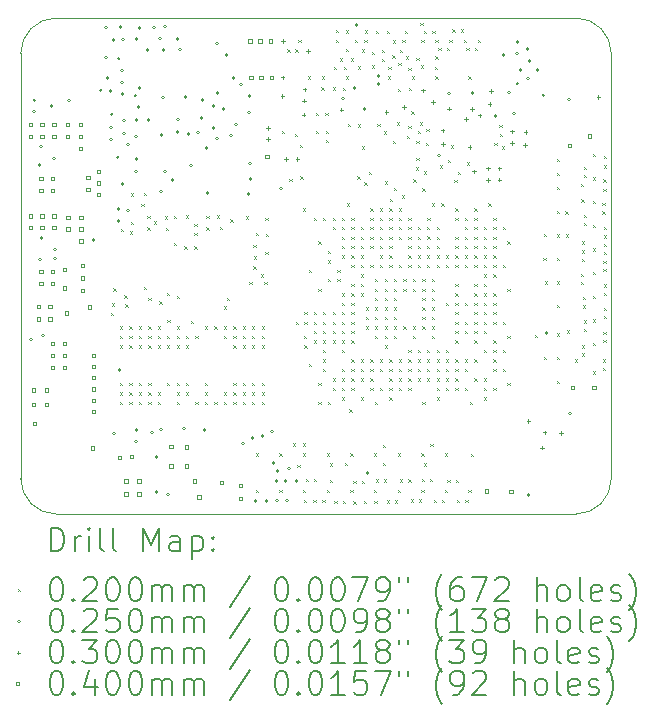
<source format=gbr>
%TF.GenerationSoftware,KiCad,Pcbnew,9.0.0-9.0.0-2~ubuntu24.10.1*%
%TF.CreationDate,2025-04-01T16:44:13+02:00*%
%TF.ProjectId,Zynq_SoM,5a796e71-5f53-46f4-9d2e-6b696361645f,1.0*%
%TF.SameCoordinates,Original*%
%TF.FileFunction,Drillmap*%
%TF.FilePolarity,Positive*%
%FSLAX45Y45*%
G04 Gerber Fmt 4.5, Leading zero omitted, Abs format (unit mm)*
G04 Created by KiCad (PCBNEW 9.0.0-9.0.0-2~ubuntu24.10.1) date 2025-04-01 16:44:13*
%MOMM*%
%LPD*%
G01*
G04 APERTURE LIST*
%ADD10C,0.100000*%
%ADD11C,0.200000*%
G04 APERTURE END LIST*
D10*
X15750000Y-13000000D02*
G75*
G02*
X15450000Y-13300000I-300000J0D01*
G01*
X10750000Y-9400000D02*
G75*
G02*
X11050000Y-9100000I300000J0D01*
G01*
X11050000Y-9100000D02*
X15450000Y-9100000D01*
X11050000Y-13300000D02*
G75*
G02*
X10750000Y-13000000I0J300000D01*
G01*
X15750000Y-13000000D02*
X15750000Y-9400000D01*
X10750000Y-13000000D02*
X10750000Y-9400000D01*
X11050000Y-13300000D02*
X15450000Y-13300000D01*
X15450000Y-9100000D02*
G75*
G02*
X15750000Y-9400000I0J-300000D01*
G01*
D11*
D10*
X11514000Y-11598000D02*
X11534000Y-11618000D01*
X11534000Y-11598000D02*
X11514000Y-11618000D01*
X11519000Y-11515000D02*
X11539000Y-11535000D01*
X11539000Y-11515000D02*
X11519000Y-11535000D01*
X11535000Y-11389000D02*
X11555000Y-11409000D01*
X11555000Y-11389000D02*
X11535000Y-11409000D01*
X11589000Y-11710000D02*
X11609000Y-11730000D01*
X11609000Y-11710000D02*
X11589000Y-11730000D01*
X11589000Y-11790000D02*
X11609000Y-11810000D01*
X11609000Y-11790000D02*
X11589000Y-11810000D01*
X11589000Y-11870000D02*
X11609000Y-11890000D01*
X11609000Y-11870000D02*
X11589000Y-11890000D01*
X11589000Y-12190000D02*
X11609000Y-12210000D01*
X11609000Y-12190000D02*
X11589000Y-12210000D01*
X11589000Y-12270000D02*
X11609000Y-12290000D01*
X11609000Y-12270000D02*
X11589000Y-12290000D01*
X11589000Y-12350000D02*
X11609000Y-12370000D01*
X11609000Y-12350000D02*
X11589000Y-12370000D01*
X11596000Y-10887000D02*
X11616000Y-10907000D01*
X11616000Y-10887000D02*
X11596000Y-10907000D01*
X11627000Y-11448000D02*
X11647000Y-11468000D01*
X11647000Y-11448000D02*
X11627000Y-11468000D01*
X11634000Y-11522500D02*
X11654000Y-11542500D01*
X11654000Y-11522500D02*
X11634000Y-11542500D01*
X11669000Y-11710000D02*
X11689000Y-11730000D01*
X11689000Y-11710000D02*
X11669000Y-11730000D01*
X11669000Y-11790000D02*
X11689000Y-11810000D01*
X11689000Y-11790000D02*
X11669000Y-11810000D01*
X11669000Y-11870000D02*
X11689000Y-11890000D01*
X11689000Y-11870000D02*
X11669000Y-11890000D01*
X11669000Y-12190000D02*
X11689000Y-12210000D01*
X11689000Y-12190000D02*
X11669000Y-12210000D01*
X11669000Y-12270000D02*
X11689000Y-12290000D01*
X11689000Y-12270000D02*
X11669000Y-12290000D01*
X11669000Y-12350000D02*
X11689000Y-12370000D01*
X11689000Y-12350000D02*
X11669000Y-12370000D01*
X11672000Y-10906000D02*
X11692000Y-10926000D01*
X11692000Y-10906000D02*
X11672000Y-10926000D01*
X11680000Y-10825000D02*
X11700000Y-10845000D01*
X11700000Y-10825000D02*
X11680000Y-10845000D01*
X11683000Y-10583000D02*
X11703000Y-10603000D01*
X11703000Y-10583000D02*
X11683000Y-10603000D01*
X11749000Y-11710000D02*
X11769000Y-11730000D01*
X11769000Y-11710000D02*
X11749000Y-11730000D01*
X11749000Y-11790000D02*
X11769000Y-11810000D01*
X11769000Y-11790000D02*
X11749000Y-11810000D01*
X11749000Y-11870000D02*
X11769000Y-11890000D01*
X11769000Y-11870000D02*
X11749000Y-11890000D01*
X11749000Y-12190000D02*
X11769000Y-12210000D01*
X11769000Y-12190000D02*
X11749000Y-12210000D01*
X11749000Y-12270000D02*
X11769000Y-12290000D01*
X11769000Y-12270000D02*
X11749000Y-12290000D01*
X11749000Y-12350000D02*
X11769000Y-12370000D01*
X11769000Y-12350000D02*
X11749000Y-12370000D01*
X11771500Y-10672000D02*
X11791500Y-10692000D01*
X11791500Y-10672000D02*
X11771500Y-10692000D01*
X11791000Y-11378000D02*
X11811000Y-11398000D01*
X11811000Y-11378000D02*
X11791000Y-11398000D01*
X11792354Y-10579100D02*
X11812354Y-10599100D01*
X11812354Y-10579100D02*
X11792354Y-10599100D01*
X11821000Y-10772000D02*
X11841000Y-10792000D01*
X11841000Y-10772000D02*
X11821000Y-10792000D01*
X11821000Y-10872000D02*
X11841000Y-10892000D01*
X11841000Y-10872000D02*
X11821000Y-10892000D01*
X11829000Y-11710000D02*
X11849000Y-11730000D01*
X11849000Y-11710000D02*
X11829000Y-11730000D01*
X11829000Y-11790000D02*
X11849000Y-11810000D01*
X11849000Y-11790000D02*
X11829000Y-11810000D01*
X11829000Y-11870000D02*
X11849000Y-11890000D01*
X11849000Y-11870000D02*
X11829000Y-11890000D01*
X11829000Y-12190000D02*
X11849000Y-12210000D01*
X11849000Y-12190000D02*
X11829000Y-12210000D01*
X11829000Y-12270000D02*
X11849000Y-12290000D01*
X11849000Y-12270000D02*
X11829000Y-12290000D01*
X11829000Y-12350000D02*
X11849000Y-12370000D01*
X11849000Y-12350000D02*
X11829000Y-12370000D01*
X11830000Y-11470000D02*
X11850000Y-11490000D01*
X11850000Y-11470000D02*
X11830000Y-11490000D01*
X11874000Y-10820000D02*
X11894000Y-10840000D01*
X11894000Y-10820000D02*
X11874000Y-10840000D01*
X11909000Y-11710000D02*
X11929000Y-11730000D01*
X11929000Y-11710000D02*
X11909000Y-11730000D01*
X11909000Y-11790000D02*
X11929000Y-11810000D01*
X11929000Y-11790000D02*
X11909000Y-11810000D01*
X11909000Y-11870000D02*
X11929000Y-11890000D01*
X11929000Y-11870000D02*
X11909000Y-11890000D01*
X11909000Y-12270000D02*
X11929000Y-12290000D01*
X11929000Y-12270000D02*
X11909000Y-12290000D01*
X11909000Y-12350000D02*
X11929000Y-12370000D01*
X11929000Y-12350000D02*
X11909000Y-12370000D01*
X11922500Y-11497500D02*
X11942500Y-11517500D01*
X11942500Y-11497500D02*
X11922500Y-11517500D01*
X11971000Y-10778000D02*
X11991000Y-10798000D01*
X11991000Y-10778000D02*
X11971000Y-10798000D01*
X11980000Y-10876000D02*
X12000000Y-10896000D01*
X12000000Y-10876000D02*
X11980000Y-10896000D01*
X11989000Y-11790000D02*
X12009000Y-11810000D01*
X12009000Y-11790000D02*
X11989000Y-11810000D01*
X11989000Y-11870000D02*
X12009000Y-11890000D01*
X12009000Y-11870000D02*
X11989000Y-11890000D01*
X11989000Y-12190000D02*
X12009000Y-12210000D01*
X12009000Y-12190000D02*
X11989000Y-12210000D01*
X11989000Y-11425000D02*
X12009000Y-11445000D01*
X12009000Y-11425000D02*
X11989000Y-11445000D01*
X11990000Y-11654000D02*
X12010000Y-11674000D01*
X12010000Y-11654000D02*
X11990000Y-11674000D01*
X12044000Y-10777000D02*
X12064000Y-10797000D01*
X12064000Y-10777000D02*
X12044000Y-10797000D01*
X12044000Y-11002000D02*
X12064000Y-11022000D01*
X12064000Y-11002000D02*
X12044000Y-11022000D01*
X12069000Y-11710000D02*
X12089000Y-11730000D01*
X12089000Y-11710000D02*
X12069000Y-11730000D01*
X12069000Y-11790000D02*
X12089000Y-11810000D01*
X12089000Y-11790000D02*
X12069000Y-11810000D01*
X12069000Y-11870000D02*
X12089000Y-11890000D01*
X12089000Y-11870000D02*
X12069000Y-11890000D01*
X12069000Y-12190000D02*
X12089000Y-12210000D01*
X12089000Y-12190000D02*
X12069000Y-12210000D01*
X12069000Y-12270000D02*
X12089000Y-12290000D01*
X12089000Y-12270000D02*
X12069000Y-12290000D01*
X12069000Y-12350000D02*
X12089000Y-12370000D01*
X12089000Y-12350000D02*
X12069000Y-12370000D01*
X12070000Y-11454000D02*
X12090000Y-11474000D01*
X12090000Y-11454000D02*
X12070000Y-11474000D01*
X12135000Y-11032000D02*
X12155000Y-11052000D01*
X12155000Y-11032000D02*
X12135000Y-11052000D01*
X12149000Y-11790000D02*
X12169000Y-11810000D01*
X12169000Y-11790000D02*
X12149000Y-11810000D01*
X12149000Y-11870000D02*
X12169000Y-11890000D01*
X12169000Y-11870000D02*
X12149000Y-11890000D01*
X12149000Y-12190000D02*
X12169000Y-12210000D01*
X12169000Y-12190000D02*
X12149000Y-12210000D01*
X12149000Y-12270000D02*
X12169000Y-12290000D01*
X12169000Y-12270000D02*
X12149000Y-12290000D01*
X12150000Y-10771000D02*
X12170000Y-10791000D01*
X12170000Y-10771000D02*
X12150000Y-10791000D01*
X12189000Y-11663000D02*
X12209000Y-11683000D01*
X12209000Y-11663000D02*
X12189000Y-11683000D01*
X12220000Y-10844000D02*
X12240000Y-10864000D01*
X12240000Y-10844000D02*
X12220000Y-10864000D01*
X12221000Y-10921000D02*
X12241000Y-10941000D01*
X12241000Y-10921000D02*
X12221000Y-10941000D01*
X12221000Y-11033000D02*
X12241000Y-11053000D01*
X12241000Y-11033000D02*
X12221000Y-11053000D01*
X12229000Y-11790000D02*
X12249000Y-11810000D01*
X12249000Y-11790000D02*
X12229000Y-11810000D01*
X12229000Y-12350000D02*
X12249000Y-12370000D01*
X12249000Y-12350000D02*
X12229000Y-12370000D01*
X12309000Y-11710000D02*
X12329000Y-11730000D01*
X12329000Y-11710000D02*
X12309000Y-11730000D01*
X12309000Y-12190000D02*
X12329000Y-12210000D01*
X12329000Y-12190000D02*
X12309000Y-12210000D01*
X12309000Y-12270000D02*
X12329000Y-12290000D01*
X12329000Y-12270000D02*
X12309000Y-12290000D01*
X12309000Y-12350000D02*
X12329000Y-12370000D01*
X12329000Y-12350000D02*
X12309000Y-12370000D01*
X12321000Y-10772000D02*
X12341000Y-10792000D01*
X12341000Y-10772000D02*
X12321000Y-10792000D01*
X12321000Y-10871000D02*
X12341000Y-10891000D01*
X12341000Y-10871000D02*
X12321000Y-10891000D01*
X12389000Y-11710000D02*
X12409000Y-11730000D01*
X12409000Y-11710000D02*
X12389000Y-11730000D01*
X12389000Y-12350000D02*
X12409000Y-12370000D01*
X12409000Y-12350000D02*
X12389000Y-12370000D01*
X12410000Y-10771000D02*
X12430000Y-10791000D01*
X12430000Y-10771000D02*
X12410000Y-10791000D01*
X12435000Y-10867500D02*
X12455000Y-10887500D01*
X12455000Y-10867500D02*
X12435000Y-10887500D01*
X12469000Y-11710000D02*
X12489000Y-11730000D01*
X12489000Y-11710000D02*
X12469000Y-11730000D01*
X12469000Y-11790000D02*
X12489000Y-11810000D01*
X12489000Y-11790000D02*
X12469000Y-11810000D01*
X12469000Y-12270000D02*
X12489000Y-12290000D01*
X12489000Y-12270000D02*
X12469000Y-12290000D01*
X12469000Y-12350000D02*
X12489000Y-12370000D01*
X12489000Y-12350000D02*
X12469000Y-12370000D01*
X12469000Y-11542000D02*
X12489000Y-11562000D01*
X12489000Y-11542000D02*
X12469000Y-11562000D01*
X12492000Y-11468000D02*
X12512000Y-11488000D01*
X12512000Y-11468000D02*
X12492000Y-11488000D01*
X12523000Y-10805000D02*
X12543000Y-10825000D01*
X12543000Y-10805000D02*
X12523000Y-10825000D01*
X12549000Y-11710000D02*
X12569000Y-11730000D01*
X12569000Y-11710000D02*
X12549000Y-11730000D01*
X12549000Y-11790000D02*
X12569000Y-11810000D01*
X12569000Y-11790000D02*
X12549000Y-11810000D01*
X12549000Y-11870000D02*
X12569000Y-11890000D01*
X12569000Y-11870000D02*
X12549000Y-11890000D01*
X12549000Y-12190000D02*
X12569000Y-12210000D01*
X12569000Y-12190000D02*
X12549000Y-12210000D01*
X12549000Y-12270000D02*
X12569000Y-12290000D01*
X12569000Y-12270000D02*
X12549000Y-12290000D01*
X12549000Y-12350000D02*
X12569000Y-12370000D01*
X12569000Y-12350000D02*
X12549000Y-12370000D01*
X12629000Y-11710000D02*
X12649000Y-11730000D01*
X12649000Y-11710000D02*
X12629000Y-11730000D01*
X12629000Y-11790000D02*
X12649000Y-11810000D01*
X12649000Y-11790000D02*
X12629000Y-11810000D01*
X12629000Y-11870000D02*
X12649000Y-11890000D01*
X12649000Y-11870000D02*
X12629000Y-11890000D01*
X12629000Y-12190000D02*
X12649000Y-12210000D01*
X12649000Y-12190000D02*
X12629000Y-12210000D01*
X12629000Y-12270000D02*
X12649000Y-12290000D01*
X12649000Y-12270000D02*
X12629000Y-12290000D01*
X12629000Y-12350000D02*
X12649000Y-12370000D01*
X12649000Y-12350000D02*
X12629000Y-12370000D01*
X12656000Y-10779000D02*
X12676000Y-10799000D01*
X12676000Y-10779000D02*
X12656000Y-10799000D01*
X12686000Y-11333000D02*
X12706000Y-11353000D01*
X12706000Y-11333000D02*
X12686000Y-11353000D01*
X12709000Y-11710000D02*
X12729000Y-11730000D01*
X12729000Y-11710000D02*
X12709000Y-11730000D01*
X12709000Y-11790000D02*
X12729000Y-11810000D01*
X12729000Y-11790000D02*
X12709000Y-11810000D01*
X12709000Y-11870000D02*
X12729000Y-11890000D01*
X12729000Y-11870000D02*
X12709000Y-11890000D01*
X12709000Y-12190000D02*
X12729000Y-12210000D01*
X12729000Y-12190000D02*
X12709000Y-12210000D01*
X12709000Y-12270000D02*
X12729000Y-12290000D01*
X12729000Y-12270000D02*
X12709000Y-12290000D01*
X12709000Y-12350000D02*
X12729000Y-12370000D01*
X12729000Y-12350000D02*
X12709000Y-12370000D01*
X12717500Y-11202500D02*
X12737500Y-11222500D01*
X12737500Y-11202500D02*
X12717500Y-11222500D01*
X12720000Y-11020000D02*
X12740000Y-11040000D01*
X12740000Y-11020000D02*
X12720000Y-11040000D01*
X12723000Y-11117500D02*
X12743000Y-11137500D01*
X12743000Y-11117500D02*
X12723000Y-11137500D01*
X12740000Y-12785000D02*
X12760000Y-12805000D01*
X12760000Y-12785000D02*
X12740000Y-12805000D01*
X12740000Y-13094000D02*
X12760000Y-13114000D01*
X12760000Y-13094000D02*
X12740000Y-13114000D01*
X12741000Y-10918000D02*
X12761000Y-10938000D01*
X12761000Y-10918000D02*
X12741000Y-10938000D01*
X12780000Y-11270000D02*
X12800000Y-11290000D01*
X12800000Y-11270000D02*
X12780000Y-11290000D01*
X12789000Y-11710000D02*
X12809000Y-11730000D01*
X12809000Y-11710000D02*
X12789000Y-11730000D01*
X12789000Y-11790000D02*
X12809000Y-11810000D01*
X12809000Y-11790000D02*
X12789000Y-11810000D01*
X12789000Y-11870000D02*
X12809000Y-11890000D01*
X12809000Y-11870000D02*
X12789000Y-11890000D01*
X12789000Y-12190000D02*
X12809000Y-12210000D01*
X12809000Y-12190000D02*
X12789000Y-12210000D01*
X12789000Y-12270000D02*
X12809000Y-12290000D01*
X12809000Y-12270000D02*
X12789000Y-12290000D01*
X12789000Y-12350000D02*
X12809000Y-12370000D01*
X12809000Y-12350000D02*
X12789000Y-12370000D01*
X12811000Y-11333000D02*
X12831000Y-11353000D01*
X12831000Y-11333000D02*
X12811000Y-11353000D01*
X12820000Y-11077500D02*
X12840000Y-11097500D01*
X12840000Y-11077500D02*
X12820000Y-11097500D01*
X12820000Y-10789000D02*
X12840000Y-10809000D01*
X12840000Y-10789000D02*
X12820000Y-10809000D01*
X12827000Y-10925000D02*
X12847000Y-10945000D01*
X12847000Y-10925000D02*
X12827000Y-10945000D01*
X12940000Y-12786000D02*
X12960000Y-12806000D01*
X12960000Y-12786000D02*
X12940000Y-12806000D01*
X12940000Y-13094000D02*
X12960000Y-13114000D01*
X12960000Y-13094000D02*
X12940000Y-13114000D01*
X12962500Y-10052500D02*
X12982500Y-10072500D01*
X12982500Y-10052500D02*
X12962500Y-10072500D01*
X13006000Y-9365000D02*
X13026000Y-9385000D01*
X13026000Y-9365000D02*
X13006000Y-9385000D01*
X13025000Y-10460000D02*
X13045000Y-10480000D01*
X13045000Y-10460000D02*
X13025000Y-10480000D01*
X13055000Y-12700000D02*
X13075000Y-12720000D01*
X13075000Y-12700000D02*
X13055000Y-12720000D01*
X13070000Y-10082500D02*
X13090000Y-10102500D01*
X13090000Y-10082500D02*
X13070000Y-10102500D01*
X13076000Y-9365000D02*
X13096000Y-9385000D01*
X13096000Y-9365000D02*
X13076000Y-9385000D01*
X13078750Y-11673750D02*
X13098750Y-11693750D01*
X13098750Y-11673750D02*
X13078750Y-11693750D01*
X13092500Y-12885000D02*
X13112500Y-12905000D01*
X13112500Y-12885000D02*
X13092500Y-12905000D01*
X13100000Y-9286000D02*
X13120000Y-9306000D01*
X13120000Y-9286000D02*
X13100000Y-9306000D01*
X13115000Y-10171250D02*
X13135000Y-10191250D01*
X13135000Y-10171250D02*
X13115000Y-10191250D01*
X13117500Y-10440000D02*
X13137500Y-10460000D01*
X13137500Y-10440000D02*
X13117500Y-10460000D01*
X13137500Y-12700000D02*
X13157500Y-12720000D01*
X13157500Y-12700000D02*
X13137500Y-12720000D01*
X13140000Y-10710000D02*
X13160000Y-10730000D01*
X13160000Y-10710000D02*
X13140000Y-10730000D01*
X13140000Y-12786000D02*
X13160000Y-12806000D01*
X13160000Y-12786000D02*
X13140000Y-12806000D01*
X13140000Y-13094000D02*
X13160000Y-13114000D01*
X13160000Y-13094000D02*
X13140000Y-13114000D01*
X13147500Y-11792500D02*
X13167500Y-11812500D01*
X13167500Y-11792500D02*
X13147500Y-11812500D01*
X13147500Y-13180000D02*
X13167500Y-13200000D01*
X13167500Y-13180000D02*
X13147500Y-13200000D01*
X13150000Y-11590000D02*
X13170000Y-11610000D01*
X13170000Y-11590000D02*
X13150000Y-11610000D01*
X13150000Y-11670000D02*
X13170000Y-11690000D01*
X13170000Y-11670000D02*
X13150000Y-11690000D01*
X13150000Y-11870000D02*
X13170000Y-11890000D01*
X13170000Y-11870000D02*
X13150000Y-11890000D01*
X13161000Y-13000000D02*
X13181000Y-13020000D01*
X13181000Y-13000000D02*
X13161000Y-13020000D01*
X13180000Y-9594000D02*
X13200000Y-9614000D01*
X13200000Y-9594000D02*
X13180000Y-9614000D01*
X13190000Y-11230000D02*
X13210000Y-11250000D01*
X13210000Y-11230000D02*
X13190000Y-11250000D01*
X13190000Y-12030000D02*
X13210000Y-12050000D01*
X13210000Y-12030000D02*
X13190000Y-12050000D01*
X13227991Y-13180000D02*
X13247991Y-13200000D01*
X13247991Y-13180000D02*
X13227991Y-13200000D01*
X13230000Y-10790000D02*
X13250000Y-10810000D01*
X13250000Y-10790000D02*
X13230000Y-10810000D01*
X13230000Y-11670000D02*
X13250000Y-11690000D01*
X13250000Y-11670000D02*
X13230000Y-11690000D01*
X13230000Y-11830000D02*
X13250000Y-11850000D01*
X13250000Y-11830000D02*
X13230000Y-11850000D01*
X13230000Y-11590000D02*
X13250000Y-11610000D01*
X13250000Y-11590000D02*
X13230000Y-11610000D01*
X13230000Y-11750000D02*
X13250000Y-11770000D01*
X13250000Y-11750000D02*
X13230000Y-11770000D01*
X13231000Y-13000000D02*
X13251000Y-13020000D01*
X13251000Y-13000000D02*
X13231000Y-13020000D01*
X13247500Y-9905000D02*
X13267500Y-9925000D01*
X13267500Y-9905000D02*
X13247500Y-9925000D01*
X13247500Y-10052500D02*
X13267500Y-10072500D01*
X13267500Y-10052500D02*
X13247500Y-10072500D01*
X13270000Y-10990000D02*
X13290000Y-11010000D01*
X13290000Y-10990000D02*
X13270000Y-11010000D01*
X13270000Y-11390000D02*
X13290000Y-11410000D01*
X13290000Y-11390000D02*
X13270000Y-11410000D01*
X13270000Y-12190000D02*
X13290000Y-12210000D01*
X13290000Y-12190000D02*
X13270000Y-12210000D01*
X13270000Y-12350000D02*
X13290000Y-12370000D01*
X13290000Y-12350000D02*
X13270000Y-12370000D01*
X13295000Y-9687500D02*
X13315000Y-9707500D01*
X13315000Y-9687500D02*
X13295000Y-9707500D01*
X13300000Y-9594000D02*
X13320000Y-9614000D01*
X13320000Y-9594000D02*
X13300000Y-9614000D01*
X13303000Y-13179000D02*
X13323000Y-13199000D01*
X13323000Y-13179000D02*
X13303000Y-13199000D01*
X13310000Y-10790000D02*
X13330000Y-10810000D01*
X13330000Y-10790000D02*
X13310000Y-10810000D01*
X13310000Y-11590000D02*
X13330000Y-11610000D01*
X13330000Y-11590000D02*
X13310000Y-11610000D01*
X13310000Y-11670000D02*
X13330000Y-11690000D01*
X13330000Y-11670000D02*
X13310000Y-11690000D01*
X13310000Y-11750000D02*
X13330000Y-11770000D01*
X13330000Y-11750000D02*
X13310000Y-11770000D01*
X13310000Y-11830000D02*
X13330000Y-11850000D01*
X13330000Y-11830000D02*
X13310000Y-11850000D01*
X13310000Y-11990000D02*
X13330000Y-12010000D01*
X13330000Y-11990000D02*
X13310000Y-12010000D01*
X13310000Y-11910000D02*
X13330000Y-11930000D01*
X13330000Y-11910000D02*
X13310000Y-11930000D01*
X13310000Y-12070000D02*
X13330000Y-12090000D01*
X13330000Y-12070000D02*
X13310000Y-12090000D01*
X13330000Y-9902500D02*
X13350000Y-9922500D01*
X13350000Y-9902500D02*
X13330000Y-9922500D01*
X13332000Y-10133000D02*
X13352000Y-10153000D01*
X13352000Y-10133000D02*
X13332000Y-10153000D01*
X13333750Y-10052500D02*
X13353750Y-10072500D01*
X13353750Y-10052500D02*
X13333750Y-10072500D01*
X13340000Y-12786000D02*
X13360000Y-12806000D01*
X13360000Y-12786000D02*
X13340000Y-12806000D01*
X13340000Y-13094000D02*
X13360000Y-13114000D01*
X13360000Y-13094000D02*
X13340000Y-13114000D01*
X13350000Y-11070000D02*
X13370000Y-11090000D01*
X13370000Y-11070000D02*
X13350000Y-11090000D01*
X13350000Y-11150000D02*
X13370000Y-11170000D01*
X13370000Y-11150000D02*
X13350000Y-11170000D01*
X13350000Y-11310000D02*
X13370000Y-11330000D01*
X13370000Y-11310000D02*
X13350000Y-11330000D01*
X13350000Y-12350000D02*
X13370000Y-12370000D01*
X13370000Y-12350000D02*
X13350000Y-12370000D01*
X13367500Y-12870000D02*
X13387500Y-12890000D01*
X13387500Y-12870000D02*
X13367500Y-12890000D01*
X13367500Y-13007500D02*
X13387500Y-13027500D01*
X13387500Y-13007500D02*
X13367500Y-13027500D01*
X13390000Y-10792500D02*
X13410000Y-10812500D01*
X13410000Y-10792500D02*
X13390000Y-10812500D01*
X13390000Y-11590000D02*
X13410000Y-11610000D01*
X13410000Y-11590000D02*
X13390000Y-11610000D01*
X13390000Y-11750000D02*
X13410000Y-11770000D01*
X13410000Y-11750000D02*
X13390000Y-11770000D01*
X13390000Y-12150000D02*
X13410000Y-12170000D01*
X13410000Y-12150000D02*
X13390000Y-12170000D01*
X13390000Y-10870000D02*
X13410000Y-10890000D01*
X13410000Y-10870000D02*
X13390000Y-10890000D01*
X13390000Y-11670000D02*
X13410000Y-11690000D01*
X13410000Y-11670000D02*
X13390000Y-11690000D01*
X13390000Y-11830000D02*
X13410000Y-11850000D01*
X13410000Y-11830000D02*
X13390000Y-11850000D01*
X13390000Y-12230000D02*
X13410000Y-12250000D01*
X13410000Y-12230000D02*
X13390000Y-12250000D01*
X13392500Y-9687500D02*
X13412500Y-9707500D01*
X13412500Y-9687500D02*
X13392500Y-9707500D01*
X13400000Y-9515000D02*
X13420000Y-9535000D01*
X13420000Y-9515000D02*
X13400000Y-9535000D01*
X13405000Y-13185000D02*
X13425000Y-13205000D01*
X13425000Y-13185000D02*
X13405000Y-13205000D01*
X13418200Y-9201800D02*
X13438200Y-9221800D01*
X13438200Y-9201800D02*
X13418200Y-9221800D01*
X13420000Y-9286000D02*
X13440000Y-9306000D01*
X13440000Y-9286000D02*
X13420000Y-9306000D01*
X13430000Y-11310000D02*
X13450000Y-11330000D01*
X13450000Y-11310000D02*
X13430000Y-11330000D01*
X13430000Y-11230000D02*
X13450000Y-11250000D01*
X13450000Y-11230000D02*
X13430000Y-11250000D01*
X13449000Y-9440000D02*
X13469000Y-9460000D01*
X13469000Y-9440000D02*
X13449000Y-9460000D01*
X13470000Y-10870000D02*
X13490000Y-10890000D01*
X13490000Y-10870000D02*
X13470000Y-10890000D01*
X13470000Y-10950000D02*
X13490000Y-10970000D01*
X13490000Y-10950000D02*
X13470000Y-10970000D01*
X13470000Y-11110000D02*
X13490000Y-11130000D01*
X13490000Y-11110000D02*
X13470000Y-11130000D01*
X13470000Y-11430000D02*
X13490000Y-11450000D01*
X13490000Y-11430000D02*
X13470000Y-11450000D01*
X13470000Y-11510000D02*
X13490000Y-11530000D01*
X13490000Y-11510000D02*
X13470000Y-11530000D01*
X13470000Y-11590000D02*
X13490000Y-11610000D01*
X13490000Y-11590000D02*
X13470000Y-11610000D01*
X13470000Y-11670000D02*
X13490000Y-11690000D01*
X13490000Y-11670000D02*
X13470000Y-11690000D01*
X13470000Y-11750000D02*
X13490000Y-11770000D01*
X13490000Y-11750000D02*
X13470000Y-11770000D01*
X13470000Y-11830000D02*
X13490000Y-11850000D01*
X13490000Y-11830000D02*
X13470000Y-11850000D01*
X13470000Y-12070000D02*
X13490000Y-12090000D01*
X13490000Y-12070000D02*
X13470000Y-12090000D01*
X13470000Y-12150000D02*
X13490000Y-12170000D01*
X13490000Y-12150000D02*
X13470000Y-12170000D01*
X13470000Y-10790000D02*
X13490000Y-10810000D01*
X13490000Y-10790000D02*
X13470000Y-10810000D01*
X13470000Y-11030000D02*
X13490000Y-11050000D01*
X13490000Y-11030000D02*
X13470000Y-11050000D01*
X13470000Y-11910000D02*
X13490000Y-11930000D01*
X13490000Y-11910000D02*
X13470000Y-11930000D01*
X13470000Y-12230000D02*
X13490000Y-12250000D01*
X13490000Y-12230000D02*
X13470000Y-12250000D01*
X13470000Y-12310000D02*
X13490000Y-12330000D01*
X13490000Y-12310000D02*
X13470000Y-12330000D01*
X13475000Y-13185000D02*
X13495000Y-13205000D01*
X13495000Y-13185000D02*
X13475000Y-13205000D01*
X13479000Y-9690000D02*
X13499000Y-9710000D01*
X13499000Y-9690000D02*
X13479000Y-9710000D01*
X13485000Y-9512500D02*
X13505000Y-9532500D01*
X13505000Y-9512500D02*
X13485000Y-9532500D01*
X13495000Y-12865000D02*
X13515000Y-12885000D01*
X13515000Y-12865000D02*
X13495000Y-12885000D01*
X13500000Y-9205000D02*
X13520000Y-9225000D01*
X13520000Y-9205000D02*
X13500000Y-9225000D01*
X13500000Y-9362500D02*
X13520000Y-9382500D01*
X13520000Y-9362500D02*
X13500000Y-9382500D01*
X13500000Y-9594000D02*
X13520000Y-9614000D01*
X13520000Y-9594000D02*
X13500000Y-9614000D01*
X13510000Y-10670000D02*
X13530000Y-10690000D01*
X13530000Y-10670000D02*
X13510000Y-10690000D01*
X13520000Y-9995000D02*
X13540000Y-10015000D01*
X13540000Y-9995000D02*
X13520000Y-10015000D01*
X13532500Y-12412500D02*
X13552500Y-12432500D01*
X13552500Y-12412500D02*
X13532500Y-12432500D01*
X13540000Y-12786000D02*
X13560000Y-12806000D01*
X13560000Y-12786000D02*
X13540000Y-12806000D01*
X13540000Y-13094000D02*
X13560000Y-13114000D01*
X13560000Y-13094000D02*
X13540000Y-13114000D01*
X13545000Y-9440000D02*
X13565000Y-9460000D01*
X13565000Y-9440000D02*
X13545000Y-9460000D01*
X13550000Y-10870000D02*
X13570000Y-10890000D01*
X13570000Y-10870000D02*
X13550000Y-10890000D01*
X13550000Y-10950000D02*
X13570000Y-10970000D01*
X13570000Y-10950000D02*
X13550000Y-10970000D01*
X13550000Y-11030000D02*
X13570000Y-11050000D01*
X13570000Y-11030000D02*
X13550000Y-11050000D01*
X13550000Y-11110000D02*
X13570000Y-11130000D01*
X13570000Y-11110000D02*
X13550000Y-11130000D01*
X13550000Y-11190000D02*
X13570000Y-11210000D01*
X13570000Y-11190000D02*
X13550000Y-11210000D01*
X13550000Y-11430000D02*
X13570000Y-11450000D01*
X13570000Y-11430000D02*
X13550000Y-11450000D01*
X13550000Y-11510000D02*
X13570000Y-11530000D01*
X13570000Y-11510000D02*
X13550000Y-11530000D01*
X13550000Y-11590000D02*
X13570000Y-11610000D01*
X13570000Y-11590000D02*
X13550000Y-11610000D01*
X13550000Y-11750000D02*
X13570000Y-11770000D01*
X13570000Y-11750000D02*
X13550000Y-11770000D01*
X13550000Y-11830000D02*
X13570000Y-11850000D01*
X13570000Y-11830000D02*
X13550000Y-11850000D01*
X13550000Y-11990000D02*
X13570000Y-12010000D01*
X13570000Y-11990000D02*
X13550000Y-12010000D01*
X13550000Y-12070000D02*
X13570000Y-12090000D01*
X13570000Y-12070000D02*
X13550000Y-12090000D01*
X13550000Y-10790000D02*
X13570000Y-10810000D01*
X13570000Y-10790000D02*
X13550000Y-10810000D01*
X13550000Y-11350000D02*
X13570000Y-11370000D01*
X13570000Y-11350000D02*
X13550000Y-11370000D01*
X13550000Y-11670000D02*
X13570000Y-11690000D01*
X13570000Y-11670000D02*
X13550000Y-11690000D01*
X13550000Y-12150000D02*
X13570000Y-12170000D01*
X13570000Y-12150000D02*
X13550000Y-12170000D01*
X13550000Y-12230000D02*
X13570000Y-12250000D01*
X13570000Y-12230000D02*
X13550000Y-12250000D01*
X13565000Y-13019000D02*
X13585000Y-13039000D01*
X13585000Y-13019000D02*
X13565000Y-13039000D01*
X13565000Y-13192500D02*
X13585000Y-13212500D01*
X13585000Y-13192500D02*
X13565000Y-13212500D01*
X13580000Y-9286000D02*
X13600000Y-9306000D01*
X13600000Y-9286000D02*
X13580000Y-9306000D01*
X13600000Y-10440000D02*
X13620000Y-10460000D01*
X13620000Y-10440000D02*
X13600000Y-10460000D01*
X13602500Y-9510000D02*
X13622500Y-9530000D01*
X13622500Y-9510000D02*
X13602500Y-9530000D01*
X13606000Y-10001000D02*
X13626000Y-10021000D01*
X13626000Y-10001000D02*
X13606000Y-10021000D01*
X13630000Y-10870000D02*
X13650000Y-10890000D01*
X13650000Y-10870000D02*
X13630000Y-10890000D01*
X13630000Y-10950000D02*
X13650000Y-10970000D01*
X13650000Y-10950000D02*
X13630000Y-10970000D01*
X13630000Y-11110000D02*
X13650000Y-11130000D01*
X13650000Y-11110000D02*
X13630000Y-11130000D01*
X13630000Y-11190000D02*
X13650000Y-11210000D01*
X13650000Y-11190000D02*
X13630000Y-11210000D01*
X13630000Y-11270000D02*
X13650000Y-11290000D01*
X13650000Y-11270000D02*
X13630000Y-11290000D01*
X13630000Y-11430000D02*
X13650000Y-11450000D01*
X13650000Y-11430000D02*
X13630000Y-11450000D01*
X13630000Y-11030000D02*
X13650000Y-11050000D01*
X13650000Y-11030000D02*
X13630000Y-11050000D01*
X13630000Y-11350000D02*
X13650000Y-11370000D01*
X13650000Y-11350000D02*
X13630000Y-11370000D01*
X13630000Y-11990000D02*
X13650000Y-12010000D01*
X13650000Y-11990000D02*
X13630000Y-12010000D01*
X13630000Y-12070000D02*
X13650000Y-12090000D01*
X13650000Y-12070000D02*
X13630000Y-12090000D01*
X13630000Y-12150000D02*
X13650000Y-12170000D01*
X13650000Y-12150000D02*
X13630000Y-12170000D01*
X13630000Y-12310000D02*
X13650000Y-12330000D01*
X13650000Y-12310000D02*
X13630000Y-12330000D01*
X13635000Y-9365000D02*
X13655000Y-9385000D01*
X13655000Y-9365000D02*
X13635000Y-9385000D01*
X13635000Y-13019000D02*
X13655000Y-13039000D01*
X13655000Y-13019000D02*
X13635000Y-13039000D01*
X13637500Y-10185000D02*
X13657500Y-10205000D01*
X13657500Y-10185000D02*
X13637500Y-10205000D01*
X13655000Y-13185000D02*
X13675000Y-13205000D01*
X13675000Y-13185000D02*
X13655000Y-13205000D01*
X13660000Y-9286000D02*
X13680000Y-9306000D01*
X13680000Y-9286000D02*
X13660000Y-9306000D01*
X13660000Y-10492000D02*
X13680000Y-10512000D01*
X13680000Y-10492000D02*
X13660000Y-10512000D01*
X13661000Y-9205000D02*
X13681000Y-9225000D01*
X13681000Y-9205000D02*
X13661000Y-9225000D01*
X13670000Y-11550000D02*
X13690000Y-11570000D01*
X13690000Y-11550000D02*
X13670000Y-11570000D01*
X13670000Y-11630000D02*
X13690000Y-11650000D01*
X13690000Y-11630000D02*
X13670000Y-11650000D01*
X13670000Y-11710000D02*
X13690000Y-11730000D01*
X13690000Y-11710000D02*
X13670000Y-11730000D01*
X13697000Y-10400000D02*
X13717000Y-10420000D01*
X13717000Y-10400000D02*
X13697000Y-10420000D01*
X13710000Y-10870000D02*
X13730000Y-10890000D01*
X13730000Y-10870000D02*
X13710000Y-10890000D01*
X13710000Y-10950000D02*
X13730000Y-10970000D01*
X13730000Y-10950000D02*
X13710000Y-10970000D01*
X13710000Y-11030000D02*
X13730000Y-11050000D01*
X13730000Y-11030000D02*
X13710000Y-11050000D01*
X13710000Y-10710000D02*
X13730000Y-10730000D01*
X13730000Y-10710000D02*
X13710000Y-10730000D01*
X13710000Y-10790000D02*
X13730000Y-10810000D01*
X13730000Y-10790000D02*
X13710000Y-10810000D01*
X13710000Y-11190000D02*
X13730000Y-11210000D01*
X13730000Y-11190000D02*
X13710000Y-11210000D01*
X13710000Y-11990000D02*
X13730000Y-12010000D01*
X13730000Y-11990000D02*
X13710000Y-12010000D01*
X13710000Y-12070000D02*
X13730000Y-12090000D01*
X13730000Y-12070000D02*
X13710000Y-12090000D01*
X13710000Y-12150000D02*
X13730000Y-12170000D01*
X13730000Y-12150000D02*
X13710000Y-12170000D01*
X13710000Y-12230000D02*
X13730000Y-12250000D01*
X13730000Y-12230000D02*
X13710000Y-12250000D01*
X13720000Y-9501000D02*
X13740000Y-9521000D01*
X13740000Y-9501000D02*
X13720000Y-9521000D01*
X13722500Y-9385000D02*
X13742500Y-9405000D01*
X13742500Y-9385000D02*
X13722500Y-9405000D01*
X13740000Y-12786000D02*
X13760000Y-12806000D01*
X13760000Y-12786000D02*
X13740000Y-12806000D01*
X13740000Y-13094000D02*
X13760000Y-13114000D01*
X13760000Y-13094000D02*
X13740000Y-13114000D01*
X13745000Y-13185000D02*
X13765000Y-13205000D01*
X13765000Y-13185000D02*
X13745000Y-13205000D01*
X13750000Y-11310000D02*
X13770000Y-11330000D01*
X13770000Y-11310000D02*
X13750000Y-11330000D01*
X13750000Y-11390000D02*
X13770000Y-11410000D01*
X13770000Y-11390000D02*
X13750000Y-11410000D01*
X13750000Y-11470000D02*
X13770000Y-11490000D01*
X13770000Y-11470000D02*
X13750000Y-11490000D01*
X13750000Y-11550000D02*
X13770000Y-11570000D01*
X13770000Y-11550000D02*
X13750000Y-11570000D01*
X13750000Y-11630000D02*
X13770000Y-11650000D01*
X13770000Y-11630000D02*
X13750000Y-11650000D01*
X13750000Y-11710000D02*
X13770000Y-11730000D01*
X13770000Y-11710000D02*
X13750000Y-11730000D01*
X13750000Y-11790000D02*
X13770000Y-11810000D01*
X13770000Y-11790000D02*
X13750000Y-11810000D01*
X13750000Y-12350000D02*
X13770000Y-12370000D01*
X13770000Y-12350000D02*
X13750000Y-12370000D01*
X13755000Y-9207500D02*
X13775000Y-9227500D01*
X13775000Y-9207500D02*
X13755000Y-9227500D01*
X13756000Y-13007000D02*
X13776000Y-13027000D01*
X13776000Y-13007000D02*
X13756000Y-13027000D01*
X13767500Y-9997500D02*
X13787500Y-10017500D01*
X13787500Y-9997500D02*
X13767500Y-10017500D01*
X13790000Y-10950000D02*
X13810000Y-10970000D01*
X13810000Y-10950000D02*
X13790000Y-10970000D01*
X13790000Y-11030000D02*
X13810000Y-11050000D01*
X13810000Y-11030000D02*
X13790000Y-11050000D01*
X13790000Y-11110000D02*
X13810000Y-11130000D01*
X13810000Y-11110000D02*
X13790000Y-11130000D01*
X13790000Y-10710000D02*
X13810000Y-10730000D01*
X13810000Y-10710000D02*
X13790000Y-10730000D01*
X13790000Y-10790000D02*
X13810000Y-10810000D01*
X13810000Y-10790000D02*
X13790000Y-10810000D01*
X13790000Y-10870000D02*
X13810000Y-10890000D01*
X13810000Y-10870000D02*
X13790000Y-10890000D01*
X13790000Y-11190000D02*
X13810000Y-11210000D01*
X13810000Y-11190000D02*
X13790000Y-11210000D01*
X13790000Y-11990000D02*
X13810000Y-12010000D01*
X13810000Y-11990000D02*
X13790000Y-12010000D01*
X13790000Y-12070000D02*
X13810000Y-12090000D01*
X13810000Y-12070000D02*
X13790000Y-12090000D01*
X13790000Y-12230000D02*
X13810000Y-12250000D01*
X13810000Y-12230000D02*
X13790000Y-12250000D01*
X13805000Y-9443000D02*
X13825000Y-9463000D01*
X13825000Y-9443000D02*
X13805000Y-9463000D01*
X13807500Y-9370000D02*
X13827500Y-9390000D01*
X13827500Y-9370000D02*
X13807500Y-9390000D01*
X13815000Y-12712500D02*
X13835000Y-12732500D01*
X13835000Y-12712500D02*
X13815000Y-12732500D01*
X13817500Y-12867500D02*
X13837500Y-12887500D01*
X13837500Y-12867500D02*
X13817500Y-12887500D01*
X13825000Y-10060000D02*
X13845000Y-10080000D01*
X13845000Y-10060000D02*
X13825000Y-10080000D01*
X13826000Y-13007000D02*
X13846000Y-13027000D01*
X13846000Y-13007000D02*
X13826000Y-13027000D01*
X13830000Y-11310000D02*
X13850000Y-11330000D01*
X13850000Y-11310000D02*
X13830000Y-11330000D01*
X13830000Y-11390000D02*
X13850000Y-11410000D01*
X13850000Y-11390000D02*
X13830000Y-11410000D01*
X13830000Y-11470000D02*
X13850000Y-11490000D01*
X13850000Y-11470000D02*
X13830000Y-11490000D01*
X13830000Y-11550000D02*
X13850000Y-11570000D01*
X13850000Y-11550000D02*
X13830000Y-11570000D01*
X13830000Y-11630000D02*
X13850000Y-11650000D01*
X13850000Y-11630000D02*
X13830000Y-11650000D01*
X13830000Y-11710000D02*
X13850000Y-11730000D01*
X13850000Y-11710000D02*
X13830000Y-11730000D01*
X13830000Y-11790000D02*
X13850000Y-11810000D01*
X13850000Y-11790000D02*
X13830000Y-11810000D01*
X13830000Y-11870000D02*
X13850000Y-11890000D01*
X13850000Y-11870000D02*
X13830000Y-11890000D01*
X13831000Y-10482000D02*
X13851000Y-10502000D01*
X13851000Y-10482000D02*
X13831000Y-10502000D01*
X13847000Y-13182000D02*
X13867000Y-13202000D01*
X13867000Y-13182000D02*
X13847000Y-13202000D01*
X13848000Y-9206000D02*
X13868000Y-9226000D01*
X13868000Y-9206000D02*
X13848000Y-9226000D01*
X13860000Y-9594000D02*
X13880000Y-9614000D01*
X13880000Y-9594000D02*
X13860000Y-9614000D01*
X13862500Y-9515000D02*
X13882500Y-9535000D01*
X13882500Y-9515000D02*
X13862500Y-9535000D01*
X13870000Y-10710000D02*
X13890000Y-10730000D01*
X13890000Y-10710000D02*
X13870000Y-10730000D01*
X13870000Y-11110000D02*
X13890000Y-11130000D01*
X13890000Y-11110000D02*
X13870000Y-11130000D01*
X13870000Y-11190000D02*
X13890000Y-11210000D01*
X13890000Y-11190000D02*
X13870000Y-11210000D01*
X13870000Y-10790000D02*
X13890000Y-10810000D01*
X13890000Y-10790000D02*
X13870000Y-10810000D01*
X13870000Y-10870000D02*
X13890000Y-10890000D01*
X13890000Y-10870000D02*
X13870000Y-10890000D01*
X13870000Y-10950000D02*
X13890000Y-10970000D01*
X13890000Y-10950000D02*
X13870000Y-10970000D01*
X13870000Y-11030000D02*
X13890000Y-11050000D01*
X13890000Y-11030000D02*
X13870000Y-11050000D01*
X13870000Y-11990000D02*
X13890000Y-12010000D01*
X13890000Y-11990000D02*
X13870000Y-12010000D01*
X13870000Y-12070000D02*
X13890000Y-12090000D01*
X13890000Y-12070000D02*
X13870000Y-12090000D01*
X13870000Y-12150000D02*
X13890000Y-12170000D01*
X13890000Y-12150000D02*
X13870000Y-12170000D01*
X13870000Y-12230000D02*
X13890000Y-12250000D01*
X13890000Y-12230000D02*
X13870000Y-12250000D01*
X13870000Y-12310000D02*
X13890000Y-12330000D01*
X13890000Y-12310000D02*
X13870000Y-12330000D01*
X13872500Y-10632500D02*
X13892500Y-10652500D01*
X13892500Y-10632500D02*
X13872500Y-10652500D01*
X13895000Y-9417000D02*
X13915000Y-9437000D01*
X13915000Y-9417000D02*
X13895000Y-9437000D01*
X13900000Y-9287500D02*
X13920000Y-9307500D01*
X13920000Y-9287500D02*
X13900000Y-9307500D01*
X13900000Y-10140000D02*
X13920000Y-10160000D01*
X13920000Y-10140000D02*
X13900000Y-10160000D01*
X13910000Y-11310000D02*
X13930000Y-11330000D01*
X13930000Y-11310000D02*
X13910000Y-11330000D01*
X13910000Y-11390000D02*
X13930000Y-11410000D01*
X13930000Y-11390000D02*
X13910000Y-11410000D01*
X13910000Y-11470000D02*
X13930000Y-11490000D01*
X13930000Y-11470000D02*
X13910000Y-11490000D01*
X13910000Y-11550000D02*
X13930000Y-11570000D01*
X13930000Y-11550000D02*
X13910000Y-11570000D01*
X13910000Y-11630000D02*
X13930000Y-11650000D01*
X13930000Y-11630000D02*
X13910000Y-11650000D01*
X13910000Y-11710000D02*
X13930000Y-11730000D01*
X13930000Y-11710000D02*
X13910000Y-11730000D01*
X13910000Y-11790000D02*
X13930000Y-11810000D01*
X13930000Y-11790000D02*
X13910000Y-11810000D01*
X13910000Y-10535000D02*
X13930000Y-10555000D01*
X13930000Y-10535000D02*
X13910000Y-10555000D01*
X13917000Y-13182000D02*
X13937000Y-13202000D01*
X13937000Y-13182000D02*
X13917000Y-13202000D01*
X13934000Y-9982000D02*
X13954000Y-10002000D01*
X13954000Y-9982000D02*
X13934000Y-10002000D01*
X13940000Y-12786000D02*
X13960000Y-12806000D01*
X13960000Y-12786000D02*
X13940000Y-12806000D01*
X13940000Y-13094000D02*
X13960000Y-13114000D01*
X13960000Y-13094000D02*
X13940000Y-13114000D01*
X13942000Y-9700000D02*
X13962000Y-9720000D01*
X13962000Y-9700000D02*
X13942000Y-9720000D01*
X13946000Y-9478000D02*
X13966000Y-9498000D01*
X13966000Y-9478000D02*
X13946000Y-9498000D01*
X13950000Y-10710000D02*
X13970000Y-10730000D01*
X13970000Y-10710000D02*
X13950000Y-10730000D01*
X13950000Y-10870000D02*
X13970000Y-10890000D01*
X13970000Y-10870000D02*
X13950000Y-10890000D01*
X13950000Y-10950000D02*
X13970000Y-10970000D01*
X13970000Y-10950000D02*
X13950000Y-10970000D01*
X13950000Y-10790000D02*
X13970000Y-10810000D01*
X13970000Y-10790000D02*
X13950000Y-10810000D01*
X13950000Y-11190000D02*
X13970000Y-11210000D01*
X13970000Y-11190000D02*
X13950000Y-11210000D01*
X13950000Y-11990000D02*
X13970000Y-12010000D01*
X13970000Y-11990000D02*
X13950000Y-12010000D01*
X13950000Y-12070000D02*
X13970000Y-12090000D01*
X13970000Y-12070000D02*
X13950000Y-12090000D01*
X13950000Y-12150000D02*
X13970000Y-12170000D01*
X13970000Y-12150000D02*
X13950000Y-12170000D01*
X13950000Y-12230000D02*
X13970000Y-12250000D01*
X13970000Y-12230000D02*
X13950000Y-12250000D01*
X13960000Y-13004000D02*
X13980000Y-13024000D01*
X13980000Y-13004000D02*
X13960000Y-13024000D01*
X13961000Y-9371000D02*
X13981000Y-9391000D01*
X13981000Y-9371000D02*
X13961000Y-9391000D01*
X13975000Y-10600000D02*
X13995000Y-10620000D01*
X13995000Y-10600000D02*
X13975000Y-10620000D01*
X13980000Y-9286000D02*
X14000000Y-9306000D01*
X14000000Y-9286000D02*
X13980000Y-9306000D01*
X13990000Y-11310000D02*
X14010000Y-11330000D01*
X14010000Y-11310000D02*
X13990000Y-11330000D01*
X13990000Y-11390000D02*
X14010000Y-11410000D01*
X14010000Y-11390000D02*
X13990000Y-11410000D01*
X13990000Y-11710000D02*
X14010000Y-11730000D01*
X14010000Y-11710000D02*
X13990000Y-11730000D01*
X14003000Y-9208000D02*
X14023000Y-9228000D01*
X14023000Y-9208000D02*
X14003000Y-9228000D01*
X14012000Y-9424000D02*
X14032000Y-9444000D01*
X14032000Y-9424000D02*
X14012000Y-9444000D01*
X14020000Y-10098000D02*
X14040000Y-10118000D01*
X14040000Y-10098000D02*
X14020000Y-10118000D01*
X14030000Y-10790000D02*
X14050000Y-10810000D01*
X14050000Y-10790000D02*
X14030000Y-10810000D01*
X14030000Y-10870000D02*
X14050000Y-10890000D01*
X14050000Y-10870000D02*
X14030000Y-10890000D01*
X14030000Y-10950000D02*
X14050000Y-10970000D01*
X14050000Y-10950000D02*
X14030000Y-10970000D01*
X14030000Y-11110000D02*
X14050000Y-11130000D01*
X14050000Y-11110000D02*
X14030000Y-11130000D01*
X14030000Y-11190000D02*
X14050000Y-11210000D01*
X14050000Y-11190000D02*
X14030000Y-11210000D01*
X14030000Y-10012500D02*
X14050000Y-10032500D01*
X14050000Y-10012500D02*
X14030000Y-10032500D01*
X14030000Y-11030000D02*
X14050000Y-11050000D01*
X14050000Y-11030000D02*
X14030000Y-11050000D01*
X14030000Y-11910000D02*
X14050000Y-11930000D01*
X14050000Y-11910000D02*
X14030000Y-11930000D01*
X14030000Y-11990000D02*
X14050000Y-12010000D01*
X14050000Y-11990000D02*
X14030000Y-12010000D01*
X14030000Y-12070000D02*
X14050000Y-12090000D01*
X14050000Y-12070000D02*
X14030000Y-12090000D01*
X14030000Y-12150000D02*
X14050000Y-12170000D01*
X14050000Y-12150000D02*
X14030000Y-12170000D01*
X14030000Y-12230000D02*
X14050000Y-12250000D01*
X14050000Y-12230000D02*
X14030000Y-12250000D01*
X14030000Y-13004000D02*
X14050000Y-13024000D01*
X14050000Y-13004000D02*
X14030000Y-13024000D01*
X14032000Y-9521000D02*
X14052000Y-9541000D01*
X14052000Y-9521000D02*
X14032000Y-9541000D01*
X14037000Y-9690000D02*
X14057000Y-9710000D01*
X14057000Y-9690000D02*
X14037000Y-9710000D01*
X14051134Y-13176326D02*
X14071134Y-13196326D01*
X14071134Y-13176326D02*
X14051134Y-13196326D01*
X14056000Y-9890000D02*
X14076000Y-9910000D01*
X14076000Y-9890000D02*
X14056000Y-9910000D01*
X14060000Y-9594000D02*
X14080000Y-9614000D01*
X14080000Y-9594000D02*
X14060000Y-9614000D01*
X14070000Y-11310000D02*
X14090000Y-11330000D01*
X14090000Y-11310000D02*
X14070000Y-11330000D01*
X14070000Y-11710000D02*
X14090000Y-11730000D01*
X14090000Y-11710000D02*
X14070000Y-11730000D01*
X14070000Y-11390000D02*
X14090000Y-11410000D01*
X14090000Y-11390000D02*
X14070000Y-11410000D01*
X14070000Y-11790000D02*
X14090000Y-11810000D01*
X14090000Y-11790000D02*
X14070000Y-11810000D01*
X14074000Y-10464000D02*
X14094000Y-10484000D01*
X14094000Y-10464000D02*
X14074000Y-10484000D01*
X14097500Y-10362500D02*
X14117500Y-10382500D01*
X14117500Y-10362500D02*
X14097500Y-10382500D01*
X14098000Y-10284000D02*
X14118000Y-10304000D01*
X14118000Y-10284000D02*
X14098000Y-10304000D01*
X14100000Y-9437500D02*
X14120000Y-9457500D01*
X14120000Y-9437500D02*
X14100000Y-9457500D01*
X14100000Y-10140000D02*
X14120000Y-10160000D01*
X14120000Y-10140000D02*
X14100000Y-10160000D01*
X14110000Y-11110000D02*
X14130000Y-11130000D01*
X14130000Y-11110000D02*
X14110000Y-11130000D01*
X14110000Y-11190000D02*
X14130000Y-11210000D01*
X14130000Y-11190000D02*
X14110000Y-11210000D01*
X14110000Y-10870000D02*
X14130000Y-10890000D01*
X14130000Y-10870000D02*
X14110000Y-10890000D01*
X14110000Y-10950000D02*
X14130000Y-10970000D01*
X14130000Y-10950000D02*
X14110000Y-10970000D01*
X14110000Y-11030000D02*
X14130000Y-11050000D01*
X14130000Y-11030000D02*
X14110000Y-11050000D01*
X14110000Y-11910000D02*
X14130000Y-11930000D01*
X14130000Y-11910000D02*
X14110000Y-11930000D01*
X14110000Y-11990000D02*
X14130000Y-12010000D01*
X14130000Y-11990000D02*
X14110000Y-12010000D01*
X14110000Y-12070000D02*
X14130000Y-12090000D01*
X14130000Y-12070000D02*
X14110000Y-12090000D01*
X14110000Y-12150000D02*
X14130000Y-12170000D01*
X14130000Y-12150000D02*
X14110000Y-12170000D01*
X14111000Y-10053000D02*
X14131000Y-10073000D01*
X14131000Y-10053000D02*
X14111000Y-10073000D01*
X14121134Y-13176326D02*
X14141134Y-13196326D01*
X14141134Y-13176326D02*
X14121134Y-13196326D01*
X14131000Y-9983000D02*
X14151000Y-10003000D01*
X14151000Y-9983000D02*
X14131000Y-10003000D01*
X14132500Y-9142500D02*
X14152500Y-9162500D01*
X14152500Y-9142500D02*
X14132500Y-9162500D01*
X14137500Y-9500000D02*
X14157500Y-9520000D01*
X14157500Y-9500000D02*
X14137500Y-9520000D01*
X14140000Y-9286000D02*
X14160000Y-9306000D01*
X14160000Y-9286000D02*
X14140000Y-9306000D01*
X14140000Y-12786000D02*
X14160000Y-12806000D01*
X14160000Y-12786000D02*
X14140000Y-12806000D01*
X14140000Y-13094000D02*
X14160000Y-13114000D01*
X14160000Y-13094000D02*
X14140000Y-13114000D01*
X14145000Y-12999000D02*
X14165000Y-13019000D01*
X14165000Y-12999000D02*
X14145000Y-13019000D01*
X14150000Y-11310000D02*
X14170000Y-11330000D01*
X14170000Y-11310000D02*
X14150000Y-11330000D01*
X14150000Y-11390000D02*
X14170000Y-11410000D01*
X14170000Y-11390000D02*
X14150000Y-11410000D01*
X14150000Y-11470000D02*
X14170000Y-11490000D01*
X14170000Y-11470000D02*
X14150000Y-11490000D01*
X14150000Y-11550000D02*
X14170000Y-11570000D01*
X14170000Y-11550000D02*
X14150000Y-11570000D01*
X14150000Y-11630000D02*
X14170000Y-11650000D01*
X14170000Y-11630000D02*
X14150000Y-11650000D01*
X14150000Y-11710000D02*
X14170000Y-11730000D01*
X14170000Y-11710000D02*
X14150000Y-11730000D01*
X14150000Y-10542000D02*
X14170000Y-10562000D01*
X14170000Y-10542000D02*
X14150000Y-10562000D01*
X14150000Y-12350000D02*
X14170000Y-12370000D01*
X14170000Y-12350000D02*
X14150000Y-12370000D01*
X14160000Y-12870000D02*
X14180000Y-12890000D01*
X14180000Y-12870000D02*
X14160000Y-12890000D01*
X14163000Y-10398000D02*
X14183000Y-10418000D01*
X14183000Y-10398000D02*
X14163000Y-10418000D01*
X14165000Y-9207500D02*
X14185000Y-9227500D01*
X14185000Y-9207500D02*
X14165000Y-9227500D01*
X14182000Y-10158000D02*
X14202000Y-10178000D01*
X14202000Y-10158000D02*
X14182000Y-10178000D01*
X14185000Y-10038000D02*
X14205000Y-10058000D01*
X14205000Y-10038000D02*
X14185000Y-10058000D01*
X14190000Y-11110000D02*
X14210000Y-11130000D01*
X14210000Y-11110000D02*
X14190000Y-11130000D01*
X14190000Y-11190000D02*
X14210000Y-11210000D01*
X14210000Y-11190000D02*
X14190000Y-11210000D01*
X14190000Y-10870000D02*
X14210000Y-10890000D01*
X14210000Y-10870000D02*
X14190000Y-10890000D01*
X14190000Y-11030000D02*
X14210000Y-11050000D01*
X14210000Y-11030000D02*
X14190000Y-11050000D01*
X14190000Y-11910000D02*
X14210000Y-11930000D01*
X14210000Y-11910000D02*
X14190000Y-11930000D01*
X14190000Y-11990000D02*
X14210000Y-12010000D01*
X14210000Y-11990000D02*
X14190000Y-12010000D01*
X14190000Y-12070000D02*
X14210000Y-12090000D01*
X14210000Y-12070000D02*
X14190000Y-12090000D01*
X14190000Y-12150000D02*
X14210000Y-12170000D01*
X14210000Y-12150000D02*
X14190000Y-12170000D01*
X14191500Y-10949500D02*
X14211500Y-10969500D01*
X14211500Y-10949500D02*
X14191500Y-10969500D01*
X14192500Y-10792500D02*
X14212500Y-10812500D01*
X14212500Y-10792500D02*
X14192500Y-10812500D01*
X14215000Y-12999000D02*
X14235000Y-13019000D01*
X14235000Y-12999000D02*
X14215000Y-13019000D01*
X14217500Y-12705000D02*
X14237500Y-12725000D01*
X14237500Y-12705000D02*
X14217500Y-12725000D01*
X14230000Y-11310000D02*
X14250000Y-11330000D01*
X14250000Y-11310000D02*
X14230000Y-11330000D01*
X14230000Y-11390000D02*
X14250000Y-11410000D01*
X14250000Y-11390000D02*
X14230000Y-11410000D01*
X14230000Y-11470000D02*
X14250000Y-11490000D01*
X14250000Y-11470000D02*
X14230000Y-11490000D01*
X14230000Y-11550000D02*
X14250000Y-11570000D01*
X14250000Y-11550000D02*
X14230000Y-11570000D01*
X14230000Y-11630000D02*
X14250000Y-11650000D01*
X14250000Y-11630000D02*
X14230000Y-11650000D01*
X14230000Y-11710000D02*
X14250000Y-11730000D01*
X14250000Y-11710000D02*
X14230000Y-11730000D01*
X14230000Y-11790000D02*
X14250000Y-11810000D01*
X14250000Y-11790000D02*
X14230000Y-11810000D01*
X14230000Y-10670000D02*
X14250000Y-10690000D01*
X14250000Y-10670000D02*
X14230000Y-10690000D01*
X14235000Y-9207500D02*
X14255000Y-9227500D01*
X14255000Y-9207500D02*
X14235000Y-9227500D01*
X14245000Y-13179000D02*
X14265000Y-13199000D01*
X14265000Y-13179000D02*
X14245000Y-13199000D01*
X14258000Y-9513000D02*
X14278000Y-9533000D01*
X14278000Y-9513000D02*
X14258000Y-9533000D01*
X14260000Y-9286000D02*
X14280000Y-9306000D01*
X14280000Y-9286000D02*
X14260000Y-9306000D01*
X14260000Y-9425000D02*
X14280000Y-9445000D01*
X14280000Y-9425000D02*
X14260000Y-9445000D01*
X14260000Y-9594000D02*
X14280000Y-9614000D01*
X14280000Y-9594000D02*
X14260000Y-9614000D01*
X14270000Y-11110000D02*
X14290000Y-11130000D01*
X14290000Y-11110000D02*
X14270000Y-11130000D01*
X14270000Y-10870000D02*
X14290000Y-10890000D01*
X14290000Y-10870000D02*
X14270000Y-10890000D01*
X14270000Y-10950000D02*
X14290000Y-10970000D01*
X14290000Y-10950000D02*
X14270000Y-10970000D01*
X14270000Y-11030000D02*
X14290000Y-11050000D01*
X14290000Y-11030000D02*
X14270000Y-11050000D01*
X14270000Y-11190000D02*
X14290000Y-11210000D01*
X14290000Y-11190000D02*
X14270000Y-11210000D01*
X14270000Y-11910000D02*
X14290000Y-11930000D01*
X14290000Y-11910000D02*
X14270000Y-11930000D01*
X14270000Y-11990000D02*
X14290000Y-12010000D01*
X14290000Y-11990000D02*
X14270000Y-12010000D01*
X14270000Y-12070000D02*
X14290000Y-12090000D01*
X14290000Y-12070000D02*
X14270000Y-12090000D01*
X14270000Y-12150000D02*
X14290000Y-12170000D01*
X14290000Y-12150000D02*
X14270000Y-12170000D01*
X14270000Y-12230000D02*
X14290000Y-12250000D01*
X14290000Y-12230000D02*
X14270000Y-12250000D01*
X14270000Y-12310000D02*
X14290000Y-12330000D01*
X14290000Y-12310000D02*
X14270000Y-12330000D01*
X14285150Y-9353945D02*
X14305150Y-9373945D01*
X14305150Y-9353945D02*
X14285150Y-9373945D01*
X14298000Y-10348000D02*
X14318000Y-10368000D01*
X14318000Y-10348000D02*
X14298000Y-10368000D01*
X14310000Y-10670000D02*
X14330000Y-10690000D01*
X14330000Y-10670000D02*
X14310000Y-10690000D01*
X14315000Y-13179000D02*
X14335000Y-13199000D01*
X14335000Y-13179000D02*
X14315000Y-13199000D01*
X14340000Y-12786000D02*
X14360000Y-12806000D01*
X14360000Y-12786000D02*
X14340000Y-12806000D01*
X14340000Y-13094000D02*
X14360000Y-13114000D01*
X14360000Y-13094000D02*
X14340000Y-13114000D01*
X14350000Y-11110000D02*
X14370000Y-11130000D01*
X14370000Y-11110000D02*
X14350000Y-11130000D01*
X14350000Y-11190000D02*
X14370000Y-11210000D01*
X14370000Y-11190000D02*
X14350000Y-11210000D01*
X14350000Y-11510000D02*
X14370000Y-11530000D01*
X14370000Y-11510000D02*
X14350000Y-11530000D01*
X14350000Y-11910000D02*
X14370000Y-11930000D01*
X14370000Y-11910000D02*
X14350000Y-11930000D01*
X14350000Y-11990000D02*
X14370000Y-12010000D01*
X14370000Y-11990000D02*
X14350000Y-12010000D01*
X14350000Y-12070000D02*
X14370000Y-12090000D01*
X14370000Y-12070000D02*
X14350000Y-12090000D01*
X14350000Y-12150000D02*
X14370000Y-12170000D01*
X14370000Y-12150000D02*
X14350000Y-12170000D01*
X14350000Y-12230000D02*
X14370000Y-12250000D01*
X14370000Y-12230000D02*
X14350000Y-12250000D01*
X14355150Y-9353945D02*
X14375150Y-9373945D01*
X14375150Y-9353945D02*
X14355150Y-9373945D01*
X14362581Y-13010567D02*
X14382581Y-13030567D01*
X14382581Y-13010567D02*
X14362581Y-13030567D01*
X14366000Y-10303000D02*
X14386000Y-10323000D01*
X14386000Y-10303000D02*
X14366000Y-10323000D01*
X14380000Y-9286000D02*
X14400000Y-9306000D01*
X14400000Y-9286000D02*
X14380000Y-9306000D01*
X14390000Y-10177500D02*
X14410000Y-10197500D01*
X14410000Y-10177500D02*
X14390000Y-10197500D01*
X14405000Y-9195000D02*
X14425000Y-9215000D01*
X14425000Y-9195000D02*
X14405000Y-9215000D01*
X14422000Y-10472000D02*
X14442000Y-10492000D01*
X14442000Y-10472000D02*
X14422000Y-10492000D01*
X14430000Y-10710000D02*
X14450000Y-10730000D01*
X14450000Y-10710000D02*
X14430000Y-10730000D01*
X14430000Y-10790000D02*
X14450000Y-10810000D01*
X14450000Y-10790000D02*
X14430000Y-10810000D01*
X14430000Y-10950000D02*
X14450000Y-10970000D01*
X14450000Y-10950000D02*
X14430000Y-10970000D01*
X14430000Y-11030000D02*
X14450000Y-11050000D01*
X14450000Y-11030000D02*
X14430000Y-11050000D01*
X14430000Y-11110000D02*
X14450000Y-11130000D01*
X14450000Y-11110000D02*
X14430000Y-11130000D01*
X14430000Y-11190000D02*
X14450000Y-11210000D01*
X14450000Y-11190000D02*
X14430000Y-11210000D01*
X14430000Y-11350000D02*
X14450000Y-11370000D01*
X14450000Y-11350000D02*
X14430000Y-11370000D01*
X14430000Y-11430000D02*
X14450000Y-11450000D01*
X14450000Y-11430000D02*
X14430000Y-11450000D01*
X14430000Y-11510000D02*
X14450000Y-11530000D01*
X14450000Y-11510000D02*
X14430000Y-11530000D01*
X14430000Y-11590000D02*
X14450000Y-11610000D01*
X14450000Y-11590000D02*
X14430000Y-11610000D01*
X14430000Y-11670000D02*
X14450000Y-11690000D01*
X14450000Y-11670000D02*
X14430000Y-11690000D01*
X14430000Y-11750000D02*
X14450000Y-11770000D01*
X14450000Y-11750000D02*
X14430000Y-11770000D01*
X14430000Y-11830000D02*
X14450000Y-11850000D01*
X14450000Y-11830000D02*
X14430000Y-11850000D01*
X14430000Y-11990000D02*
X14450000Y-12010000D01*
X14450000Y-11990000D02*
X14430000Y-12010000D01*
X14430000Y-12070000D02*
X14450000Y-12090000D01*
X14450000Y-12070000D02*
X14430000Y-12090000D01*
X14430000Y-12150000D02*
X14450000Y-12170000D01*
X14450000Y-12150000D02*
X14430000Y-12170000D01*
X14430000Y-12230000D02*
X14450000Y-12250000D01*
X14450000Y-12230000D02*
X14430000Y-12250000D01*
X14432581Y-13010567D02*
X14452581Y-13030567D01*
X14452581Y-13010567D02*
X14432581Y-13030567D01*
X14443798Y-13177729D02*
X14463798Y-13197729D01*
X14463798Y-13177729D02*
X14443798Y-13197729D01*
X14450000Y-10400000D02*
X14470000Y-10420000D01*
X14470000Y-10400000D02*
X14450000Y-10420000D01*
X14475000Y-9195000D02*
X14495000Y-9215000D01*
X14495000Y-9195000D02*
X14475000Y-9215000D01*
X14500000Y-9286000D02*
X14520000Y-9306000D01*
X14520000Y-9286000D02*
X14500000Y-9306000D01*
X14510000Y-10790000D02*
X14530000Y-10810000D01*
X14530000Y-10790000D02*
X14510000Y-10810000D01*
X14510000Y-10870000D02*
X14530000Y-10890000D01*
X14530000Y-10870000D02*
X14510000Y-10890000D01*
X14510000Y-10950000D02*
X14530000Y-10970000D01*
X14530000Y-10950000D02*
X14510000Y-10970000D01*
X14510000Y-11030000D02*
X14530000Y-11050000D01*
X14530000Y-11030000D02*
X14510000Y-11050000D01*
X14510000Y-11110000D02*
X14530000Y-11130000D01*
X14530000Y-11110000D02*
X14510000Y-11130000D01*
X14510000Y-11190000D02*
X14530000Y-11210000D01*
X14530000Y-11190000D02*
X14510000Y-11210000D01*
X14510000Y-11510000D02*
X14530000Y-11530000D01*
X14530000Y-11510000D02*
X14510000Y-11530000D01*
X14510000Y-11670000D02*
X14530000Y-11690000D01*
X14530000Y-11670000D02*
X14510000Y-11690000D01*
X14510000Y-11750000D02*
X14530000Y-11770000D01*
X14530000Y-11750000D02*
X14510000Y-11770000D01*
X14510000Y-11990000D02*
X14530000Y-12010000D01*
X14530000Y-11990000D02*
X14510000Y-12010000D01*
X14510000Y-12070000D02*
X14530000Y-12090000D01*
X14530000Y-12070000D02*
X14510000Y-12090000D01*
X14510000Y-12230000D02*
X14530000Y-12250000D01*
X14530000Y-12230000D02*
X14510000Y-12250000D01*
X14513798Y-13177729D02*
X14533798Y-13197729D01*
X14533798Y-13177729D02*
X14513798Y-13197729D01*
X14522500Y-9352500D02*
X14542500Y-9372500D01*
X14542500Y-9352500D02*
X14522500Y-9372500D01*
X14526000Y-10322500D02*
X14546000Y-10342500D01*
X14546000Y-10322500D02*
X14526000Y-10342500D01*
X14540000Y-9594000D02*
X14560000Y-9614000D01*
X14560000Y-9594000D02*
X14540000Y-9614000D01*
X14540000Y-13094000D02*
X14560000Y-13114000D01*
X14560000Y-13094000D02*
X14540000Y-13114000D01*
X14550000Y-12350000D02*
X14570000Y-12370000D01*
X14570000Y-12350000D02*
X14550000Y-12370000D01*
X14560000Y-12787000D02*
X14580000Y-12807000D01*
X14580000Y-12787000D02*
X14560000Y-12807000D01*
X14590000Y-10710000D02*
X14610000Y-10730000D01*
X14610000Y-10710000D02*
X14590000Y-10730000D01*
X14590000Y-10790000D02*
X14610000Y-10810000D01*
X14610000Y-10790000D02*
X14590000Y-10810000D01*
X14590000Y-10870000D02*
X14610000Y-10890000D01*
X14610000Y-10870000D02*
X14590000Y-10890000D01*
X14590000Y-10950000D02*
X14610000Y-10970000D01*
X14610000Y-10950000D02*
X14590000Y-10970000D01*
X14590000Y-11030000D02*
X14610000Y-11050000D01*
X14610000Y-11030000D02*
X14590000Y-11050000D01*
X14590000Y-11110000D02*
X14610000Y-11130000D01*
X14610000Y-11110000D02*
X14590000Y-11130000D01*
X14590000Y-11190000D02*
X14610000Y-11210000D01*
X14610000Y-11190000D02*
X14590000Y-11210000D01*
X14590000Y-11350000D02*
X14610000Y-11370000D01*
X14610000Y-11350000D02*
X14590000Y-11370000D01*
X14590000Y-11430000D02*
X14610000Y-11450000D01*
X14610000Y-11430000D02*
X14590000Y-11450000D01*
X14590000Y-11510000D02*
X14610000Y-11530000D01*
X14610000Y-11510000D02*
X14590000Y-11530000D01*
X14590000Y-11590000D02*
X14610000Y-11610000D01*
X14610000Y-11590000D02*
X14590000Y-11610000D01*
X14590000Y-11670000D02*
X14610000Y-11690000D01*
X14610000Y-11670000D02*
X14590000Y-11690000D01*
X14590000Y-11750000D02*
X14610000Y-11770000D01*
X14610000Y-11750000D02*
X14590000Y-11770000D01*
X14590000Y-11830000D02*
X14610000Y-11850000D01*
X14610000Y-11830000D02*
X14590000Y-11850000D01*
X14590000Y-11990000D02*
X14610000Y-12010000D01*
X14610000Y-11990000D02*
X14590000Y-12010000D01*
X14590000Y-12150000D02*
X14610000Y-12170000D01*
X14610000Y-12150000D02*
X14590000Y-12170000D01*
X14592500Y-9352500D02*
X14612500Y-9372500D01*
X14612500Y-9352500D02*
X14592500Y-9372500D01*
X14620000Y-9286000D02*
X14640000Y-9306000D01*
X14640000Y-9286000D02*
X14620000Y-9306000D01*
X14670000Y-10870000D02*
X14690000Y-10890000D01*
X14690000Y-10870000D02*
X14670000Y-10890000D01*
X14670000Y-10950000D02*
X14690000Y-10970000D01*
X14690000Y-10950000D02*
X14670000Y-10970000D01*
X14670000Y-11030000D02*
X14690000Y-11050000D01*
X14690000Y-11030000D02*
X14670000Y-11050000D01*
X14670000Y-11110000D02*
X14690000Y-11130000D01*
X14690000Y-11110000D02*
X14670000Y-11130000D01*
X14670000Y-11190000D02*
X14690000Y-11210000D01*
X14690000Y-11190000D02*
X14670000Y-11210000D01*
X14670000Y-11270000D02*
X14690000Y-11290000D01*
X14690000Y-11270000D02*
X14670000Y-11290000D01*
X14670000Y-11350000D02*
X14690000Y-11370000D01*
X14690000Y-11350000D02*
X14670000Y-11370000D01*
X14670000Y-11430000D02*
X14690000Y-11450000D01*
X14690000Y-11430000D02*
X14670000Y-11450000D01*
X14670000Y-11510000D02*
X14690000Y-11530000D01*
X14690000Y-11510000D02*
X14670000Y-11530000D01*
X14670000Y-11590000D02*
X14690000Y-11610000D01*
X14690000Y-11590000D02*
X14670000Y-11610000D01*
X14670000Y-11670000D02*
X14690000Y-11690000D01*
X14690000Y-11670000D02*
X14670000Y-11690000D01*
X14670000Y-11750000D02*
X14690000Y-11770000D01*
X14690000Y-11750000D02*
X14670000Y-11770000D01*
X14670000Y-11910000D02*
X14690000Y-11930000D01*
X14690000Y-11910000D02*
X14670000Y-11930000D01*
X14670000Y-12150000D02*
X14690000Y-12170000D01*
X14690000Y-12150000D02*
X14670000Y-12170000D01*
X14670000Y-12230000D02*
X14690000Y-12250000D01*
X14690000Y-12230000D02*
X14670000Y-12250000D01*
X14670000Y-12310000D02*
X14690000Y-12330000D01*
X14690000Y-12310000D02*
X14670000Y-12330000D01*
X14710000Y-10670000D02*
X14730000Y-10690000D01*
X14730000Y-10670000D02*
X14710000Y-10690000D01*
X14750000Y-10790000D02*
X14770000Y-10810000D01*
X14770000Y-10790000D02*
X14750000Y-10810000D01*
X14750000Y-10870000D02*
X14770000Y-10890000D01*
X14770000Y-10870000D02*
X14750000Y-10890000D01*
X14750000Y-10950000D02*
X14770000Y-10970000D01*
X14770000Y-10950000D02*
X14750000Y-10970000D01*
X14750000Y-11030000D02*
X14770000Y-11050000D01*
X14770000Y-11030000D02*
X14750000Y-11050000D01*
X14750000Y-11110000D02*
X14770000Y-11130000D01*
X14770000Y-11110000D02*
X14750000Y-11130000D01*
X14750000Y-11190000D02*
X14770000Y-11210000D01*
X14770000Y-11190000D02*
X14750000Y-11210000D01*
X14750000Y-11270000D02*
X14770000Y-11290000D01*
X14770000Y-11270000D02*
X14750000Y-11290000D01*
X14750000Y-11430000D02*
X14770000Y-11450000D01*
X14770000Y-11430000D02*
X14750000Y-11450000D01*
X14750000Y-11510000D02*
X14770000Y-11530000D01*
X14770000Y-11510000D02*
X14750000Y-11530000D01*
X14750000Y-11590000D02*
X14770000Y-11610000D01*
X14770000Y-11590000D02*
X14750000Y-11610000D01*
X14750000Y-11670000D02*
X14770000Y-11690000D01*
X14770000Y-11670000D02*
X14750000Y-11690000D01*
X14750000Y-11830000D02*
X14770000Y-11850000D01*
X14770000Y-11830000D02*
X14750000Y-11850000D01*
X14750000Y-11910000D02*
X14770000Y-11930000D01*
X14770000Y-11910000D02*
X14750000Y-11930000D01*
X14750000Y-11990000D02*
X14770000Y-12010000D01*
X14770000Y-11990000D02*
X14750000Y-12010000D01*
X14750000Y-12070000D02*
X14770000Y-12090000D01*
X14770000Y-12070000D02*
X14750000Y-12090000D01*
X14750000Y-12230000D02*
X14770000Y-12250000D01*
X14770000Y-12230000D02*
X14750000Y-12250000D01*
X14758000Y-10159000D02*
X14778000Y-10179000D01*
X14778000Y-10159000D02*
X14758000Y-10179000D01*
X14803000Y-10002000D02*
X14823000Y-10022000D01*
X14823000Y-10002000D02*
X14803000Y-10022000D01*
X14805000Y-10080000D02*
X14825000Y-10100000D01*
X14825000Y-10080000D02*
X14805000Y-10100000D01*
X14823000Y-10187000D02*
X14843000Y-10207000D01*
X14843000Y-10187000D02*
X14823000Y-10207000D01*
X14830000Y-10870000D02*
X14850000Y-10890000D01*
X14850000Y-10870000D02*
X14830000Y-10890000D01*
X14830000Y-11190000D02*
X14850000Y-11210000D01*
X14850000Y-11190000D02*
X14830000Y-11210000D01*
X14830000Y-11670000D02*
X14850000Y-11690000D01*
X14850000Y-11670000D02*
X14830000Y-11690000D01*
X14830000Y-11910000D02*
X14850000Y-11930000D01*
X14850000Y-11910000D02*
X14830000Y-11930000D01*
X14830000Y-12070000D02*
X14850000Y-12090000D01*
X14850000Y-12070000D02*
X14830000Y-12090000D01*
X14870000Y-10990000D02*
X14890000Y-11010000D01*
X14890000Y-10990000D02*
X14870000Y-11010000D01*
X14870000Y-11390000D02*
X14890000Y-11410000D01*
X14890000Y-11390000D02*
X14870000Y-11410000D01*
X14870000Y-11790000D02*
X14890000Y-11810000D01*
X14890000Y-11790000D02*
X14870000Y-11810000D01*
X14870000Y-12190000D02*
X14890000Y-12210000D01*
X14890000Y-12190000D02*
X14870000Y-12210000D01*
X15100000Y-11780000D02*
X15120000Y-11800000D01*
X15120000Y-11780000D02*
X15100000Y-11800000D01*
X15175000Y-11130000D02*
X15195000Y-11150000D01*
X15195000Y-11130000D02*
X15175000Y-11150000D01*
X15177500Y-10927500D02*
X15197500Y-10947500D01*
X15197500Y-10927500D02*
X15177500Y-10947500D01*
X15180000Y-11967500D02*
X15200000Y-11987500D01*
X15200000Y-11967500D02*
X15180000Y-11987500D01*
X15186000Y-11330000D02*
X15206000Y-11350000D01*
X15206000Y-11330000D02*
X15186000Y-11350000D01*
X15286000Y-10290000D02*
X15306000Y-10310000D01*
X15306000Y-10290000D02*
X15286000Y-10310000D01*
X15286000Y-10410000D02*
X15306000Y-10430000D01*
X15306000Y-10410000D02*
X15286000Y-10430000D01*
X15286000Y-10530000D02*
X15306000Y-10550000D01*
X15306000Y-10530000D02*
X15286000Y-10550000D01*
X15286000Y-10730000D02*
X15306000Y-10750000D01*
X15306000Y-10730000D02*
X15286000Y-10750000D01*
X15286000Y-10930000D02*
X15306000Y-10950000D01*
X15306000Y-10930000D02*
X15286000Y-10950000D01*
X15286000Y-11130000D02*
X15306000Y-11150000D01*
X15306000Y-11130000D02*
X15286000Y-11150000D01*
X15286000Y-11330000D02*
X15306000Y-11350000D01*
X15306000Y-11330000D02*
X15286000Y-11350000D01*
X15286000Y-11530000D02*
X15306000Y-11550000D01*
X15306000Y-11530000D02*
X15286000Y-11550000D01*
X15286000Y-11770000D02*
X15306000Y-11790000D01*
X15306000Y-11770000D02*
X15286000Y-11790000D01*
X15286000Y-11970000D02*
X15306000Y-11990000D01*
X15306000Y-11970000D02*
X15286000Y-11990000D01*
X15286000Y-12170000D02*
X15306000Y-12190000D01*
X15306000Y-12170000D02*
X15286000Y-12190000D01*
X15360000Y-10735000D02*
X15380000Y-10755000D01*
X15380000Y-10735000D02*
X15360000Y-10755000D01*
X15362500Y-10932500D02*
X15382500Y-10952500D01*
X15382500Y-10932500D02*
X15362500Y-10952500D01*
X15375000Y-11742500D02*
X15395000Y-11762500D01*
X15395000Y-11742500D02*
X15375000Y-11762500D01*
X15439000Y-11989000D02*
X15459000Y-12009000D01*
X15459000Y-11989000D02*
X15439000Y-12009000D01*
X15490000Y-10505000D02*
X15510000Y-10525000D01*
X15510000Y-10505000D02*
X15490000Y-10525000D01*
X15492000Y-11265000D02*
X15512000Y-11285000D01*
X15512000Y-11265000D02*
X15492000Y-11285000D01*
X15492000Y-11335000D02*
X15512000Y-11355000D01*
X15512000Y-11335000D02*
X15492000Y-11355000D01*
X15497500Y-10635000D02*
X15517500Y-10655000D01*
X15517500Y-10635000D02*
X15497500Y-10655000D01*
X15501000Y-10991000D02*
X15521000Y-11011000D01*
X15521000Y-10991000D02*
X15501000Y-11011000D01*
X15501000Y-11869923D02*
X15521000Y-11889923D01*
X15521000Y-11869923D02*
X15501000Y-11889923D01*
X15501000Y-11939923D02*
X15521000Y-11959923D01*
X15521000Y-11939923D02*
X15501000Y-11959923D01*
X15503000Y-11066000D02*
X15523000Y-11086000D01*
X15523000Y-11066000D02*
X15503000Y-11086000D01*
X15503000Y-11136000D02*
X15523000Y-11156000D01*
X15523000Y-11136000D02*
X15503000Y-11156000D01*
X15508000Y-11462000D02*
X15528000Y-11482000D01*
X15528000Y-11462000D02*
X15508000Y-11482000D01*
X15508000Y-11532000D02*
X15528000Y-11552000D01*
X15528000Y-11532000D02*
X15508000Y-11552000D01*
X15514805Y-11730000D02*
X15534805Y-11750000D01*
X15534805Y-11730000D02*
X15514805Y-11750000D01*
X15515000Y-10765000D02*
X15535000Y-10785000D01*
X15535000Y-10765000D02*
X15515000Y-10785000D01*
X15515000Y-10835000D02*
X15535000Y-10855000D01*
X15535000Y-10835000D02*
X15515000Y-10855000D01*
X15515000Y-11660000D02*
X15535000Y-11680000D01*
X15535000Y-11660000D02*
X15515000Y-11680000D01*
X15517500Y-10360000D02*
X15537500Y-10380000D01*
X15537500Y-10360000D02*
X15517500Y-10380000D01*
X15517500Y-10430000D02*
X15537500Y-10450000D01*
X15537500Y-10430000D02*
X15517500Y-10450000D01*
X15594000Y-10250000D02*
X15614000Y-10270000D01*
X15614000Y-10250000D02*
X15594000Y-10270000D01*
X15594000Y-10850000D02*
X15614000Y-10870000D01*
X15614000Y-10850000D02*
X15594000Y-10870000D01*
X15594000Y-11050000D02*
X15614000Y-11070000D01*
X15614000Y-11050000D02*
X15594000Y-11070000D01*
X15594000Y-11250000D02*
X15614000Y-11270000D01*
X15614000Y-11250000D02*
X15594000Y-11270000D01*
X15594000Y-11450000D02*
X15614000Y-11470000D01*
X15614000Y-11450000D02*
X15594000Y-11470000D01*
X15594000Y-11650000D02*
X15614000Y-11670000D01*
X15614000Y-11650000D02*
X15594000Y-11670000D01*
X15594000Y-11850000D02*
X15614000Y-11870000D01*
X15614000Y-11850000D02*
X15594000Y-11870000D01*
X15594000Y-12090000D02*
X15614000Y-12110000D01*
X15614000Y-12090000D02*
X15594000Y-12110000D01*
X15595000Y-10450000D02*
X15615000Y-10470000D01*
X15615000Y-10450000D02*
X15595000Y-10470000D01*
X15595000Y-10650000D02*
X15615000Y-10670000D01*
X15615000Y-10650000D02*
X15595000Y-10670000D01*
X15675000Y-10665000D02*
X15695000Y-10685000D01*
X15695000Y-10665000D02*
X15675000Y-10685000D01*
X15675000Y-10735000D02*
X15695000Y-10755000D01*
X15695000Y-10735000D02*
X15675000Y-10755000D01*
X15680586Y-11989650D02*
X15700586Y-12009650D01*
X15700586Y-11989650D02*
X15680586Y-12009650D01*
X15680586Y-12059650D02*
X15700586Y-12079650D01*
X15700586Y-12059650D02*
X15680586Y-12079650D01*
X15681152Y-11755000D02*
X15701152Y-11775000D01*
X15701152Y-11755000D02*
X15681152Y-11775000D01*
X15681152Y-11825000D02*
X15701152Y-11845000D01*
X15701152Y-11825000D02*
X15681152Y-11845000D01*
X15681311Y-10466154D02*
X15701311Y-10486154D01*
X15701311Y-10466154D02*
X15681311Y-10486154D01*
X15681311Y-10546154D02*
X15701311Y-10566154D01*
X15701311Y-10546154D02*
X15681311Y-10566154D01*
X15682500Y-11155000D02*
X15702500Y-11175000D01*
X15702500Y-11155000D02*
X15682500Y-11175000D01*
X15682500Y-11225000D02*
X15702500Y-11245000D01*
X15702500Y-11225000D02*
X15682500Y-11245000D01*
X15684000Y-11082000D02*
X15704000Y-11102000D01*
X15704000Y-11082000D02*
X15684000Y-11102000D01*
X15685000Y-10870000D02*
X15705000Y-10890000D01*
X15705000Y-10870000D02*
X15685000Y-10890000D01*
X15685000Y-10940000D02*
X15705000Y-10960000D01*
X15705000Y-10940000D02*
X15685000Y-10960000D01*
X15685000Y-11010000D02*
X15705000Y-11030000D01*
X15705000Y-11010000D02*
X15685000Y-11030000D01*
X15685408Y-10268246D02*
X15705408Y-10288246D01*
X15705408Y-10268246D02*
X15685408Y-10288246D01*
X15685408Y-10348246D02*
X15705408Y-10368246D01*
X15705408Y-10348246D02*
X15685408Y-10368246D01*
X15687152Y-11552500D02*
X15707152Y-11572500D01*
X15707152Y-11552500D02*
X15687152Y-11572500D01*
X15687152Y-11622500D02*
X15707152Y-11642500D01*
X15707152Y-11622500D02*
X15687152Y-11642500D01*
X15687500Y-11355000D02*
X15707500Y-11375000D01*
X15707500Y-11355000D02*
X15687500Y-11375000D01*
X15687500Y-11425000D02*
X15707500Y-11445000D01*
X15707500Y-11425000D02*
X15687500Y-11445000D01*
X10847750Y-11820750D02*
G75*
G02*
X10822750Y-11820750I-12500J0D01*
G01*
X10822750Y-11820750D02*
G75*
G02*
X10847750Y-11820750I12500J0D01*
G01*
X10872500Y-9892000D02*
G75*
G02*
X10847500Y-9892000I-12500J0D01*
G01*
X10847500Y-9892000D02*
G75*
G02*
X10872500Y-9892000I12500J0D01*
G01*
X10875000Y-9794500D02*
G75*
G02*
X10850000Y-9794500I-12500J0D01*
G01*
X10850000Y-9794500D02*
G75*
G02*
X10875000Y-9794500I12500J0D01*
G01*
X10922500Y-10342000D02*
G75*
G02*
X10897500Y-10342000I-12500J0D01*
G01*
X10897500Y-10342000D02*
G75*
G02*
X10922500Y-10342000I12500J0D01*
G01*
X10925000Y-11142000D02*
G75*
G02*
X10900000Y-11142000I-12500J0D01*
G01*
X10900000Y-11142000D02*
G75*
G02*
X10925000Y-11142000I12500J0D01*
G01*
X10937500Y-10187500D02*
G75*
G02*
X10912500Y-10187500I-12500J0D01*
G01*
X10912500Y-10187500D02*
G75*
G02*
X10937500Y-10187500I12500J0D01*
G01*
X10937500Y-10959500D02*
G75*
G02*
X10912500Y-10959500I-12500J0D01*
G01*
X10912500Y-10959500D02*
G75*
G02*
X10937500Y-10959500I12500J0D01*
G01*
X10950250Y-11788250D02*
G75*
G02*
X10925250Y-11788250I-12500J0D01*
G01*
X10925250Y-11788250D02*
G75*
G02*
X10950250Y-11788250I12500J0D01*
G01*
X11022500Y-9847000D02*
G75*
G02*
X10997500Y-9847000I-12500J0D01*
G01*
X10997500Y-9847000D02*
G75*
G02*
X11022500Y-9847000I12500J0D01*
G01*
X11042500Y-10289500D02*
G75*
G02*
X11017500Y-10289500I-12500J0D01*
G01*
X11017500Y-10289500D02*
G75*
G02*
X11042500Y-10289500I12500J0D01*
G01*
X11052500Y-11062000D02*
G75*
G02*
X11027500Y-11062000I-12500J0D01*
G01*
X11027500Y-11062000D02*
G75*
G02*
X11052500Y-11062000I12500J0D01*
G01*
X11052500Y-11137000D02*
G75*
G02*
X11027500Y-11137000I-12500J0D01*
G01*
X11027500Y-11137000D02*
G75*
G02*
X11052500Y-11137000I12500J0D01*
G01*
X11170000Y-9797000D02*
G75*
G02*
X11145000Y-9797000I-12500J0D01*
G01*
X11145000Y-9797000D02*
G75*
G02*
X11170000Y-9797000I12500J0D01*
G01*
X11380500Y-10980000D02*
G75*
G02*
X11355500Y-10980000I-12500J0D01*
G01*
X11355500Y-10980000D02*
G75*
G02*
X11380500Y-10980000I12500J0D01*
G01*
X11441112Y-9709993D02*
G75*
G02*
X11416112Y-9709993I-12500J0D01*
G01*
X11416112Y-9709993D02*
G75*
G02*
X11441112Y-9709993I12500J0D01*
G01*
X11482500Y-9180000D02*
G75*
G02*
X11457500Y-9180000I-12500J0D01*
G01*
X11457500Y-9180000D02*
G75*
G02*
X11482500Y-9180000I12500J0D01*
G01*
X11486500Y-9433000D02*
G75*
G02*
X11461500Y-9433000I-12500J0D01*
G01*
X11461500Y-9433000D02*
G75*
G02*
X11486500Y-9433000I12500J0D01*
G01*
X11497500Y-9605000D02*
G75*
G02*
X11472500Y-9605000I-12500J0D01*
G01*
X11472500Y-9605000D02*
G75*
G02*
X11497500Y-9605000I12500J0D01*
G01*
X11522500Y-9720000D02*
G75*
G02*
X11497500Y-9720000I-12500J0D01*
G01*
X11497500Y-9720000D02*
G75*
G02*
X11522500Y-9720000I12500J0D01*
G01*
X11527500Y-10025000D02*
G75*
G02*
X11502500Y-10025000I-12500J0D01*
G01*
X11502500Y-10025000D02*
G75*
G02*
X11527500Y-10025000I12500J0D01*
G01*
X11528500Y-10130000D02*
G75*
G02*
X11503500Y-10130000I-12500J0D01*
G01*
X11503500Y-10130000D02*
G75*
G02*
X11528500Y-10130000I12500J0D01*
G01*
X11532500Y-9915000D02*
G75*
G02*
X11507500Y-9915000I-12500J0D01*
G01*
X11507500Y-9915000D02*
G75*
G02*
X11532500Y-9915000I12500J0D01*
G01*
X11547500Y-9283000D02*
G75*
G02*
X11522500Y-9283000I-12500J0D01*
G01*
X11522500Y-9283000D02*
G75*
G02*
X11547500Y-9283000I12500J0D01*
G01*
X11552500Y-12620000D02*
G75*
G02*
X11527500Y-12620000I-12500J0D01*
G01*
X11527500Y-12620000D02*
G75*
G02*
X11552500Y-12620000I12500J0D01*
G01*
X11582500Y-10280000D02*
G75*
G02*
X11557500Y-10280000I-12500J0D01*
G01*
X11557500Y-10280000D02*
G75*
G02*
X11582500Y-10280000I12500J0D01*
G01*
X11587500Y-10817000D02*
G75*
G02*
X11562500Y-10817000I-12500J0D01*
G01*
X11562500Y-10817000D02*
G75*
G02*
X11587500Y-10817000I12500J0D01*
G01*
X11590500Y-10720000D02*
G75*
G02*
X11565500Y-10720000I-12500J0D01*
G01*
X11565500Y-10720000D02*
G75*
G02*
X11590500Y-10720000I12500J0D01*
G01*
X11592500Y-9445000D02*
G75*
G02*
X11567500Y-9445000I-12500J0D01*
G01*
X11567500Y-9445000D02*
G75*
G02*
X11592500Y-9445000I12500J0D01*
G01*
X11598500Y-12078000D02*
G75*
G02*
X11573500Y-12078000I-12500J0D01*
G01*
X11573500Y-12078000D02*
G75*
G02*
X11598500Y-12078000I12500J0D01*
G01*
X11605500Y-9177500D02*
G75*
G02*
X11580500Y-9177500I-12500J0D01*
G01*
X11580500Y-9177500D02*
G75*
G02*
X11605500Y-9177500I12500J0D01*
G01*
X11622500Y-9545000D02*
G75*
G02*
X11597500Y-9545000I-12500J0D01*
G01*
X11597500Y-9545000D02*
G75*
G02*
X11622500Y-9545000I12500J0D01*
G01*
X11622500Y-9645000D02*
G75*
G02*
X11597500Y-9645000I-12500J0D01*
G01*
X11597500Y-9645000D02*
G75*
G02*
X11622500Y-9645000I12500J0D01*
G01*
X11622500Y-9745000D02*
G75*
G02*
X11597500Y-9745000I-12500J0D01*
G01*
X11597500Y-9745000D02*
G75*
G02*
X11622500Y-9745000I12500J0D01*
G01*
X11623500Y-10503000D02*
G75*
G02*
X11598500Y-10503000I-12500J0D01*
G01*
X11598500Y-10503000D02*
G75*
G02*
X11623500Y-10503000I12500J0D01*
G01*
X11625000Y-9282500D02*
G75*
G02*
X11600000Y-9282500I-12500J0D01*
G01*
X11600000Y-9282500D02*
G75*
G02*
X11625000Y-9282500I12500J0D01*
G01*
X11637500Y-9965000D02*
G75*
G02*
X11612500Y-9965000I-12500J0D01*
G01*
X11612500Y-9965000D02*
G75*
G02*
X11637500Y-9965000I12500J0D01*
G01*
X11637500Y-10080000D02*
G75*
G02*
X11612500Y-10080000I-12500J0D01*
G01*
X11612500Y-10080000D02*
G75*
G02*
X11637500Y-10080000I12500J0D01*
G01*
X11671500Y-10730000D02*
G75*
G02*
X11646500Y-10730000I-12500J0D01*
G01*
X11646500Y-10730000D02*
G75*
G02*
X11671500Y-10730000I12500J0D01*
G01*
X11672500Y-10170000D02*
G75*
G02*
X11647500Y-10170000I-12500J0D01*
G01*
X11647500Y-10170000D02*
G75*
G02*
X11672500Y-10170000I12500J0D01*
G01*
X11730000Y-9760000D02*
G75*
G02*
X11705000Y-9760000I-12500J0D01*
G01*
X11705000Y-9760000D02*
G75*
G02*
X11730000Y-9760000I12500J0D01*
G01*
X11737500Y-10102500D02*
G75*
G02*
X11712500Y-10102500I-12500J0D01*
G01*
X11712500Y-10102500D02*
G75*
G02*
X11737500Y-10102500I12500J0D01*
G01*
X11737500Y-10400000D02*
G75*
G02*
X11712500Y-10400000I-12500J0D01*
G01*
X11712500Y-10400000D02*
G75*
G02*
X11737500Y-10400000I12500J0D01*
G01*
X11737500Y-12685000D02*
G75*
G02*
X11712500Y-12685000I-12500J0D01*
G01*
X11712500Y-12685000D02*
G75*
G02*
X11737500Y-12685000I12500J0D01*
G01*
X11741500Y-12589000D02*
G75*
G02*
X11716500Y-12589000I-12500J0D01*
G01*
X11716500Y-12589000D02*
G75*
G02*
X11741500Y-12589000I12500J0D01*
G01*
X11742500Y-10290000D02*
G75*
G02*
X11717500Y-10290000I-12500J0D01*
G01*
X11717500Y-10290000D02*
G75*
G02*
X11742500Y-10290000I12500J0D01*
G01*
X11742700Y-9274800D02*
G75*
G02*
X11717700Y-9274800I-12500J0D01*
G01*
X11717700Y-9274800D02*
G75*
G02*
X11742700Y-9274800I12500J0D01*
G01*
X11742700Y-9965200D02*
G75*
G02*
X11717700Y-9965200I-12500J0D01*
G01*
X11717700Y-9965200D02*
G75*
G02*
X11742700Y-9965200I12500J0D01*
G01*
X11762500Y-9852500D02*
G75*
G02*
X11737500Y-9852500I-12500J0D01*
G01*
X11737500Y-9852500D02*
G75*
G02*
X11762500Y-9852500I12500J0D01*
G01*
X11769500Y-9690000D02*
G75*
G02*
X11744500Y-9690000I-12500J0D01*
G01*
X11744500Y-9690000D02*
G75*
G02*
X11769500Y-9690000I12500J0D01*
G01*
X11770000Y-9182500D02*
G75*
G02*
X11745000Y-9182500I-12500J0D01*
G01*
X11745000Y-9182500D02*
G75*
G02*
X11770000Y-9182500I12500J0D01*
G01*
X11835000Y-9370000D02*
G75*
G02*
X11810000Y-9370000I-12500J0D01*
G01*
X11810000Y-9370000D02*
G75*
G02*
X11835000Y-9370000I12500J0D01*
G01*
X11842500Y-9965000D02*
G75*
G02*
X11817500Y-9965000I-12500J0D01*
G01*
X11817500Y-9965000D02*
G75*
G02*
X11842500Y-9965000I12500J0D01*
G01*
X11872500Y-12610000D02*
G75*
G02*
X11847500Y-12610000I-12500J0D01*
G01*
X11847500Y-12610000D02*
G75*
G02*
X11872500Y-12610000I12500J0D01*
G01*
X11892700Y-9180000D02*
G75*
G02*
X11867700Y-9180000I-12500J0D01*
G01*
X11867700Y-9180000D02*
G75*
G02*
X11892700Y-9180000I12500J0D01*
G01*
X11910000Y-13112300D02*
G75*
G02*
X11885000Y-13112300I-12500J0D01*
G01*
X11885000Y-13112300D02*
G75*
G02*
X11910000Y-13112300I12500J0D01*
G01*
X11910000Y-12815000D02*
G75*
G02*
X11885000Y-12815000I-12500J0D01*
G01*
X11885000Y-12815000D02*
G75*
G02*
X11910000Y-12815000I12500J0D01*
G01*
X11942500Y-9275000D02*
G75*
G02*
X11917500Y-9275000I-12500J0D01*
G01*
X11917500Y-9275000D02*
G75*
G02*
X11942500Y-9275000I12500J0D01*
G01*
X11951500Y-12586000D02*
G75*
G02*
X11926500Y-12586000I-12500J0D01*
G01*
X11926500Y-12586000D02*
G75*
G02*
X11951500Y-12586000I12500J0D01*
G01*
X11952500Y-10090000D02*
G75*
G02*
X11927500Y-10090000I-12500J0D01*
G01*
X11927500Y-10090000D02*
G75*
G02*
X11952500Y-10090000I12500J0D01*
G01*
X11952500Y-10570000D02*
G75*
G02*
X11927500Y-10570000I-12500J0D01*
G01*
X11927500Y-10570000D02*
G75*
G02*
X11952500Y-10570000I12500J0D01*
G01*
X11967500Y-9772000D02*
G75*
G02*
X11942500Y-9772000I-12500J0D01*
G01*
X11942500Y-9772000D02*
G75*
G02*
X11967500Y-9772000I12500J0D01*
G01*
X11970000Y-9370000D02*
G75*
G02*
X11945000Y-9370000I-12500J0D01*
G01*
X11945000Y-9370000D02*
G75*
G02*
X11970000Y-9370000I12500J0D01*
G01*
X11982500Y-9170000D02*
G75*
G02*
X11957500Y-9170000I-12500J0D01*
G01*
X11957500Y-9170000D02*
G75*
G02*
X11982500Y-9170000I12500J0D01*
G01*
X11982500Y-10400000D02*
G75*
G02*
X11957500Y-10400000I-12500J0D01*
G01*
X11957500Y-10400000D02*
G75*
G02*
X11982500Y-10400000I12500J0D01*
G01*
X12007500Y-13135000D02*
G75*
G02*
X11982500Y-13135000I-12500J0D01*
G01*
X11982500Y-13135000D02*
G75*
G02*
X12007500Y-13135000I12500J0D01*
G01*
X12047500Y-10470000D02*
G75*
G02*
X12022500Y-10470000I-12500J0D01*
G01*
X12022500Y-10470000D02*
G75*
G02*
X12047500Y-10470000I12500J0D01*
G01*
X12087500Y-10065000D02*
G75*
G02*
X12062500Y-10065000I-12500J0D01*
G01*
X12062500Y-10065000D02*
G75*
G02*
X12087500Y-10065000I12500J0D01*
G01*
X12092500Y-9277500D02*
G75*
G02*
X12067500Y-9277500I-12500J0D01*
G01*
X12067500Y-9277500D02*
G75*
G02*
X12092500Y-9277500I12500J0D01*
G01*
X12092500Y-9960000D02*
G75*
G02*
X12067500Y-9960000I-12500J0D01*
G01*
X12067500Y-9960000D02*
G75*
G02*
X12092500Y-9960000I12500J0D01*
G01*
X12112500Y-9367500D02*
G75*
G02*
X12087500Y-9367500I-12500J0D01*
G01*
X12087500Y-9367500D02*
G75*
G02*
X12112500Y-9367500I12500J0D01*
G01*
X12142500Y-12575000D02*
G75*
G02*
X12117500Y-12575000I-12500J0D01*
G01*
X12117500Y-12575000D02*
G75*
G02*
X12142500Y-12575000I12500J0D01*
G01*
X12157500Y-9770000D02*
G75*
G02*
X12132500Y-9770000I-12500J0D01*
G01*
X12132500Y-9770000D02*
G75*
G02*
X12157500Y-9770000I12500J0D01*
G01*
X12182500Y-10080000D02*
G75*
G02*
X12157500Y-10080000I-12500J0D01*
G01*
X12157500Y-10080000D02*
G75*
G02*
X12182500Y-10080000I12500J0D01*
G01*
X12202500Y-10350000D02*
G75*
G02*
X12177500Y-10350000I-12500J0D01*
G01*
X12177500Y-10350000D02*
G75*
G02*
X12202500Y-10350000I12500J0D01*
G01*
X12264500Y-10069000D02*
G75*
G02*
X12239500Y-10069000I-12500J0D01*
G01*
X12239500Y-10069000D02*
G75*
G02*
X12264500Y-10069000I12500J0D01*
G01*
X12292500Y-9950000D02*
G75*
G02*
X12267500Y-9950000I-12500J0D01*
G01*
X12267500Y-9950000D02*
G75*
G02*
X12292500Y-9950000I12500J0D01*
G01*
X12302500Y-9795000D02*
G75*
G02*
X12277500Y-9795000I-12500J0D01*
G01*
X12277500Y-9795000D02*
G75*
G02*
X12302500Y-9795000I12500J0D01*
G01*
X12320500Y-12588000D02*
G75*
G02*
X12295500Y-12588000I-12500J0D01*
G01*
X12295500Y-12588000D02*
G75*
G02*
X12320500Y-12588000I12500J0D01*
G01*
X12332500Y-10199000D02*
G75*
G02*
X12307500Y-10199000I-12500J0D01*
G01*
X12307500Y-10199000D02*
G75*
G02*
X12332500Y-10199000I12500J0D01*
G01*
X12342500Y-10580000D02*
G75*
G02*
X12317500Y-10580000I-12500J0D01*
G01*
X12317500Y-10580000D02*
G75*
G02*
X12342500Y-10580000I12500J0D01*
G01*
X12392500Y-9845000D02*
G75*
G02*
X12367500Y-9845000I-12500J0D01*
G01*
X12367500Y-9845000D02*
G75*
G02*
X12392500Y-9845000I12500J0D01*
G01*
X12392500Y-10030000D02*
G75*
G02*
X12367500Y-10030000I-12500J0D01*
G01*
X12367500Y-10030000D02*
G75*
G02*
X12392500Y-10030000I12500J0D01*
G01*
X12422500Y-9317500D02*
G75*
G02*
X12397500Y-9317500I-12500J0D01*
G01*
X12397500Y-9317500D02*
G75*
G02*
X12422500Y-9317500I12500J0D01*
G01*
X12422500Y-10120000D02*
G75*
G02*
X12397500Y-10120000I-12500J0D01*
G01*
X12397500Y-10120000D02*
G75*
G02*
X12422500Y-10120000I12500J0D01*
G01*
X12427500Y-9735000D02*
G75*
G02*
X12402500Y-9735000I-12500J0D01*
G01*
X12402500Y-9735000D02*
G75*
G02*
X12427500Y-9735000I12500J0D01*
G01*
X12480500Y-9869000D02*
G75*
G02*
X12455500Y-9869000I-12500J0D01*
G01*
X12455500Y-9869000D02*
G75*
G02*
X12480500Y-9869000I12500J0D01*
G01*
X12502500Y-9412500D02*
G75*
G02*
X12477500Y-9412500I-12500J0D01*
G01*
X12477500Y-9412500D02*
G75*
G02*
X12502500Y-9412500I12500J0D01*
G01*
X12542500Y-10095000D02*
G75*
G02*
X12517500Y-10095000I-12500J0D01*
G01*
X12517500Y-10095000D02*
G75*
G02*
X12542500Y-10095000I12500J0D01*
G01*
X12563500Y-9610000D02*
G75*
G02*
X12538500Y-9610000I-12500J0D01*
G01*
X12538500Y-9610000D02*
G75*
G02*
X12563500Y-9610000I12500J0D01*
G01*
X12586200Y-10000197D02*
G75*
G02*
X12561200Y-10000197I-12500J0D01*
G01*
X12561200Y-10000197D02*
G75*
G02*
X12586200Y-10000197I12500J0D01*
G01*
X12627500Y-9662000D02*
G75*
G02*
X12602500Y-9662000I-12500J0D01*
G01*
X12602500Y-9662000D02*
G75*
G02*
X12627500Y-9662000I12500J0D01*
G01*
X12645000Y-12700000D02*
G75*
G02*
X12620000Y-12700000I-12500J0D01*
G01*
X12620000Y-12700000D02*
G75*
G02*
X12645000Y-12700000I12500J0D01*
G01*
X12692500Y-10590000D02*
G75*
G02*
X12667500Y-10590000I-12500J0D01*
G01*
X12667500Y-10590000D02*
G75*
G02*
X12692500Y-10590000I12500J0D01*
G01*
X12695500Y-9899000D02*
G75*
G02*
X12670500Y-9899000I-12500J0D01*
G01*
X12670500Y-9899000D02*
G75*
G02*
X12695500Y-9899000I12500J0D01*
G01*
X12702500Y-9760000D02*
G75*
G02*
X12677500Y-9760000I-12500J0D01*
G01*
X12677500Y-9760000D02*
G75*
G02*
X12702500Y-9760000I12500J0D01*
G01*
X12702500Y-10330000D02*
G75*
G02*
X12677500Y-10330000I-12500J0D01*
G01*
X12677500Y-10330000D02*
G75*
G02*
X12702500Y-10330000I12500J0D01*
G01*
X12705000Y-10463500D02*
G75*
G02*
X12680000Y-10463500I-12500J0D01*
G01*
X12680000Y-10463500D02*
G75*
G02*
X12705000Y-10463500I12500J0D01*
G01*
X12727500Y-12655000D02*
G75*
G02*
X12702500Y-12655000I-12500J0D01*
G01*
X12702500Y-12655000D02*
G75*
G02*
X12727500Y-12655000I12500J0D01*
G01*
X12747500Y-13190000D02*
G75*
G02*
X12722500Y-13190000I-12500J0D01*
G01*
X12722500Y-13190000D02*
G75*
G02*
X12747500Y-13190000I12500J0D01*
G01*
X12807500Y-12637500D02*
G75*
G02*
X12782500Y-12637500I-12500J0D01*
G01*
X12782500Y-12637500D02*
G75*
G02*
X12807500Y-12637500I12500J0D01*
G01*
X12842500Y-13187000D02*
G75*
G02*
X12817500Y-13187000I-12500J0D01*
G01*
X12817500Y-13187000D02*
G75*
G02*
X12842500Y-13187000I12500J0D01*
G01*
X12891500Y-12599000D02*
G75*
G02*
X12866500Y-12599000I-12500J0D01*
G01*
X12866500Y-12599000D02*
G75*
G02*
X12891500Y-12599000I12500J0D01*
G01*
X12902500Y-12865000D02*
G75*
G02*
X12877500Y-12865000I-12500J0D01*
G01*
X12877500Y-12865000D02*
G75*
G02*
X12902500Y-12865000I12500J0D01*
G01*
X12928500Y-13021000D02*
G75*
G02*
X12903500Y-13021000I-12500J0D01*
G01*
X12903500Y-13021000D02*
G75*
G02*
X12928500Y-13021000I12500J0D01*
G01*
X12930500Y-13185000D02*
G75*
G02*
X12905500Y-13185000I-12500J0D01*
G01*
X12905500Y-13185000D02*
G75*
G02*
X12930500Y-13185000I12500J0D01*
G01*
X12935000Y-12935000D02*
G75*
G02*
X12910000Y-12935000I-12500J0D01*
G01*
X12910000Y-12935000D02*
G75*
G02*
X12935000Y-12935000I12500J0D01*
G01*
X12965000Y-10542500D02*
G75*
G02*
X12940000Y-10542500I-12500J0D01*
G01*
X12940000Y-10542500D02*
G75*
G02*
X12965000Y-10542500I12500J0D01*
G01*
X13007500Y-13020000D02*
G75*
G02*
X12982500Y-13020000I-12500J0D01*
G01*
X12982500Y-13020000D02*
G75*
G02*
X13007500Y-13020000I12500J0D01*
G01*
X13016500Y-13188000D02*
G75*
G02*
X12991500Y-13188000I-12500J0D01*
G01*
X12991500Y-13188000D02*
G75*
G02*
X13016500Y-13188000I12500J0D01*
G01*
X13034500Y-12917000D02*
G75*
G02*
X13009500Y-12917000I-12500J0D01*
G01*
X13009500Y-12917000D02*
G75*
G02*
X13034500Y-12917000I12500J0D01*
G01*
X13095000Y-13020000D02*
G75*
G02*
X13070000Y-13020000I-12500J0D01*
G01*
X13070000Y-13020000D02*
G75*
G02*
X13095000Y-13020000I12500J0D01*
G01*
X13490000Y-9782500D02*
G75*
G02*
X13465000Y-9782500I-12500J0D01*
G01*
X13465000Y-9782500D02*
G75*
G02*
X13490000Y-9782500I12500J0D01*
G01*
X13585000Y-9692500D02*
G75*
G02*
X13560000Y-9692500I-12500J0D01*
G01*
X13560000Y-9692500D02*
G75*
G02*
X13585000Y-9692500I12500J0D01*
G01*
X13607500Y-9160000D02*
G75*
G02*
X13582500Y-9160000I-12500J0D01*
G01*
X13582500Y-9160000D02*
G75*
G02*
X13607500Y-9160000I12500J0D01*
G01*
X13672500Y-9872500D02*
G75*
G02*
X13647500Y-9872500I-12500J0D01*
G01*
X13647500Y-9872500D02*
G75*
G02*
X13672500Y-9872500I12500J0D01*
G01*
X13700000Y-12950000D02*
G75*
G02*
X13675000Y-12950000I-12500J0D01*
G01*
X13675000Y-12950000D02*
G75*
G02*
X13700000Y-12950000I12500J0D01*
G01*
X13792500Y-9593000D02*
G75*
G02*
X13767500Y-9593000I-12500J0D01*
G01*
X13767500Y-9593000D02*
G75*
G02*
X13792500Y-9593000I12500J0D01*
G01*
X13792500Y-9661000D02*
G75*
G02*
X13767500Y-9661000I-12500J0D01*
G01*
X13767500Y-9661000D02*
G75*
G02*
X13792500Y-9661000I12500J0D01*
G01*
X14303500Y-10267000D02*
G75*
G02*
X14278500Y-10267000I-12500J0D01*
G01*
X14278500Y-10267000D02*
G75*
G02*
X14303500Y-10267000I12500J0D01*
G01*
X14388500Y-9737000D02*
G75*
G02*
X14363500Y-9737000I-12500J0D01*
G01*
X14363500Y-9737000D02*
G75*
G02*
X14388500Y-9737000I12500J0D01*
G01*
X14588500Y-9737000D02*
G75*
G02*
X14563500Y-9737000I-12500J0D01*
G01*
X14563500Y-9737000D02*
G75*
G02*
X14588500Y-9737000I12500J0D01*
G01*
X14781500Y-9928000D02*
G75*
G02*
X14756500Y-9928000I-12500J0D01*
G01*
X14756500Y-9928000D02*
G75*
G02*
X14781500Y-9928000I12500J0D01*
G01*
X14850000Y-9410000D02*
G75*
G02*
X14825000Y-9410000I-12500J0D01*
G01*
X14825000Y-9410000D02*
G75*
G02*
X14850000Y-9410000I12500J0D01*
G01*
X14897500Y-9730000D02*
G75*
G02*
X14872500Y-9730000I-12500J0D01*
G01*
X14872500Y-9730000D02*
G75*
G02*
X14897500Y-9730000I12500J0D01*
G01*
X14937500Y-9910000D02*
G75*
G02*
X14912500Y-9910000I-12500J0D01*
G01*
X14912500Y-9910000D02*
G75*
G02*
X14937500Y-9910000I12500J0D01*
G01*
X14965000Y-9302500D02*
G75*
G02*
X14940000Y-9302500I-12500J0D01*
G01*
X14940000Y-9302500D02*
G75*
G02*
X14965000Y-9302500I12500J0D01*
G01*
X14965000Y-9400500D02*
G75*
G02*
X14940000Y-9400500I-12500J0D01*
G01*
X14940000Y-9400500D02*
G75*
G02*
X14965000Y-9400500I12500J0D01*
G01*
X14965000Y-9657500D02*
G75*
G02*
X14940000Y-9657500I-12500J0D01*
G01*
X14940000Y-9657500D02*
G75*
G02*
X14965000Y-9657500I12500J0D01*
G01*
X14995000Y-9537500D02*
G75*
G02*
X14970000Y-9537500I-12500J0D01*
G01*
X14970000Y-9537500D02*
G75*
G02*
X14995000Y-9537500I12500J0D01*
G01*
X15050000Y-9362500D02*
G75*
G02*
X15025000Y-9362500I-12500J0D01*
G01*
X15025000Y-9362500D02*
G75*
G02*
X15050000Y-9362500I12500J0D01*
G01*
X15059500Y-9612000D02*
G75*
G02*
X15034500Y-9612000I-12500J0D01*
G01*
X15034500Y-9612000D02*
G75*
G02*
X15059500Y-9612000I12500J0D01*
G01*
X15062500Y-13136000D02*
G75*
G02*
X15037500Y-13136000I-12500J0D01*
G01*
X15037500Y-13136000D02*
G75*
G02*
X15062500Y-13136000I12500J0D01*
G01*
X15067500Y-9462500D02*
G75*
G02*
X15042500Y-9462500I-12500J0D01*
G01*
X15042500Y-9462500D02*
G75*
G02*
X15067500Y-9462500I12500J0D01*
G01*
X15137500Y-9540000D02*
G75*
G02*
X15112500Y-9540000I-12500J0D01*
G01*
X15112500Y-9540000D02*
G75*
G02*
X15137500Y-9540000I12500J0D01*
G01*
X15187500Y-9755000D02*
G75*
G02*
X15162500Y-9755000I-12500J0D01*
G01*
X15162500Y-9755000D02*
G75*
G02*
X15187500Y-9755000I12500J0D01*
G01*
X15212000Y-11765000D02*
G75*
G02*
X15187000Y-11765000I-12500J0D01*
G01*
X15187000Y-11765000D02*
G75*
G02*
X15212000Y-11765000I12500J0D01*
G01*
X15407500Y-9790000D02*
G75*
G02*
X15382500Y-9790000I-12500J0D01*
G01*
X15382500Y-9790000D02*
G75*
G02*
X15407500Y-9790000I12500J0D01*
G01*
X15412500Y-12450000D02*
G75*
G02*
X15387500Y-12450000I-12500J0D01*
G01*
X15387500Y-12450000D02*
G75*
G02*
X15412500Y-12450000I12500J0D01*
G01*
X12845000Y-10014000D02*
X12845000Y-10044000D01*
X12830000Y-10029000D02*
X12860000Y-10029000D01*
X12845000Y-10110000D02*
X12845000Y-10140000D01*
X12830000Y-10125000D02*
X12860000Y-10125000D01*
X12965000Y-9745000D02*
X12965000Y-9775000D01*
X12950000Y-9760000D02*
X12980000Y-9760000D01*
X12967500Y-9587500D02*
X12967500Y-9617500D01*
X12952500Y-9602500D02*
X12982500Y-9602500D01*
X12970000Y-9280000D02*
X12970000Y-9310000D01*
X12955000Y-9295000D02*
X12985000Y-9295000D01*
X12997500Y-10277500D02*
X12997500Y-10307500D01*
X12982500Y-10292500D02*
X13012500Y-10292500D01*
X13092500Y-10277500D02*
X13092500Y-10307500D01*
X13077500Y-10292500D02*
X13107500Y-10292500D01*
X13145000Y-9902500D02*
X13145000Y-9932500D01*
X13130000Y-9917500D02*
X13160000Y-9917500D01*
X13150000Y-9785000D02*
X13150000Y-9815000D01*
X13135000Y-9800000D02*
X13165000Y-9800000D01*
X13152500Y-9690000D02*
X13152500Y-9720000D01*
X13137500Y-9705000D02*
X13167500Y-9705000D01*
X13182500Y-9365000D02*
X13182500Y-9395000D01*
X13167500Y-9380000D02*
X13197500Y-9380000D01*
X13465000Y-9860000D02*
X13465000Y-9890000D01*
X13450000Y-9875000D02*
X13480000Y-9875000D01*
X13845000Y-9880000D02*
X13845000Y-9910000D01*
X13830000Y-9895000D02*
X13860000Y-9895000D01*
X13995000Y-9840000D02*
X13995000Y-9870000D01*
X13980000Y-9855000D02*
X14010000Y-9855000D01*
X14155000Y-9697500D02*
X14155000Y-9727500D01*
X14140000Y-9712500D02*
X14170000Y-9712500D01*
X14240000Y-9797500D02*
X14240000Y-9827500D01*
X14225000Y-9812500D02*
X14255000Y-9812500D01*
X14322500Y-10035500D02*
X14322500Y-10065500D01*
X14307500Y-10050500D02*
X14337500Y-10050500D01*
X14325000Y-10149500D02*
X14325000Y-10179500D01*
X14310000Y-10164500D02*
X14340000Y-10164500D01*
X14377500Y-9852500D02*
X14377500Y-9882500D01*
X14362500Y-9867500D02*
X14392500Y-9867500D01*
X14517500Y-9942000D02*
X14517500Y-9972000D01*
X14502500Y-9957000D02*
X14532500Y-9957000D01*
X14550000Y-10175000D02*
X14550000Y-10205000D01*
X14535000Y-10190000D02*
X14565000Y-10190000D01*
X14572500Y-9855000D02*
X14572500Y-9885000D01*
X14557500Y-9870000D02*
X14587500Y-9870000D01*
X14587500Y-10382500D02*
X14587500Y-10412500D01*
X14572500Y-10397500D02*
X14602500Y-10397500D01*
X14635000Y-9910000D02*
X14635000Y-9940000D01*
X14620000Y-9925000D02*
X14650000Y-9925000D01*
X14707500Y-10357500D02*
X14707500Y-10387500D01*
X14692500Y-10372500D02*
X14722500Y-10372500D01*
X14707500Y-10455000D02*
X14707500Y-10485000D01*
X14692500Y-10470000D02*
X14722500Y-10470000D01*
X14719000Y-9811000D02*
X14719000Y-9841000D01*
X14704000Y-9826000D02*
X14734000Y-9826000D01*
X14732000Y-9702000D02*
X14732000Y-9732000D01*
X14717000Y-9717000D02*
X14747000Y-9717000D01*
X14802500Y-10357500D02*
X14802500Y-10387500D01*
X14787500Y-10372500D02*
X14817500Y-10372500D01*
X14802500Y-10452500D02*
X14802500Y-10482500D01*
X14787500Y-10467500D02*
X14817500Y-10467500D01*
X14910000Y-10045000D02*
X14910000Y-10075000D01*
X14895000Y-10060000D02*
X14925000Y-10060000D01*
X14910000Y-10143000D02*
X14910000Y-10173000D01*
X14895000Y-10158000D02*
X14925000Y-10158000D01*
X15020000Y-10160000D02*
X15020000Y-10190000D01*
X15005000Y-10175000D02*
X15035000Y-10175000D01*
X15025000Y-10048000D02*
X15025000Y-10078000D01*
X15010000Y-10063000D02*
X15040000Y-10063000D01*
X15047500Y-12495000D02*
X15047500Y-12525000D01*
X15032500Y-12510000D02*
X15062500Y-12510000D01*
X15165000Y-12722500D02*
X15165000Y-12752500D01*
X15150000Y-12737500D02*
X15180000Y-12737500D01*
X15185000Y-12592500D02*
X15185000Y-12622500D01*
X15170000Y-12607500D02*
X15200000Y-12607500D01*
X15322500Y-12600000D02*
X15322500Y-12630000D01*
X15307500Y-12615000D02*
X15337500Y-12615000D01*
X15640000Y-9755000D02*
X15640000Y-9785000D01*
X15625000Y-9770000D02*
X15655000Y-9770000D01*
X10844142Y-10017142D02*
X10844142Y-9988858D01*
X10815858Y-9988858D01*
X10815858Y-10017142D01*
X10844142Y-10017142D01*
X10844142Y-10116142D02*
X10844142Y-10087858D01*
X10815858Y-10087858D01*
X10815858Y-10116142D01*
X10844142Y-10116142D01*
X10849142Y-10791142D02*
X10849142Y-10762858D01*
X10820858Y-10762858D01*
X10820858Y-10791142D01*
X10849142Y-10791142D01*
X10849142Y-10889142D02*
X10849142Y-10860858D01*
X10820858Y-10860858D01*
X10820858Y-10889142D01*
X10849142Y-10889142D01*
X10874142Y-12264142D02*
X10874142Y-12235858D01*
X10845858Y-12235858D01*
X10845858Y-12264142D01*
X10874142Y-12264142D01*
X10874142Y-12384142D02*
X10874142Y-12355858D01*
X10845858Y-12355858D01*
X10845858Y-12384142D01*
X10874142Y-12384142D01*
X10883142Y-12546142D02*
X10883142Y-12517858D01*
X10854858Y-12517858D01*
X10854858Y-12546142D01*
X10883142Y-12546142D01*
X10913142Y-11555892D02*
X10913142Y-11527608D01*
X10884858Y-11527608D01*
X10884858Y-11555892D01*
X10913142Y-11555892D01*
X10913142Y-11661142D02*
X10913142Y-11632858D01*
X10884858Y-11632858D01*
X10884858Y-11661142D01*
X10913142Y-11661142D01*
X10934142Y-11261142D02*
X10934142Y-11232858D01*
X10905858Y-11232858D01*
X10905858Y-11261142D01*
X10934142Y-11261142D01*
X10934142Y-11361142D02*
X10934142Y-11332858D01*
X10905858Y-11332858D01*
X10905858Y-11361142D01*
X10934142Y-11361142D01*
X10935142Y-10472642D02*
X10935142Y-10444358D01*
X10906858Y-10444358D01*
X10906858Y-10472642D01*
X10935142Y-10472642D01*
X10935142Y-10572642D02*
X10935142Y-10544358D01*
X10906858Y-10544358D01*
X10906858Y-10572642D01*
X10935142Y-10572642D01*
X10944142Y-10016142D02*
X10944142Y-9987858D01*
X10915858Y-9987858D01*
X10915858Y-10016142D01*
X10944142Y-10016142D01*
X10944142Y-10115142D02*
X10944142Y-10086858D01*
X10915858Y-10086858D01*
X10915858Y-10115142D01*
X10944142Y-10115142D01*
X10944142Y-10791142D02*
X10944142Y-10762858D01*
X10915858Y-10762858D01*
X10915858Y-10791142D01*
X10944142Y-10791142D01*
X10944142Y-10889142D02*
X10944142Y-10860858D01*
X10915858Y-10860858D01*
X10915858Y-10889142D01*
X10944142Y-10889142D01*
X10984142Y-12264142D02*
X10984142Y-12235858D01*
X10955858Y-12235858D01*
X10955858Y-12264142D01*
X10984142Y-12264142D01*
X10984142Y-12384142D02*
X10984142Y-12355858D01*
X10955858Y-12355858D01*
X10955858Y-12384142D01*
X10984142Y-12384142D01*
X11013142Y-11555892D02*
X11013142Y-11527608D01*
X10984858Y-11527608D01*
X10984858Y-11555892D01*
X11013142Y-11555892D01*
X11013142Y-11661142D02*
X11013142Y-11632858D01*
X10984858Y-11632858D01*
X10984858Y-11661142D01*
X11013142Y-11661142D01*
X11031892Y-11972392D02*
X11031892Y-11944108D01*
X11003608Y-11944108D01*
X11003608Y-11972392D01*
X11031892Y-11972392D01*
X11031892Y-12072392D02*
X11031892Y-12044108D01*
X11003608Y-12044108D01*
X11003608Y-12072392D01*
X11031892Y-12072392D01*
X11032142Y-11872142D02*
X11032142Y-11843858D01*
X11003858Y-11843858D01*
X11003858Y-11872142D01*
X11032142Y-11872142D01*
X11034142Y-10472642D02*
X11034142Y-10444358D01*
X11005858Y-10444358D01*
X11005858Y-10472642D01*
X11034142Y-10472642D01*
X11034142Y-10572642D02*
X11034142Y-10544358D01*
X11005858Y-10544358D01*
X11005858Y-10572642D01*
X11034142Y-10572642D01*
X11034142Y-11261142D02*
X11034142Y-11232858D01*
X11005858Y-11232858D01*
X11005858Y-11261142D01*
X11034142Y-11261142D01*
X11034142Y-11361142D02*
X11034142Y-11332858D01*
X11005858Y-11332858D01*
X11005858Y-11361142D01*
X11034142Y-11361142D01*
X11044142Y-10016142D02*
X11044142Y-9987858D01*
X11015858Y-9987858D01*
X11015858Y-10016142D01*
X11044142Y-10016142D01*
X11044142Y-10115142D02*
X11044142Y-10086858D01*
X11015858Y-10086858D01*
X11015858Y-10115142D01*
X11044142Y-10115142D01*
X11044142Y-10791142D02*
X11044142Y-10762858D01*
X11015858Y-10762858D01*
X11015858Y-10791142D01*
X11044142Y-10791142D01*
X11044142Y-10889142D02*
X11044142Y-10860858D01*
X11015858Y-10860858D01*
X11015858Y-10889142D01*
X11044142Y-10889142D01*
X11131892Y-11972392D02*
X11131892Y-11944108D01*
X11103608Y-11944108D01*
X11103608Y-11972392D01*
X11131892Y-11972392D01*
X11131892Y-12072392D02*
X11131892Y-12044108D01*
X11103608Y-12044108D01*
X11103608Y-12072392D01*
X11131892Y-12072392D01*
X11132142Y-11872142D02*
X11132142Y-11843858D01*
X11103858Y-11843858D01*
X11103858Y-11872142D01*
X11132142Y-11872142D01*
X11134142Y-11399142D02*
X11134142Y-11370858D01*
X11105858Y-11370858D01*
X11105858Y-11399142D01*
X11134142Y-11399142D01*
X11136642Y-11241642D02*
X11136642Y-11213358D01*
X11108358Y-11213358D01*
X11108358Y-11241642D01*
X11136642Y-11241642D01*
X11149142Y-11611142D02*
X11149142Y-11582858D01*
X11120858Y-11582858D01*
X11120858Y-11611142D01*
X11149142Y-11611142D01*
X11159142Y-10016142D02*
X11159142Y-9987858D01*
X11130858Y-9987858D01*
X11130858Y-10016142D01*
X11159142Y-10016142D01*
X11159142Y-10116142D02*
X11159142Y-10087858D01*
X11130858Y-10087858D01*
X11130858Y-10116142D01*
X11159142Y-10116142D01*
X11164142Y-10801142D02*
X11164142Y-10772858D01*
X11135858Y-10772858D01*
X11135858Y-10801142D01*
X11164142Y-10801142D01*
X11164142Y-10901142D02*
X11164142Y-10872858D01*
X11135858Y-10872858D01*
X11135858Y-10901142D01*
X11164142Y-10901142D01*
X11269142Y-10016142D02*
X11269142Y-9987858D01*
X11240858Y-9987858D01*
X11240858Y-10016142D01*
X11269142Y-10016142D01*
X11269142Y-10116142D02*
X11269142Y-10087858D01*
X11240858Y-10087858D01*
X11240858Y-10116142D01*
X11269142Y-10116142D01*
X11269142Y-10216142D02*
X11269142Y-10187858D01*
X11240858Y-10187858D01*
X11240858Y-10216142D01*
X11269142Y-10216142D01*
X11274142Y-10801142D02*
X11274142Y-10772858D01*
X11245858Y-10772858D01*
X11245858Y-10801142D01*
X11274142Y-10801142D01*
X11274142Y-10901142D02*
X11274142Y-10872858D01*
X11245858Y-10872858D01*
X11245858Y-10901142D01*
X11274142Y-10901142D01*
X11274142Y-11001142D02*
X11274142Y-10972858D01*
X11245858Y-10972858D01*
X11245858Y-11001142D01*
X11274142Y-11001142D01*
X11284142Y-11211142D02*
X11284142Y-11182858D01*
X11255858Y-11182858D01*
X11255858Y-11211142D01*
X11284142Y-11211142D01*
X11284142Y-11316142D02*
X11284142Y-11287858D01*
X11255858Y-11287858D01*
X11255858Y-11316142D01*
X11284142Y-11316142D01*
X11284142Y-11421142D02*
X11284142Y-11392858D01*
X11255858Y-11392858D01*
X11255858Y-11421142D01*
X11284142Y-11421142D01*
X11334142Y-10466142D02*
X11334142Y-10437858D01*
X11305858Y-10437858D01*
X11305858Y-10466142D01*
X11334142Y-10466142D01*
X11334142Y-10566142D02*
X11334142Y-10537858D01*
X11305858Y-10537858D01*
X11305858Y-10566142D01*
X11334142Y-10566142D01*
X11344142Y-11561142D02*
X11344142Y-11532858D01*
X11315858Y-11532858D01*
X11315858Y-11561142D01*
X11344142Y-11561142D01*
X11374142Y-12754142D02*
X11374142Y-12725858D01*
X11345858Y-12725858D01*
X11345858Y-12754142D01*
X11374142Y-12754142D01*
X11378142Y-11971142D02*
X11378142Y-11942858D01*
X11349858Y-11942858D01*
X11349858Y-11971142D01*
X11378142Y-11971142D01*
X11378142Y-12064892D02*
X11378142Y-12036608D01*
X11349858Y-12036608D01*
X11349858Y-12064892D01*
X11378142Y-12064892D01*
X11378142Y-12159892D02*
X11378142Y-12131608D01*
X11349858Y-12131608D01*
X11349858Y-12159892D01*
X11378142Y-12159892D01*
X11378142Y-12254892D02*
X11378142Y-12226608D01*
X11349858Y-12226608D01*
X11349858Y-12254892D01*
X11378142Y-12254892D01*
X11378142Y-12349892D02*
X11378142Y-12321608D01*
X11349858Y-12321608D01*
X11349858Y-12349892D01*
X11378142Y-12349892D01*
X11378142Y-12444892D02*
X11378142Y-12416608D01*
X11349858Y-12416608D01*
X11349858Y-12444892D01*
X11378142Y-12444892D01*
X11424142Y-10416142D02*
X11424142Y-10387858D01*
X11395858Y-10387858D01*
X11395858Y-10416142D01*
X11424142Y-10416142D01*
X11424142Y-10511142D02*
X11424142Y-10482858D01*
X11395858Y-10482858D01*
X11395858Y-10511142D01*
X11424142Y-10511142D01*
X11424142Y-10606142D02*
X11424142Y-10577858D01*
X11395858Y-10577858D01*
X11395858Y-10606142D01*
X11424142Y-10606142D01*
X11598642Y-12833142D02*
X11598642Y-12804858D01*
X11570358Y-12804858D01*
X11570358Y-12833142D01*
X11598642Y-12833142D01*
X11654142Y-13034142D02*
X11654142Y-13005858D01*
X11625858Y-13005858D01*
X11625858Y-13034142D01*
X11654142Y-13034142D01*
X11654142Y-13144142D02*
X11654142Y-13115858D01*
X11625858Y-13115858D01*
X11625858Y-13144142D01*
X11654142Y-13144142D01*
X11699142Y-12829142D02*
X11699142Y-12800858D01*
X11670858Y-12800858D01*
X11670858Y-12829142D01*
X11699142Y-12829142D01*
X11764142Y-13034142D02*
X11764142Y-13005858D01*
X11735858Y-13005858D01*
X11735858Y-13034142D01*
X11764142Y-13034142D01*
X11764142Y-13144142D02*
X11764142Y-13115858D01*
X11735858Y-13115858D01*
X11735858Y-13144142D01*
X11764142Y-13144142D01*
X12036642Y-12743942D02*
X12036642Y-12715658D01*
X12008358Y-12715658D01*
X12008358Y-12743942D01*
X12036642Y-12743942D01*
X12036642Y-12906442D02*
X12036642Y-12878158D01*
X12008358Y-12878158D01*
X12008358Y-12906442D01*
X12036642Y-12906442D01*
X12166642Y-12746442D02*
X12166642Y-12718158D01*
X12138358Y-12718158D01*
X12138358Y-12746442D01*
X12166642Y-12746442D01*
X12166642Y-12906442D02*
X12166642Y-12878158D01*
X12138358Y-12878158D01*
X12138358Y-12906442D01*
X12166642Y-12906442D01*
X12234142Y-13034142D02*
X12234142Y-13005858D01*
X12205858Y-13005858D01*
X12205858Y-13034142D01*
X12234142Y-13034142D01*
X12274142Y-13170142D02*
X12274142Y-13141858D01*
X12245858Y-13141858D01*
X12245858Y-13170142D01*
X12274142Y-13170142D01*
X12464142Y-13044142D02*
X12464142Y-13015858D01*
X12435858Y-13015858D01*
X12435858Y-13044142D01*
X12464142Y-13044142D01*
X12624142Y-13074142D02*
X12624142Y-13045858D01*
X12595858Y-13045858D01*
X12595858Y-13074142D01*
X12624142Y-13074142D01*
X12624142Y-13184142D02*
X12624142Y-13155858D01*
X12595858Y-13155858D01*
X12595858Y-13184142D01*
X12624142Y-13184142D01*
X12704142Y-9309142D02*
X12704142Y-9280858D01*
X12675858Y-9280858D01*
X12675858Y-9309142D01*
X12704142Y-9309142D01*
X12714142Y-9619142D02*
X12714142Y-9590858D01*
X12685858Y-9590858D01*
X12685858Y-9619142D01*
X12714142Y-9619142D01*
X12789142Y-9309142D02*
X12789142Y-9280858D01*
X12760858Y-9280858D01*
X12760858Y-9309142D01*
X12789142Y-9309142D01*
X12799142Y-9619142D02*
X12799142Y-9590858D01*
X12770858Y-9590858D01*
X12770858Y-9619142D01*
X12799142Y-9619142D01*
X12849142Y-10284142D02*
X12849142Y-10255858D01*
X12820858Y-10255858D01*
X12820858Y-10284142D01*
X12849142Y-10284142D01*
X12879142Y-9309142D02*
X12879142Y-9280858D01*
X12850858Y-9280858D01*
X12850858Y-9309142D01*
X12879142Y-9309142D01*
X12886642Y-9619142D02*
X12886642Y-9590858D01*
X12858358Y-9590858D01*
X12858358Y-9619142D01*
X12886642Y-9619142D01*
X14709142Y-13119142D02*
X14709142Y-13090858D01*
X14680858Y-13090858D01*
X14680858Y-13119142D01*
X14709142Y-13119142D01*
X14914142Y-13124142D02*
X14914142Y-13095858D01*
X14885858Y-13095858D01*
X14885858Y-13124142D01*
X14914142Y-13124142D01*
X15409142Y-10191642D02*
X15409142Y-10163358D01*
X15380858Y-10163358D01*
X15380858Y-10191642D01*
X15409142Y-10191642D01*
X15434142Y-12244142D02*
X15434142Y-12215858D01*
X15405858Y-12215858D01*
X15405858Y-12244142D01*
X15434142Y-12244142D01*
X15579142Y-10111642D02*
X15579142Y-10083358D01*
X15550858Y-10083358D01*
X15550858Y-10111642D01*
X15579142Y-10111642D01*
X15616642Y-12244142D02*
X15616642Y-12215858D01*
X15588358Y-12215858D01*
X15588358Y-12244142D01*
X15616642Y-12244142D01*
D11*
X11005777Y-13616484D02*
X11005777Y-13416484D01*
X11005777Y-13416484D02*
X11053396Y-13416484D01*
X11053396Y-13416484D02*
X11081967Y-13426008D01*
X11081967Y-13426008D02*
X11101015Y-13445055D01*
X11101015Y-13445055D02*
X11110539Y-13464103D01*
X11110539Y-13464103D02*
X11120063Y-13502198D01*
X11120063Y-13502198D02*
X11120063Y-13530769D01*
X11120063Y-13530769D02*
X11110539Y-13568865D01*
X11110539Y-13568865D02*
X11101015Y-13587912D01*
X11101015Y-13587912D02*
X11081967Y-13606960D01*
X11081967Y-13606960D02*
X11053396Y-13616484D01*
X11053396Y-13616484D02*
X11005777Y-13616484D01*
X11205777Y-13616484D02*
X11205777Y-13483150D01*
X11205777Y-13521246D02*
X11215301Y-13502198D01*
X11215301Y-13502198D02*
X11224824Y-13492674D01*
X11224824Y-13492674D02*
X11243872Y-13483150D01*
X11243872Y-13483150D02*
X11262920Y-13483150D01*
X11329586Y-13616484D02*
X11329586Y-13483150D01*
X11329586Y-13416484D02*
X11320062Y-13426008D01*
X11320062Y-13426008D02*
X11329586Y-13435531D01*
X11329586Y-13435531D02*
X11339110Y-13426008D01*
X11339110Y-13426008D02*
X11329586Y-13416484D01*
X11329586Y-13416484D02*
X11329586Y-13435531D01*
X11453396Y-13616484D02*
X11434348Y-13606960D01*
X11434348Y-13606960D02*
X11424824Y-13587912D01*
X11424824Y-13587912D02*
X11424824Y-13416484D01*
X11558158Y-13616484D02*
X11539110Y-13606960D01*
X11539110Y-13606960D02*
X11529586Y-13587912D01*
X11529586Y-13587912D02*
X11529586Y-13416484D01*
X11786729Y-13616484D02*
X11786729Y-13416484D01*
X11786729Y-13416484D02*
X11853396Y-13559341D01*
X11853396Y-13559341D02*
X11920062Y-13416484D01*
X11920062Y-13416484D02*
X11920062Y-13616484D01*
X12101015Y-13616484D02*
X12101015Y-13511722D01*
X12101015Y-13511722D02*
X12091491Y-13492674D01*
X12091491Y-13492674D02*
X12072443Y-13483150D01*
X12072443Y-13483150D02*
X12034348Y-13483150D01*
X12034348Y-13483150D02*
X12015301Y-13492674D01*
X12101015Y-13606960D02*
X12081967Y-13616484D01*
X12081967Y-13616484D02*
X12034348Y-13616484D01*
X12034348Y-13616484D02*
X12015301Y-13606960D01*
X12015301Y-13606960D02*
X12005777Y-13587912D01*
X12005777Y-13587912D02*
X12005777Y-13568865D01*
X12005777Y-13568865D02*
X12015301Y-13549817D01*
X12015301Y-13549817D02*
X12034348Y-13540293D01*
X12034348Y-13540293D02*
X12081967Y-13540293D01*
X12081967Y-13540293D02*
X12101015Y-13530769D01*
X12196253Y-13483150D02*
X12196253Y-13683150D01*
X12196253Y-13492674D02*
X12215301Y-13483150D01*
X12215301Y-13483150D02*
X12253396Y-13483150D01*
X12253396Y-13483150D02*
X12272443Y-13492674D01*
X12272443Y-13492674D02*
X12281967Y-13502198D01*
X12281967Y-13502198D02*
X12291491Y-13521246D01*
X12291491Y-13521246D02*
X12291491Y-13578388D01*
X12291491Y-13578388D02*
X12281967Y-13597436D01*
X12281967Y-13597436D02*
X12272443Y-13606960D01*
X12272443Y-13606960D02*
X12253396Y-13616484D01*
X12253396Y-13616484D02*
X12215301Y-13616484D01*
X12215301Y-13616484D02*
X12196253Y-13606960D01*
X12377205Y-13597436D02*
X12386729Y-13606960D01*
X12386729Y-13606960D02*
X12377205Y-13616484D01*
X12377205Y-13616484D02*
X12367682Y-13606960D01*
X12367682Y-13606960D02*
X12377205Y-13597436D01*
X12377205Y-13597436D02*
X12377205Y-13616484D01*
X12377205Y-13492674D02*
X12386729Y-13502198D01*
X12386729Y-13502198D02*
X12377205Y-13511722D01*
X12377205Y-13511722D02*
X12367682Y-13502198D01*
X12367682Y-13502198D02*
X12377205Y-13492674D01*
X12377205Y-13492674D02*
X12377205Y-13511722D01*
D10*
X10725000Y-13935000D02*
X10745000Y-13955000D01*
X10745000Y-13935000D02*
X10725000Y-13955000D01*
D11*
X11043872Y-13836484D02*
X11062920Y-13836484D01*
X11062920Y-13836484D02*
X11081967Y-13846008D01*
X11081967Y-13846008D02*
X11091491Y-13855531D01*
X11091491Y-13855531D02*
X11101015Y-13874579D01*
X11101015Y-13874579D02*
X11110539Y-13912674D01*
X11110539Y-13912674D02*
X11110539Y-13960293D01*
X11110539Y-13960293D02*
X11101015Y-13998388D01*
X11101015Y-13998388D02*
X11091491Y-14017436D01*
X11091491Y-14017436D02*
X11081967Y-14026960D01*
X11081967Y-14026960D02*
X11062920Y-14036484D01*
X11062920Y-14036484D02*
X11043872Y-14036484D01*
X11043872Y-14036484D02*
X11024824Y-14026960D01*
X11024824Y-14026960D02*
X11015301Y-14017436D01*
X11015301Y-14017436D02*
X11005777Y-13998388D01*
X11005777Y-13998388D02*
X10996253Y-13960293D01*
X10996253Y-13960293D02*
X10996253Y-13912674D01*
X10996253Y-13912674D02*
X11005777Y-13874579D01*
X11005777Y-13874579D02*
X11015301Y-13855531D01*
X11015301Y-13855531D02*
X11024824Y-13846008D01*
X11024824Y-13846008D02*
X11043872Y-13836484D01*
X11196253Y-14017436D02*
X11205777Y-14026960D01*
X11205777Y-14026960D02*
X11196253Y-14036484D01*
X11196253Y-14036484D02*
X11186729Y-14026960D01*
X11186729Y-14026960D02*
X11196253Y-14017436D01*
X11196253Y-14017436D02*
X11196253Y-14036484D01*
X11281967Y-13855531D02*
X11291491Y-13846008D01*
X11291491Y-13846008D02*
X11310539Y-13836484D01*
X11310539Y-13836484D02*
X11358158Y-13836484D01*
X11358158Y-13836484D02*
X11377205Y-13846008D01*
X11377205Y-13846008D02*
X11386729Y-13855531D01*
X11386729Y-13855531D02*
X11396253Y-13874579D01*
X11396253Y-13874579D02*
X11396253Y-13893627D01*
X11396253Y-13893627D02*
X11386729Y-13922198D01*
X11386729Y-13922198D02*
X11272443Y-14036484D01*
X11272443Y-14036484D02*
X11396253Y-14036484D01*
X11520062Y-13836484D02*
X11539110Y-13836484D01*
X11539110Y-13836484D02*
X11558158Y-13846008D01*
X11558158Y-13846008D02*
X11567682Y-13855531D01*
X11567682Y-13855531D02*
X11577205Y-13874579D01*
X11577205Y-13874579D02*
X11586729Y-13912674D01*
X11586729Y-13912674D02*
X11586729Y-13960293D01*
X11586729Y-13960293D02*
X11577205Y-13998388D01*
X11577205Y-13998388D02*
X11567682Y-14017436D01*
X11567682Y-14017436D02*
X11558158Y-14026960D01*
X11558158Y-14026960D02*
X11539110Y-14036484D01*
X11539110Y-14036484D02*
X11520062Y-14036484D01*
X11520062Y-14036484D02*
X11501015Y-14026960D01*
X11501015Y-14026960D02*
X11491491Y-14017436D01*
X11491491Y-14017436D02*
X11481967Y-13998388D01*
X11481967Y-13998388D02*
X11472443Y-13960293D01*
X11472443Y-13960293D02*
X11472443Y-13912674D01*
X11472443Y-13912674D02*
X11481967Y-13874579D01*
X11481967Y-13874579D02*
X11491491Y-13855531D01*
X11491491Y-13855531D02*
X11501015Y-13846008D01*
X11501015Y-13846008D02*
X11520062Y-13836484D01*
X11710539Y-13836484D02*
X11729586Y-13836484D01*
X11729586Y-13836484D02*
X11748634Y-13846008D01*
X11748634Y-13846008D02*
X11758158Y-13855531D01*
X11758158Y-13855531D02*
X11767682Y-13874579D01*
X11767682Y-13874579D02*
X11777205Y-13912674D01*
X11777205Y-13912674D02*
X11777205Y-13960293D01*
X11777205Y-13960293D02*
X11767682Y-13998388D01*
X11767682Y-13998388D02*
X11758158Y-14017436D01*
X11758158Y-14017436D02*
X11748634Y-14026960D01*
X11748634Y-14026960D02*
X11729586Y-14036484D01*
X11729586Y-14036484D02*
X11710539Y-14036484D01*
X11710539Y-14036484D02*
X11691491Y-14026960D01*
X11691491Y-14026960D02*
X11681967Y-14017436D01*
X11681967Y-14017436D02*
X11672443Y-13998388D01*
X11672443Y-13998388D02*
X11662920Y-13960293D01*
X11662920Y-13960293D02*
X11662920Y-13912674D01*
X11662920Y-13912674D02*
X11672443Y-13874579D01*
X11672443Y-13874579D02*
X11681967Y-13855531D01*
X11681967Y-13855531D02*
X11691491Y-13846008D01*
X11691491Y-13846008D02*
X11710539Y-13836484D01*
X11862920Y-14036484D02*
X11862920Y-13903150D01*
X11862920Y-13922198D02*
X11872443Y-13912674D01*
X11872443Y-13912674D02*
X11891491Y-13903150D01*
X11891491Y-13903150D02*
X11920063Y-13903150D01*
X11920063Y-13903150D02*
X11939110Y-13912674D01*
X11939110Y-13912674D02*
X11948634Y-13931722D01*
X11948634Y-13931722D02*
X11948634Y-14036484D01*
X11948634Y-13931722D02*
X11958158Y-13912674D01*
X11958158Y-13912674D02*
X11977205Y-13903150D01*
X11977205Y-13903150D02*
X12005777Y-13903150D01*
X12005777Y-13903150D02*
X12024824Y-13912674D01*
X12024824Y-13912674D02*
X12034348Y-13931722D01*
X12034348Y-13931722D02*
X12034348Y-14036484D01*
X12129586Y-14036484D02*
X12129586Y-13903150D01*
X12129586Y-13922198D02*
X12139110Y-13912674D01*
X12139110Y-13912674D02*
X12158158Y-13903150D01*
X12158158Y-13903150D02*
X12186729Y-13903150D01*
X12186729Y-13903150D02*
X12205777Y-13912674D01*
X12205777Y-13912674D02*
X12215301Y-13931722D01*
X12215301Y-13931722D02*
X12215301Y-14036484D01*
X12215301Y-13931722D02*
X12224824Y-13912674D01*
X12224824Y-13912674D02*
X12243872Y-13903150D01*
X12243872Y-13903150D02*
X12272443Y-13903150D01*
X12272443Y-13903150D02*
X12291491Y-13912674D01*
X12291491Y-13912674D02*
X12301015Y-13931722D01*
X12301015Y-13931722D02*
X12301015Y-14036484D01*
X12691491Y-13826960D02*
X12520063Y-14084103D01*
X12948634Y-13836484D02*
X12967682Y-13836484D01*
X12967682Y-13836484D02*
X12986729Y-13846008D01*
X12986729Y-13846008D02*
X12996253Y-13855531D01*
X12996253Y-13855531D02*
X13005777Y-13874579D01*
X13005777Y-13874579D02*
X13015301Y-13912674D01*
X13015301Y-13912674D02*
X13015301Y-13960293D01*
X13015301Y-13960293D02*
X13005777Y-13998388D01*
X13005777Y-13998388D02*
X12996253Y-14017436D01*
X12996253Y-14017436D02*
X12986729Y-14026960D01*
X12986729Y-14026960D02*
X12967682Y-14036484D01*
X12967682Y-14036484D02*
X12948634Y-14036484D01*
X12948634Y-14036484D02*
X12929586Y-14026960D01*
X12929586Y-14026960D02*
X12920063Y-14017436D01*
X12920063Y-14017436D02*
X12910539Y-13998388D01*
X12910539Y-13998388D02*
X12901015Y-13960293D01*
X12901015Y-13960293D02*
X12901015Y-13912674D01*
X12901015Y-13912674D02*
X12910539Y-13874579D01*
X12910539Y-13874579D02*
X12920063Y-13855531D01*
X12920063Y-13855531D02*
X12929586Y-13846008D01*
X12929586Y-13846008D02*
X12948634Y-13836484D01*
X13101015Y-14017436D02*
X13110539Y-14026960D01*
X13110539Y-14026960D02*
X13101015Y-14036484D01*
X13101015Y-14036484D02*
X13091491Y-14026960D01*
X13091491Y-14026960D02*
X13101015Y-14017436D01*
X13101015Y-14017436D02*
X13101015Y-14036484D01*
X13234348Y-13836484D02*
X13253396Y-13836484D01*
X13253396Y-13836484D02*
X13272444Y-13846008D01*
X13272444Y-13846008D02*
X13281967Y-13855531D01*
X13281967Y-13855531D02*
X13291491Y-13874579D01*
X13291491Y-13874579D02*
X13301015Y-13912674D01*
X13301015Y-13912674D02*
X13301015Y-13960293D01*
X13301015Y-13960293D02*
X13291491Y-13998388D01*
X13291491Y-13998388D02*
X13281967Y-14017436D01*
X13281967Y-14017436D02*
X13272444Y-14026960D01*
X13272444Y-14026960D02*
X13253396Y-14036484D01*
X13253396Y-14036484D02*
X13234348Y-14036484D01*
X13234348Y-14036484D02*
X13215301Y-14026960D01*
X13215301Y-14026960D02*
X13205777Y-14017436D01*
X13205777Y-14017436D02*
X13196253Y-13998388D01*
X13196253Y-13998388D02*
X13186729Y-13960293D01*
X13186729Y-13960293D02*
X13186729Y-13912674D01*
X13186729Y-13912674D02*
X13196253Y-13874579D01*
X13196253Y-13874579D02*
X13205777Y-13855531D01*
X13205777Y-13855531D02*
X13215301Y-13846008D01*
X13215301Y-13846008D02*
X13234348Y-13836484D01*
X13424825Y-13836484D02*
X13443872Y-13836484D01*
X13443872Y-13836484D02*
X13462920Y-13846008D01*
X13462920Y-13846008D02*
X13472444Y-13855531D01*
X13472444Y-13855531D02*
X13481967Y-13874579D01*
X13481967Y-13874579D02*
X13491491Y-13912674D01*
X13491491Y-13912674D02*
X13491491Y-13960293D01*
X13491491Y-13960293D02*
X13481967Y-13998388D01*
X13481967Y-13998388D02*
X13472444Y-14017436D01*
X13472444Y-14017436D02*
X13462920Y-14026960D01*
X13462920Y-14026960D02*
X13443872Y-14036484D01*
X13443872Y-14036484D02*
X13424825Y-14036484D01*
X13424825Y-14036484D02*
X13405777Y-14026960D01*
X13405777Y-14026960D02*
X13396253Y-14017436D01*
X13396253Y-14017436D02*
X13386729Y-13998388D01*
X13386729Y-13998388D02*
X13377206Y-13960293D01*
X13377206Y-13960293D02*
X13377206Y-13912674D01*
X13377206Y-13912674D02*
X13386729Y-13874579D01*
X13386729Y-13874579D02*
X13396253Y-13855531D01*
X13396253Y-13855531D02*
X13405777Y-13846008D01*
X13405777Y-13846008D02*
X13424825Y-13836484D01*
X13558158Y-13836484D02*
X13691491Y-13836484D01*
X13691491Y-13836484D02*
X13605777Y-14036484D01*
X13777206Y-14036484D02*
X13815301Y-14036484D01*
X13815301Y-14036484D02*
X13834348Y-14026960D01*
X13834348Y-14026960D02*
X13843872Y-14017436D01*
X13843872Y-14017436D02*
X13862920Y-13988865D01*
X13862920Y-13988865D02*
X13872444Y-13950769D01*
X13872444Y-13950769D02*
X13872444Y-13874579D01*
X13872444Y-13874579D02*
X13862920Y-13855531D01*
X13862920Y-13855531D02*
X13853396Y-13846008D01*
X13853396Y-13846008D02*
X13834348Y-13836484D01*
X13834348Y-13836484D02*
X13796253Y-13836484D01*
X13796253Y-13836484D02*
X13777206Y-13846008D01*
X13777206Y-13846008D02*
X13767682Y-13855531D01*
X13767682Y-13855531D02*
X13758158Y-13874579D01*
X13758158Y-13874579D02*
X13758158Y-13922198D01*
X13758158Y-13922198D02*
X13767682Y-13941246D01*
X13767682Y-13941246D02*
X13777206Y-13950769D01*
X13777206Y-13950769D02*
X13796253Y-13960293D01*
X13796253Y-13960293D02*
X13834348Y-13960293D01*
X13834348Y-13960293D02*
X13853396Y-13950769D01*
X13853396Y-13950769D02*
X13862920Y-13941246D01*
X13862920Y-13941246D02*
X13872444Y-13922198D01*
X13948634Y-13836484D02*
X13948634Y-13874579D01*
X14024825Y-13836484D02*
X14024825Y-13874579D01*
X14320063Y-14112674D02*
X14310539Y-14103150D01*
X14310539Y-14103150D02*
X14291491Y-14074579D01*
X14291491Y-14074579D02*
X14281968Y-14055531D01*
X14281968Y-14055531D02*
X14272444Y-14026960D01*
X14272444Y-14026960D02*
X14262920Y-13979341D01*
X14262920Y-13979341D02*
X14262920Y-13941246D01*
X14262920Y-13941246D02*
X14272444Y-13893627D01*
X14272444Y-13893627D02*
X14281968Y-13865055D01*
X14281968Y-13865055D02*
X14291491Y-13846008D01*
X14291491Y-13846008D02*
X14310539Y-13817436D01*
X14310539Y-13817436D02*
X14320063Y-13807912D01*
X14481968Y-13836484D02*
X14443872Y-13836484D01*
X14443872Y-13836484D02*
X14424825Y-13846008D01*
X14424825Y-13846008D02*
X14415301Y-13855531D01*
X14415301Y-13855531D02*
X14396253Y-13884103D01*
X14396253Y-13884103D02*
X14386729Y-13922198D01*
X14386729Y-13922198D02*
X14386729Y-13998388D01*
X14386729Y-13998388D02*
X14396253Y-14017436D01*
X14396253Y-14017436D02*
X14405777Y-14026960D01*
X14405777Y-14026960D02*
X14424825Y-14036484D01*
X14424825Y-14036484D02*
X14462920Y-14036484D01*
X14462920Y-14036484D02*
X14481968Y-14026960D01*
X14481968Y-14026960D02*
X14491491Y-14017436D01*
X14491491Y-14017436D02*
X14501015Y-13998388D01*
X14501015Y-13998388D02*
X14501015Y-13950769D01*
X14501015Y-13950769D02*
X14491491Y-13931722D01*
X14491491Y-13931722D02*
X14481968Y-13922198D01*
X14481968Y-13922198D02*
X14462920Y-13912674D01*
X14462920Y-13912674D02*
X14424825Y-13912674D01*
X14424825Y-13912674D02*
X14405777Y-13922198D01*
X14405777Y-13922198D02*
X14396253Y-13931722D01*
X14396253Y-13931722D02*
X14386729Y-13950769D01*
X14567682Y-13836484D02*
X14701015Y-13836484D01*
X14701015Y-13836484D02*
X14615301Y-14036484D01*
X14767682Y-13855531D02*
X14777206Y-13846008D01*
X14777206Y-13846008D02*
X14796253Y-13836484D01*
X14796253Y-13836484D02*
X14843872Y-13836484D01*
X14843872Y-13836484D02*
X14862920Y-13846008D01*
X14862920Y-13846008D02*
X14872444Y-13855531D01*
X14872444Y-13855531D02*
X14881968Y-13874579D01*
X14881968Y-13874579D02*
X14881968Y-13893627D01*
X14881968Y-13893627D02*
X14872444Y-13922198D01*
X14872444Y-13922198D02*
X14758158Y-14036484D01*
X14758158Y-14036484D02*
X14881968Y-14036484D01*
X15120063Y-14036484D02*
X15120063Y-13836484D01*
X15205777Y-14036484D02*
X15205777Y-13931722D01*
X15205777Y-13931722D02*
X15196253Y-13912674D01*
X15196253Y-13912674D02*
X15177206Y-13903150D01*
X15177206Y-13903150D02*
X15148634Y-13903150D01*
X15148634Y-13903150D02*
X15129587Y-13912674D01*
X15129587Y-13912674D02*
X15120063Y-13922198D01*
X15329587Y-14036484D02*
X15310539Y-14026960D01*
X15310539Y-14026960D02*
X15301015Y-14017436D01*
X15301015Y-14017436D02*
X15291491Y-13998388D01*
X15291491Y-13998388D02*
X15291491Y-13941246D01*
X15291491Y-13941246D02*
X15301015Y-13922198D01*
X15301015Y-13922198D02*
X15310539Y-13912674D01*
X15310539Y-13912674D02*
X15329587Y-13903150D01*
X15329587Y-13903150D02*
X15358158Y-13903150D01*
X15358158Y-13903150D02*
X15377206Y-13912674D01*
X15377206Y-13912674D02*
X15386730Y-13922198D01*
X15386730Y-13922198D02*
X15396253Y-13941246D01*
X15396253Y-13941246D02*
X15396253Y-13998388D01*
X15396253Y-13998388D02*
X15386730Y-14017436D01*
X15386730Y-14017436D02*
X15377206Y-14026960D01*
X15377206Y-14026960D02*
X15358158Y-14036484D01*
X15358158Y-14036484D02*
X15329587Y-14036484D01*
X15510539Y-14036484D02*
X15491491Y-14026960D01*
X15491491Y-14026960D02*
X15481968Y-14007912D01*
X15481968Y-14007912D02*
X15481968Y-13836484D01*
X15662920Y-14026960D02*
X15643872Y-14036484D01*
X15643872Y-14036484D02*
X15605777Y-14036484D01*
X15605777Y-14036484D02*
X15586730Y-14026960D01*
X15586730Y-14026960D02*
X15577206Y-14007912D01*
X15577206Y-14007912D02*
X15577206Y-13931722D01*
X15577206Y-13931722D02*
X15586730Y-13912674D01*
X15586730Y-13912674D02*
X15605777Y-13903150D01*
X15605777Y-13903150D02*
X15643872Y-13903150D01*
X15643872Y-13903150D02*
X15662920Y-13912674D01*
X15662920Y-13912674D02*
X15672444Y-13931722D01*
X15672444Y-13931722D02*
X15672444Y-13950769D01*
X15672444Y-13950769D02*
X15577206Y-13969817D01*
X15748634Y-14026960D02*
X15767682Y-14036484D01*
X15767682Y-14036484D02*
X15805777Y-14036484D01*
X15805777Y-14036484D02*
X15824825Y-14026960D01*
X15824825Y-14026960D02*
X15834349Y-14007912D01*
X15834349Y-14007912D02*
X15834349Y-13998388D01*
X15834349Y-13998388D02*
X15824825Y-13979341D01*
X15824825Y-13979341D02*
X15805777Y-13969817D01*
X15805777Y-13969817D02*
X15777206Y-13969817D01*
X15777206Y-13969817D02*
X15758158Y-13960293D01*
X15758158Y-13960293D02*
X15748634Y-13941246D01*
X15748634Y-13941246D02*
X15748634Y-13931722D01*
X15748634Y-13931722D02*
X15758158Y-13912674D01*
X15758158Y-13912674D02*
X15777206Y-13903150D01*
X15777206Y-13903150D02*
X15805777Y-13903150D01*
X15805777Y-13903150D02*
X15824825Y-13912674D01*
X15901015Y-14112674D02*
X15910539Y-14103150D01*
X15910539Y-14103150D02*
X15929587Y-14074579D01*
X15929587Y-14074579D02*
X15939111Y-14055531D01*
X15939111Y-14055531D02*
X15948634Y-14026960D01*
X15948634Y-14026960D02*
X15958158Y-13979341D01*
X15958158Y-13979341D02*
X15958158Y-13941246D01*
X15958158Y-13941246D02*
X15948634Y-13893627D01*
X15948634Y-13893627D02*
X15939111Y-13865055D01*
X15939111Y-13865055D02*
X15929587Y-13846008D01*
X15929587Y-13846008D02*
X15910539Y-13817436D01*
X15910539Y-13817436D02*
X15901015Y-13807912D01*
D10*
X10745000Y-14209000D02*
G75*
G02*
X10720000Y-14209000I-12500J0D01*
G01*
X10720000Y-14209000D02*
G75*
G02*
X10745000Y-14209000I12500J0D01*
G01*
D11*
X11043872Y-14100484D02*
X11062920Y-14100484D01*
X11062920Y-14100484D02*
X11081967Y-14110008D01*
X11081967Y-14110008D02*
X11091491Y-14119531D01*
X11091491Y-14119531D02*
X11101015Y-14138579D01*
X11101015Y-14138579D02*
X11110539Y-14176674D01*
X11110539Y-14176674D02*
X11110539Y-14224293D01*
X11110539Y-14224293D02*
X11101015Y-14262388D01*
X11101015Y-14262388D02*
X11091491Y-14281436D01*
X11091491Y-14281436D02*
X11081967Y-14290960D01*
X11081967Y-14290960D02*
X11062920Y-14300484D01*
X11062920Y-14300484D02*
X11043872Y-14300484D01*
X11043872Y-14300484D02*
X11024824Y-14290960D01*
X11024824Y-14290960D02*
X11015301Y-14281436D01*
X11015301Y-14281436D02*
X11005777Y-14262388D01*
X11005777Y-14262388D02*
X10996253Y-14224293D01*
X10996253Y-14224293D02*
X10996253Y-14176674D01*
X10996253Y-14176674D02*
X11005777Y-14138579D01*
X11005777Y-14138579D02*
X11015301Y-14119531D01*
X11015301Y-14119531D02*
X11024824Y-14110008D01*
X11024824Y-14110008D02*
X11043872Y-14100484D01*
X11196253Y-14281436D02*
X11205777Y-14290960D01*
X11205777Y-14290960D02*
X11196253Y-14300484D01*
X11196253Y-14300484D02*
X11186729Y-14290960D01*
X11186729Y-14290960D02*
X11196253Y-14281436D01*
X11196253Y-14281436D02*
X11196253Y-14300484D01*
X11281967Y-14119531D02*
X11291491Y-14110008D01*
X11291491Y-14110008D02*
X11310539Y-14100484D01*
X11310539Y-14100484D02*
X11358158Y-14100484D01*
X11358158Y-14100484D02*
X11377205Y-14110008D01*
X11377205Y-14110008D02*
X11386729Y-14119531D01*
X11386729Y-14119531D02*
X11396253Y-14138579D01*
X11396253Y-14138579D02*
X11396253Y-14157627D01*
X11396253Y-14157627D02*
X11386729Y-14186198D01*
X11386729Y-14186198D02*
X11272443Y-14300484D01*
X11272443Y-14300484D02*
X11396253Y-14300484D01*
X11577205Y-14100484D02*
X11481967Y-14100484D01*
X11481967Y-14100484D02*
X11472443Y-14195722D01*
X11472443Y-14195722D02*
X11481967Y-14186198D01*
X11481967Y-14186198D02*
X11501015Y-14176674D01*
X11501015Y-14176674D02*
X11548634Y-14176674D01*
X11548634Y-14176674D02*
X11567682Y-14186198D01*
X11567682Y-14186198D02*
X11577205Y-14195722D01*
X11577205Y-14195722D02*
X11586729Y-14214769D01*
X11586729Y-14214769D02*
X11586729Y-14262388D01*
X11586729Y-14262388D02*
X11577205Y-14281436D01*
X11577205Y-14281436D02*
X11567682Y-14290960D01*
X11567682Y-14290960D02*
X11548634Y-14300484D01*
X11548634Y-14300484D02*
X11501015Y-14300484D01*
X11501015Y-14300484D02*
X11481967Y-14290960D01*
X11481967Y-14290960D02*
X11472443Y-14281436D01*
X11710539Y-14100484D02*
X11729586Y-14100484D01*
X11729586Y-14100484D02*
X11748634Y-14110008D01*
X11748634Y-14110008D02*
X11758158Y-14119531D01*
X11758158Y-14119531D02*
X11767682Y-14138579D01*
X11767682Y-14138579D02*
X11777205Y-14176674D01*
X11777205Y-14176674D02*
X11777205Y-14224293D01*
X11777205Y-14224293D02*
X11767682Y-14262388D01*
X11767682Y-14262388D02*
X11758158Y-14281436D01*
X11758158Y-14281436D02*
X11748634Y-14290960D01*
X11748634Y-14290960D02*
X11729586Y-14300484D01*
X11729586Y-14300484D02*
X11710539Y-14300484D01*
X11710539Y-14300484D02*
X11691491Y-14290960D01*
X11691491Y-14290960D02*
X11681967Y-14281436D01*
X11681967Y-14281436D02*
X11672443Y-14262388D01*
X11672443Y-14262388D02*
X11662920Y-14224293D01*
X11662920Y-14224293D02*
X11662920Y-14176674D01*
X11662920Y-14176674D02*
X11672443Y-14138579D01*
X11672443Y-14138579D02*
X11681967Y-14119531D01*
X11681967Y-14119531D02*
X11691491Y-14110008D01*
X11691491Y-14110008D02*
X11710539Y-14100484D01*
X11862920Y-14300484D02*
X11862920Y-14167150D01*
X11862920Y-14186198D02*
X11872443Y-14176674D01*
X11872443Y-14176674D02*
X11891491Y-14167150D01*
X11891491Y-14167150D02*
X11920063Y-14167150D01*
X11920063Y-14167150D02*
X11939110Y-14176674D01*
X11939110Y-14176674D02*
X11948634Y-14195722D01*
X11948634Y-14195722D02*
X11948634Y-14300484D01*
X11948634Y-14195722D02*
X11958158Y-14176674D01*
X11958158Y-14176674D02*
X11977205Y-14167150D01*
X11977205Y-14167150D02*
X12005777Y-14167150D01*
X12005777Y-14167150D02*
X12024824Y-14176674D01*
X12024824Y-14176674D02*
X12034348Y-14195722D01*
X12034348Y-14195722D02*
X12034348Y-14300484D01*
X12129586Y-14300484D02*
X12129586Y-14167150D01*
X12129586Y-14186198D02*
X12139110Y-14176674D01*
X12139110Y-14176674D02*
X12158158Y-14167150D01*
X12158158Y-14167150D02*
X12186729Y-14167150D01*
X12186729Y-14167150D02*
X12205777Y-14176674D01*
X12205777Y-14176674D02*
X12215301Y-14195722D01*
X12215301Y-14195722D02*
X12215301Y-14300484D01*
X12215301Y-14195722D02*
X12224824Y-14176674D01*
X12224824Y-14176674D02*
X12243872Y-14167150D01*
X12243872Y-14167150D02*
X12272443Y-14167150D01*
X12272443Y-14167150D02*
X12291491Y-14176674D01*
X12291491Y-14176674D02*
X12301015Y-14195722D01*
X12301015Y-14195722D02*
X12301015Y-14300484D01*
X12691491Y-14090960D02*
X12520063Y-14348103D01*
X12948634Y-14100484D02*
X12967682Y-14100484D01*
X12967682Y-14100484D02*
X12986729Y-14110008D01*
X12986729Y-14110008D02*
X12996253Y-14119531D01*
X12996253Y-14119531D02*
X13005777Y-14138579D01*
X13005777Y-14138579D02*
X13015301Y-14176674D01*
X13015301Y-14176674D02*
X13015301Y-14224293D01*
X13015301Y-14224293D02*
X13005777Y-14262388D01*
X13005777Y-14262388D02*
X12996253Y-14281436D01*
X12996253Y-14281436D02*
X12986729Y-14290960D01*
X12986729Y-14290960D02*
X12967682Y-14300484D01*
X12967682Y-14300484D02*
X12948634Y-14300484D01*
X12948634Y-14300484D02*
X12929586Y-14290960D01*
X12929586Y-14290960D02*
X12920063Y-14281436D01*
X12920063Y-14281436D02*
X12910539Y-14262388D01*
X12910539Y-14262388D02*
X12901015Y-14224293D01*
X12901015Y-14224293D02*
X12901015Y-14176674D01*
X12901015Y-14176674D02*
X12910539Y-14138579D01*
X12910539Y-14138579D02*
X12920063Y-14119531D01*
X12920063Y-14119531D02*
X12929586Y-14110008D01*
X12929586Y-14110008D02*
X12948634Y-14100484D01*
X13101015Y-14281436D02*
X13110539Y-14290960D01*
X13110539Y-14290960D02*
X13101015Y-14300484D01*
X13101015Y-14300484D02*
X13091491Y-14290960D01*
X13091491Y-14290960D02*
X13101015Y-14281436D01*
X13101015Y-14281436D02*
X13101015Y-14300484D01*
X13234348Y-14100484D02*
X13253396Y-14100484D01*
X13253396Y-14100484D02*
X13272444Y-14110008D01*
X13272444Y-14110008D02*
X13281967Y-14119531D01*
X13281967Y-14119531D02*
X13291491Y-14138579D01*
X13291491Y-14138579D02*
X13301015Y-14176674D01*
X13301015Y-14176674D02*
X13301015Y-14224293D01*
X13301015Y-14224293D02*
X13291491Y-14262388D01*
X13291491Y-14262388D02*
X13281967Y-14281436D01*
X13281967Y-14281436D02*
X13272444Y-14290960D01*
X13272444Y-14290960D02*
X13253396Y-14300484D01*
X13253396Y-14300484D02*
X13234348Y-14300484D01*
X13234348Y-14300484D02*
X13215301Y-14290960D01*
X13215301Y-14290960D02*
X13205777Y-14281436D01*
X13205777Y-14281436D02*
X13196253Y-14262388D01*
X13196253Y-14262388D02*
X13186729Y-14224293D01*
X13186729Y-14224293D02*
X13186729Y-14176674D01*
X13186729Y-14176674D02*
X13196253Y-14138579D01*
X13196253Y-14138579D02*
X13205777Y-14119531D01*
X13205777Y-14119531D02*
X13215301Y-14110008D01*
X13215301Y-14110008D02*
X13234348Y-14100484D01*
X13424825Y-14100484D02*
X13443872Y-14100484D01*
X13443872Y-14100484D02*
X13462920Y-14110008D01*
X13462920Y-14110008D02*
X13472444Y-14119531D01*
X13472444Y-14119531D02*
X13481967Y-14138579D01*
X13481967Y-14138579D02*
X13491491Y-14176674D01*
X13491491Y-14176674D02*
X13491491Y-14224293D01*
X13491491Y-14224293D02*
X13481967Y-14262388D01*
X13481967Y-14262388D02*
X13472444Y-14281436D01*
X13472444Y-14281436D02*
X13462920Y-14290960D01*
X13462920Y-14290960D02*
X13443872Y-14300484D01*
X13443872Y-14300484D02*
X13424825Y-14300484D01*
X13424825Y-14300484D02*
X13405777Y-14290960D01*
X13405777Y-14290960D02*
X13396253Y-14281436D01*
X13396253Y-14281436D02*
X13386729Y-14262388D01*
X13386729Y-14262388D02*
X13377206Y-14224293D01*
X13377206Y-14224293D02*
X13377206Y-14176674D01*
X13377206Y-14176674D02*
X13386729Y-14138579D01*
X13386729Y-14138579D02*
X13396253Y-14119531D01*
X13396253Y-14119531D02*
X13405777Y-14110008D01*
X13405777Y-14110008D02*
X13424825Y-14100484D01*
X13586729Y-14300484D02*
X13624825Y-14300484D01*
X13624825Y-14300484D02*
X13643872Y-14290960D01*
X13643872Y-14290960D02*
X13653396Y-14281436D01*
X13653396Y-14281436D02*
X13672444Y-14252865D01*
X13672444Y-14252865D02*
X13681967Y-14214769D01*
X13681967Y-14214769D02*
X13681967Y-14138579D01*
X13681967Y-14138579D02*
X13672444Y-14119531D01*
X13672444Y-14119531D02*
X13662920Y-14110008D01*
X13662920Y-14110008D02*
X13643872Y-14100484D01*
X13643872Y-14100484D02*
X13605777Y-14100484D01*
X13605777Y-14100484D02*
X13586729Y-14110008D01*
X13586729Y-14110008D02*
X13577206Y-14119531D01*
X13577206Y-14119531D02*
X13567682Y-14138579D01*
X13567682Y-14138579D02*
X13567682Y-14186198D01*
X13567682Y-14186198D02*
X13577206Y-14205246D01*
X13577206Y-14205246D02*
X13586729Y-14214769D01*
X13586729Y-14214769D02*
X13605777Y-14224293D01*
X13605777Y-14224293D02*
X13643872Y-14224293D01*
X13643872Y-14224293D02*
X13662920Y-14214769D01*
X13662920Y-14214769D02*
X13672444Y-14205246D01*
X13672444Y-14205246D02*
X13681967Y-14186198D01*
X13796253Y-14186198D02*
X13777206Y-14176674D01*
X13777206Y-14176674D02*
X13767682Y-14167150D01*
X13767682Y-14167150D02*
X13758158Y-14148103D01*
X13758158Y-14148103D02*
X13758158Y-14138579D01*
X13758158Y-14138579D02*
X13767682Y-14119531D01*
X13767682Y-14119531D02*
X13777206Y-14110008D01*
X13777206Y-14110008D02*
X13796253Y-14100484D01*
X13796253Y-14100484D02*
X13834348Y-14100484D01*
X13834348Y-14100484D02*
X13853396Y-14110008D01*
X13853396Y-14110008D02*
X13862920Y-14119531D01*
X13862920Y-14119531D02*
X13872444Y-14138579D01*
X13872444Y-14138579D02*
X13872444Y-14148103D01*
X13872444Y-14148103D02*
X13862920Y-14167150D01*
X13862920Y-14167150D02*
X13853396Y-14176674D01*
X13853396Y-14176674D02*
X13834348Y-14186198D01*
X13834348Y-14186198D02*
X13796253Y-14186198D01*
X13796253Y-14186198D02*
X13777206Y-14195722D01*
X13777206Y-14195722D02*
X13767682Y-14205246D01*
X13767682Y-14205246D02*
X13758158Y-14224293D01*
X13758158Y-14224293D02*
X13758158Y-14262388D01*
X13758158Y-14262388D02*
X13767682Y-14281436D01*
X13767682Y-14281436D02*
X13777206Y-14290960D01*
X13777206Y-14290960D02*
X13796253Y-14300484D01*
X13796253Y-14300484D02*
X13834348Y-14300484D01*
X13834348Y-14300484D02*
X13853396Y-14290960D01*
X13853396Y-14290960D02*
X13862920Y-14281436D01*
X13862920Y-14281436D02*
X13872444Y-14262388D01*
X13872444Y-14262388D02*
X13872444Y-14224293D01*
X13872444Y-14224293D02*
X13862920Y-14205246D01*
X13862920Y-14205246D02*
X13853396Y-14195722D01*
X13853396Y-14195722D02*
X13834348Y-14186198D01*
X13948634Y-14100484D02*
X13948634Y-14138579D01*
X14024825Y-14100484D02*
X14024825Y-14138579D01*
X14320063Y-14376674D02*
X14310539Y-14367150D01*
X14310539Y-14367150D02*
X14291491Y-14338579D01*
X14291491Y-14338579D02*
X14281968Y-14319531D01*
X14281968Y-14319531D02*
X14272444Y-14290960D01*
X14272444Y-14290960D02*
X14262920Y-14243341D01*
X14262920Y-14243341D02*
X14262920Y-14205246D01*
X14262920Y-14205246D02*
X14272444Y-14157627D01*
X14272444Y-14157627D02*
X14281968Y-14129055D01*
X14281968Y-14129055D02*
X14291491Y-14110008D01*
X14291491Y-14110008D02*
X14310539Y-14081436D01*
X14310539Y-14081436D02*
X14320063Y-14071912D01*
X14501015Y-14300484D02*
X14386729Y-14300484D01*
X14443872Y-14300484D02*
X14443872Y-14100484D01*
X14443872Y-14100484D02*
X14424825Y-14129055D01*
X14424825Y-14129055D02*
X14405777Y-14148103D01*
X14405777Y-14148103D02*
X14386729Y-14157627D01*
X14567682Y-14100484D02*
X14691491Y-14100484D01*
X14691491Y-14100484D02*
X14624825Y-14176674D01*
X14624825Y-14176674D02*
X14653396Y-14176674D01*
X14653396Y-14176674D02*
X14672444Y-14186198D01*
X14672444Y-14186198D02*
X14681968Y-14195722D01*
X14681968Y-14195722D02*
X14691491Y-14214769D01*
X14691491Y-14214769D02*
X14691491Y-14262388D01*
X14691491Y-14262388D02*
X14681968Y-14281436D01*
X14681968Y-14281436D02*
X14672444Y-14290960D01*
X14672444Y-14290960D02*
X14653396Y-14300484D01*
X14653396Y-14300484D02*
X14596253Y-14300484D01*
X14596253Y-14300484D02*
X14577206Y-14290960D01*
X14577206Y-14290960D02*
X14567682Y-14281436D01*
X14805777Y-14186198D02*
X14786729Y-14176674D01*
X14786729Y-14176674D02*
X14777206Y-14167150D01*
X14777206Y-14167150D02*
X14767682Y-14148103D01*
X14767682Y-14148103D02*
X14767682Y-14138579D01*
X14767682Y-14138579D02*
X14777206Y-14119531D01*
X14777206Y-14119531D02*
X14786729Y-14110008D01*
X14786729Y-14110008D02*
X14805777Y-14100484D01*
X14805777Y-14100484D02*
X14843872Y-14100484D01*
X14843872Y-14100484D02*
X14862920Y-14110008D01*
X14862920Y-14110008D02*
X14872444Y-14119531D01*
X14872444Y-14119531D02*
X14881968Y-14138579D01*
X14881968Y-14138579D02*
X14881968Y-14148103D01*
X14881968Y-14148103D02*
X14872444Y-14167150D01*
X14872444Y-14167150D02*
X14862920Y-14176674D01*
X14862920Y-14176674D02*
X14843872Y-14186198D01*
X14843872Y-14186198D02*
X14805777Y-14186198D01*
X14805777Y-14186198D02*
X14786729Y-14195722D01*
X14786729Y-14195722D02*
X14777206Y-14205246D01*
X14777206Y-14205246D02*
X14767682Y-14224293D01*
X14767682Y-14224293D02*
X14767682Y-14262388D01*
X14767682Y-14262388D02*
X14777206Y-14281436D01*
X14777206Y-14281436D02*
X14786729Y-14290960D01*
X14786729Y-14290960D02*
X14805777Y-14300484D01*
X14805777Y-14300484D02*
X14843872Y-14300484D01*
X14843872Y-14300484D02*
X14862920Y-14290960D01*
X14862920Y-14290960D02*
X14872444Y-14281436D01*
X14872444Y-14281436D02*
X14881968Y-14262388D01*
X14881968Y-14262388D02*
X14881968Y-14224293D01*
X14881968Y-14224293D02*
X14872444Y-14205246D01*
X14872444Y-14205246D02*
X14862920Y-14195722D01*
X14862920Y-14195722D02*
X14843872Y-14186198D01*
X15120063Y-14300484D02*
X15120063Y-14100484D01*
X15205777Y-14300484D02*
X15205777Y-14195722D01*
X15205777Y-14195722D02*
X15196253Y-14176674D01*
X15196253Y-14176674D02*
X15177206Y-14167150D01*
X15177206Y-14167150D02*
X15148634Y-14167150D01*
X15148634Y-14167150D02*
X15129587Y-14176674D01*
X15129587Y-14176674D02*
X15120063Y-14186198D01*
X15329587Y-14300484D02*
X15310539Y-14290960D01*
X15310539Y-14290960D02*
X15301015Y-14281436D01*
X15301015Y-14281436D02*
X15291491Y-14262388D01*
X15291491Y-14262388D02*
X15291491Y-14205246D01*
X15291491Y-14205246D02*
X15301015Y-14186198D01*
X15301015Y-14186198D02*
X15310539Y-14176674D01*
X15310539Y-14176674D02*
X15329587Y-14167150D01*
X15329587Y-14167150D02*
X15358158Y-14167150D01*
X15358158Y-14167150D02*
X15377206Y-14176674D01*
X15377206Y-14176674D02*
X15386730Y-14186198D01*
X15386730Y-14186198D02*
X15396253Y-14205246D01*
X15396253Y-14205246D02*
X15396253Y-14262388D01*
X15396253Y-14262388D02*
X15386730Y-14281436D01*
X15386730Y-14281436D02*
X15377206Y-14290960D01*
X15377206Y-14290960D02*
X15358158Y-14300484D01*
X15358158Y-14300484D02*
X15329587Y-14300484D01*
X15510539Y-14300484D02*
X15491491Y-14290960D01*
X15491491Y-14290960D02*
X15481968Y-14271912D01*
X15481968Y-14271912D02*
X15481968Y-14100484D01*
X15662920Y-14290960D02*
X15643872Y-14300484D01*
X15643872Y-14300484D02*
X15605777Y-14300484D01*
X15605777Y-14300484D02*
X15586730Y-14290960D01*
X15586730Y-14290960D02*
X15577206Y-14271912D01*
X15577206Y-14271912D02*
X15577206Y-14195722D01*
X15577206Y-14195722D02*
X15586730Y-14176674D01*
X15586730Y-14176674D02*
X15605777Y-14167150D01*
X15605777Y-14167150D02*
X15643872Y-14167150D01*
X15643872Y-14167150D02*
X15662920Y-14176674D01*
X15662920Y-14176674D02*
X15672444Y-14195722D01*
X15672444Y-14195722D02*
X15672444Y-14214769D01*
X15672444Y-14214769D02*
X15577206Y-14233817D01*
X15748634Y-14290960D02*
X15767682Y-14300484D01*
X15767682Y-14300484D02*
X15805777Y-14300484D01*
X15805777Y-14300484D02*
X15824825Y-14290960D01*
X15824825Y-14290960D02*
X15834349Y-14271912D01*
X15834349Y-14271912D02*
X15834349Y-14262388D01*
X15834349Y-14262388D02*
X15824825Y-14243341D01*
X15824825Y-14243341D02*
X15805777Y-14233817D01*
X15805777Y-14233817D02*
X15777206Y-14233817D01*
X15777206Y-14233817D02*
X15758158Y-14224293D01*
X15758158Y-14224293D02*
X15748634Y-14205246D01*
X15748634Y-14205246D02*
X15748634Y-14195722D01*
X15748634Y-14195722D02*
X15758158Y-14176674D01*
X15758158Y-14176674D02*
X15777206Y-14167150D01*
X15777206Y-14167150D02*
X15805777Y-14167150D01*
X15805777Y-14167150D02*
X15824825Y-14176674D01*
X15901015Y-14376674D02*
X15910539Y-14367150D01*
X15910539Y-14367150D02*
X15929587Y-14338579D01*
X15929587Y-14338579D02*
X15939111Y-14319531D01*
X15939111Y-14319531D02*
X15948634Y-14290960D01*
X15948634Y-14290960D02*
X15958158Y-14243341D01*
X15958158Y-14243341D02*
X15958158Y-14205246D01*
X15958158Y-14205246D02*
X15948634Y-14157627D01*
X15948634Y-14157627D02*
X15939111Y-14129055D01*
X15939111Y-14129055D02*
X15929587Y-14110008D01*
X15929587Y-14110008D02*
X15910539Y-14081436D01*
X15910539Y-14081436D02*
X15901015Y-14071912D01*
D10*
X10730000Y-14458000D02*
X10730000Y-14488000D01*
X10715000Y-14473000D02*
X10745000Y-14473000D01*
D11*
X11043872Y-14364484D02*
X11062920Y-14364484D01*
X11062920Y-14364484D02*
X11081967Y-14374008D01*
X11081967Y-14374008D02*
X11091491Y-14383531D01*
X11091491Y-14383531D02*
X11101015Y-14402579D01*
X11101015Y-14402579D02*
X11110539Y-14440674D01*
X11110539Y-14440674D02*
X11110539Y-14488293D01*
X11110539Y-14488293D02*
X11101015Y-14526388D01*
X11101015Y-14526388D02*
X11091491Y-14545436D01*
X11091491Y-14545436D02*
X11081967Y-14554960D01*
X11081967Y-14554960D02*
X11062920Y-14564484D01*
X11062920Y-14564484D02*
X11043872Y-14564484D01*
X11043872Y-14564484D02*
X11024824Y-14554960D01*
X11024824Y-14554960D02*
X11015301Y-14545436D01*
X11015301Y-14545436D02*
X11005777Y-14526388D01*
X11005777Y-14526388D02*
X10996253Y-14488293D01*
X10996253Y-14488293D02*
X10996253Y-14440674D01*
X10996253Y-14440674D02*
X11005777Y-14402579D01*
X11005777Y-14402579D02*
X11015301Y-14383531D01*
X11015301Y-14383531D02*
X11024824Y-14374008D01*
X11024824Y-14374008D02*
X11043872Y-14364484D01*
X11196253Y-14545436D02*
X11205777Y-14554960D01*
X11205777Y-14554960D02*
X11196253Y-14564484D01*
X11196253Y-14564484D02*
X11186729Y-14554960D01*
X11186729Y-14554960D02*
X11196253Y-14545436D01*
X11196253Y-14545436D02*
X11196253Y-14564484D01*
X11272443Y-14364484D02*
X11396253Y-14364484D01*
X11396253Y-14364484D02*
X11329586Y-14440674D01*
X11329586Y-14440674D02*
X11358158Y-14440674D01*
X11358158Y-14440674D02*
X11377205Y-14450198D01*
X11377205Y-14450198D02*
X11386729Y-14459722D01*
X11386729Y-14459722D02*
X11396253Y-14478769D01*
X11396253Y-14478769D02*
X11396253Y-14526388D01*
X11396253Y-14526388D02*
X11386729Y-14545436D01*
X11386729Y-14545436D02*
X11377205Y-14554960D01*
X11377205Y-14554960D02*
X11358158Y-14564484D01*
X11358158Y-14564484D02*
X11301015Y-14564484D01*
X11301015Y-14564484D02*
X11281967Y-14554960D01*
X11281967Y-14554960D02*
X11272443Y-14545436D01*
X11520062Y-14364484D02*
X11539110Y-14364484D01*
X11539110Y-14364484D02*
X11558158Y-14374008D01*
X11558158Y-14374008D02*
X11567682Y-14383531D01*
X11567682Y-14383531D02*
X11577205Y-14402579D01*
X11577205Y-14402579D02*
X11586729Y-14440674D01*
X11586729Y-14440674D02*
X11586729Y-14488293D01*
X11586729Y-14488293D02*
X11577205Y-14526388D01*
X11577205Y-14526388D02*
X11567682Y-14545436D01*
X11567682Y-14545436D02*
X11558158Y-14554960D01*
X11558158Y-14554960D02*
X11539110Y-14564484D01*
X11539110Y-14564484D02*
X11520062Y-14564484D01*
X11520062Y-14564484D02*
X11501015Y-14554960D01*
X11501015Y-14554960D02*
X11491491Y-14545436D01*
X11491491Y-14545436D02*
X11481967Y-14526388D01*
X11481967Y-14526388D02*
X11472443Y-14488293D01*
X11472443Y-14488293D02*
X11472443Y-14440674D01*
X11472443Y-14440674D02*
X11481967Y-14402579D01*
X11481967Y-14402579D02*
X11491491Y-14383531D01*
X11491491Y-14383531D02*
X11501015Y-14374008D01*
X11501015Y-14374008D02*
X11520062Y-14364484D01*
X11710539Y-14364484D02*
X11729586Y-14364484D01*
X11729586Y-14364484D02*
X11748634Y-14374008D01*
X11748634Y-14374008D02*
X11758158Y-14383531D01*
X11758158Y-14383531D02*
X11767682Y-14402579D01*
X11767682Y-14402579D02*
X11777205Y-14440674D01*
X11777205Y-14440674D02*
X11777205Y-14488293D01*
X11777205Y-14488293D02*
X11767682Y-14526388D01*
X11767682Y-14526388D02*
X11758158Y-14545436D01*
X11758158Y-14545436D02*
X11748634Y-14554960D01*
X11748634Y-14554960D02*
X11729586Y-14564484D01*
X11729586Y-14564484D02*
X11710539Y-14564484D01*
X11710539Y-14564484D02*
X11691491Y-14554960D01*
X11691491Y-14554960D02*
X11681967Y-14545436D01*
X11681967Y-14545436D02*
X11672443Y-14526388D01*
X11672443Y-14526388D02*
X11662920Y-14488293D01*
X11662920Y-14488293D02*
X11662920Y-14440674D01*
X11662920Y-14440674D02*
X11672443Y-14402579D01*
X11672443Y-14402579D02*
X11681967Y-14383531D01*
X11681967Y-14383531D02*
X11691491Y-14374008D01*
X11691491Y-14374008D02*
X11710539Y-14364484D01*
X11862920Y-14564484D02*
X11862920Y-14431150D01*
X11862920Y-14450198D02*
X11872443Y-14440674D01*
X11872443Y-14440674D02*
X11891491Y-14431150D01*
X11891491Y-14431150D02*
X11920063Y-14431150D01*
X11920063Y-14431150D02*
X11939110Y-14440674D01*
X11939110Y-14440674D02*
X11948634Y-14459722D01*
X11948634Y-14459722D02*
X11948634Y-14564484D01*
X11948634Y-14459722D02*
X11958158Y-14440674D01*
X11958158Y-14440674D02*
X11977205Y-14431150D01*
X11977205Y-14431150D02*
X12005777Y-14431150D01*
X12005777Y-14431150D02*
X12024824Y-14440674D01*
X12024824Y-14440674D02*
X12034348Y-14459722D01*
X12034348Y-14459722D02*
X12034348Y-14564484D01*
X12129586Y-14564484D02*
X12129586Y-14431150D01*
X12129586Y-14450198D02*
X12139110Y-14440674D01*
X12139110Y-14440674D02*
X12158158Y-14431150D01*
X12158158Y-14431150D02*
X12186729Y-14431150D01*
X12186729Y-14431150D02*
X12205777Y-14440674D01*
X12205777Y-14440674D02*
X12215301Y-14459722D01*
X12215301Y-14459722D02*
X12215301Y-14564484D01*
X12215301Y-14459722D02*
X12224824Y-14440674D01*
X12224824Y-14440674D02*
X12243872Y-14431150D01*
X12243872Y-14431150D02*
X12272443Y-14431150D01*
X12272443Y-14431150D02*
X12291491Y-14440674D01*
X12291491Y-14440674D02*
X12301015Y-14459722D01*
X12301015Y-14459722D02*
X12301015Y-14564484D01*
X12691491Y-14354960D02*
X12520063Y-14612103D01*
X12948634Y-14364484D02*
X12967682Y-14364484D01*
X12967682Y-14364484D02*
X12986729Y-14374008D01*
X12986729Y-14374008D02*
X12996253Y-14383531D01*
X12996253Y-14383531D02*
X13005777Y-14402579D01*
X13005777Y-14402579D02*
X13015301Y-14440674D01*
X13015301Y-14440674D02*
X13015301Y-14488293D01*
X13015301Y-14488293D02*
X13005777Y-14526388D01*
X13005777Y-14526388D02*
X12996253Y-14545436D01*
X12996253Y-14545436D02*
X12986729Y-14554960D01*
X12986729Y-14554960D02*
X12967682Y-14564484D01*
X12967682Y-14564484D02*
X12948634Y-14564484D01*
X12948634Y-14564484D02*
X12929586Y-14554960D01*
X12929586Y-14554960D02*
X12920063Y-14545436D01*
X12920063Y-14545436D02*
X12910539Y-14526388D01*
X12910539Y-14526388D02*
X12901015Y-14488293D01*
X12901015Y-14488293D02*
X12901015Y-14440674D01*
X12901015Y-14440674D02*
X12910539Y-14402579D01*
X12910539Y-14402579D02*
X12920063Y-14383531D01*
X12920063Y-14383531D02*
X12929586Y-14374008D01*
X12929586Y-14374008D02*
X12948634Y-14364484D01*
X13101015Y-14545436D02*
X13110539Y-14554960D01*
X13110539Y-14554960D02*
X13101015Y-14564484D01*
X13101015Y-14564484D02*
X13091491Y-14554960D01*
X13091491Y-14554960D02*
X13101015Y-14545436D01*
X13101015Y-14545436D02*
X13101015Y-14564484D01*
X13234348Y-14364484D02*
X13253396Y-14364484D01*
X13253396Y-14364484D02*
X13272444Y-14374008D01*
X13272444Y-14374008D02*
X13281967Y-14383531D01*
X13281967Y-14383531D02*
X13291491Y-14402579D01*
X13291491Y-14402579D02*
X13301015Y-14440674D01*
X13301015Y-14440674D02*
X13301015Y-14488293D01*
X13301015Y-14488293D02*
X13291491Y-14526388D01*
X13291491Y-14526388D02*
X13281967Y-14545436D01*
X13281967Y-14545436D02*
X13272444Y-14554960D01*
X13272444Y-14554960D02*
X13253396Y-14564484D01*
X13253396Y-14564484D02*
X13234348Y-14564484D01*
X13234348Y-14564484D02*
X13215301Y-14554960D01*
X13215301Y-14554960D02*
X13205777Y-14545436D01*
X13205777Y-14545436D02*
X13196253Y-14526388D01*
X13196253Y-14526388D02*
X13186729Y-14488293D01*
X13186729Y-14488293D02*
X13186729Y-14440674D01*
X13186729Y-14440674D02*
X13196253Y-14402579D01*
X13196253Y-14402579D02*
X13205777Y-14383531D01*
X13205777Y-14383531D02*
X13215301Y-14374008D01*
X13215301Y-14374008D02*
X13234348Y-14364484D01*
X13491491Y-14564484D02*
X13377206Y-14564484D01*
X13434348Y-14564484D02*
X13434348Y-14364484D01*
X13434348Y-14364484D02*
X13415301Y-14393055D01*
X13415301Y-14393055D02*
X13396253Y-14412103D01*
X13396253Y-14412103D02*
X13377206Y-14421627D01*
X13681967Y-14564484D02*
X13567682Y-14564484D01*
X13624825Y-14564484D02*
X13624825Y-14364484D01*
X13624825Y-14364484D02*
X13605777Y-14393055D01*
X13605777Y-14393055D02*
X13586729Y-14412103D01*
X13586729Y-14412103D02*
X13567682Y-14421627D01*
X13796253Y-14450198D02*
X13777206Y-14440674D01*
X13777206Y-14440674D02*
X13767682Y-14431150D01*
X13767682Y-14431150D02*
X13758158Y-14412103D01*
X13758158Y-14412103D02*
X13758158Y-14402579D01*
X13758158Y-14402579D02*
X13767682Y-14383531D01*
X13767682Y-14383531D02*
X13777206Y-14374008D01*
X13777206Y-14374008D02*
X13796253Y-14364484D01*
X13796253Y-14364484D02*
X13834348Y-14364484D01*
X13834348Y-14364484D02*
X13853396Y-14374008D01*
X13853396Y-14374008D02*
X13862920Y-14383531D01*
X13862920Y-14383531D02*
X13872444Y-14402579D01*
X13872444Y-14402579D02*
X13872444Y-14412103D01*
X13872444Y-14412103D02*
X13862920Y-14431150D01*
X13862920Y-14431150D02*
X13853396Y-14440674D01*
X13853396Y-14440674D02*
X13834348Y-14450198D01*
X13834348Y-14450198D02*
X13796253Y-14450198D01*
X13796253Y-14450198D02*
X13777206Y-14459722D01*
X13777206Y-14459722D02*
X13767682Y-14469246D01*
X13767682Y-14469246D02*
X13758158Y-14488293D01*
X13758158Y-14488293D02*
X13758158Y-14526388D01*
X13758158Y-14526388D02*
X13767682Y-14545436D01*
X13767682Y-14545436D02*
X13777206Y-14554960D01*
X13777206Y-14554960D02*
X13796253Y-14564484D01*
X13796253Y-14564484D02*
X13834348Y-14564484D01*
X13834348Y-14564484D02*
X13853396Y-14554960D01*
X13853396Y-14554960D02*
X13862920Y-14545436D01*
X13862920Y-14545436D02*
X13872444Y-14526388D01*
X13872444Y-14526388D02*
X13872444Y-14488293D01*
X13872444Y-14488293D02*
X13862920Y-14469246D01*
X13862920Y-14469246D02*
X13853396Y-14459722D01*
X13853396Y-14459722D02*
X13834348Y-14450198D01*
X13948634Y-14364484D02*
X13948634Y-14402579D01*
X14024825Y-14364484D02*
X14024825Y-14402579D01*
X14320063Y-14640674D02*
X14310539Y-14631150D01*
X14310539Y-14631150D02*
X14291491Y-14602579D01*
X14291491Y-14602579D02*
X14281968Y-14583531D01*
X14281968Y-14583531D02*
X14272444Y-14554960D01*
X14272444Y-14554960D02*
X14262920Y-14507341D01*
X14262920Y-14507341D02*
X14262920Y-14469246D01*
X14262920Y-14469246D02*
X14272444Y-14421627D01*
X14272444Y-14421627D02*
X14281968Y-14393055D01*
X14281968Y-14393055D02*
X14291491Y-14374008D01*
X14291491Y-14374008D02*
X14310539Y-14345436D01*
X14310539Y-14345436D02*
X14320063Y-14335912D01*
X14377206Y-14364484D02*
X14501015Y-14364484D01*
X14501015Y-14364484D02*
X14434348Y-14440674D01*
X14434348Y-14440674D02*
X14462920Y-14440674D01*
X14462920Y-14440674D02*
X14481968Y-14450198D01*
X14481968Y-14450198D02*
X14491491Y-14459722D01*
X14491491Y-14459722D02*
X14501015Y-14478769D01*
X14501015Y-14478769D02*
X14501015Y-14526388D01*
X14501015Y-14526388D02*
X14491491Y-14545436D01*
X14491491Y-14545436D02*
X14481968Y-14554960D01*
X14481968Y-14554960D02*
X14462920Y-14564484D01*
X14462920Y-14564484D02*
X14405777Y-14564484D01*
X14405777Y-14564484D02*
X14386729Y-14554960D01*
X14386729Y-14554960D02*
X14377206Y-14545436D01*
X14596253Y-14564484D02*
X14634348Y-14564484D01*
X14634348Y-14564484D02*
X14653396Y-14554960D01*
X14653396Y-14554960D02*
X14662920Y-14545436D01*
X14662920Y-14545436D02*
X14681968Y-14516865D01*
X14681968Y-14516865D02*
X14691491Y-14478769D01*
X14691491Y-14478769D02*
X14691491Y-14402579D01*
X14691491Y-14402579D02*
X14681968Y-14383531D01*
X14681968Y-14383531D02*
X14672444Y-14374008D01*
X14672444Y-14374008D02*
X14653396Y-14364484D01*
X14653396Y-14364484D02*
X14615301Y-14364484D01*
X14615301Y-14364484D02*
X14596253Y-14374008D01*
X14596253Y-14374008D02*
X14586729Y-14383531D01*
X14586729Y-14383531D02*
X14577206Y-14402579D01*
X14577206Y-14402579D02*
X14577206Y-14450198D01*
X14577206Y-14450198D02*
X14586729Y-14469246D01*
X14586729Y-14469246D02*
X14596253Y-14478769D01*
X14596253Y-14478769D02*
X14615301Y-14488293D01*
X14615301Y-14488293D02*
X14653396Y-14488293D01*
X14653396Y-14488293D02*
X14672444Y-14478769D01*
X14672444Y-14478769D02*
X14681968Y-14469246D01*
X14681968Y-14469246D02*
X14691491Y-14450198D01*
X14929587Y-14564484D02*
X14929587Y-14364484D01*
X15015301Y-14564484D02*
X15015301Y-14459722D01*
X15015301Y-14459722D02*
X15005777Y-14440674D01*
X15005777Y-14440674D02*
X14986730Y-14431150D01*
X14986730Y-14431150D02*
X14958158Y-14431150D01*
X14958158Y-14431150D02*
X14939110Y-14440674D01*
X14939110Y-14440674D02*
X14929587Y-14450198D01*
X15139110Y-14564484D02*
X15120063Y-14554960D01*
X15120063Y-14554960D02*
X15110539Y-14545436D01*
X15110539Y-14545436D02*
X15101015Y-14526388D01*
X15101015Y-14526388D02*
X15101015Y-14469246D01*
X15101015Y-14469246D02*
X15110539Y-14450198D01*
X15110539Y-14450198D02*
X15120063Y-14440674D01*
X15120063Y-14440674D02*
X15139110Y-14431150D01*
X15139110Y-14431150D02*
X15167682Y-14431150D01*
X15167682Y-14431150D02*
X15186730Y-14440674D01*
X15186730Y-14440674D02*
X15196253Y-14450198D01*
X15196253Y-14450198D02*
X15205777Y-14469246D01*
X15205777Y-14469246D02*
X15205777Y-14526388D01*
X15205777Y-14526388D02*
X15196253Y-14545436D01*
X15196253Y-14545436D02*
X15186730Y-14554960D01*
X15186730Y-14554960D02*
X15167682Y-14564484D01*
X15167682Y-14564484D02*
X15139110Y-14564484D01*
X15320063Y-14564484D02*
X15301015Y-14554960D01*
X15301015Y-14554960D02*
X15291491Y-14535912D01*
X15291491Y-14535912D02*
X15291491Y-14364484D01*
X15472444Y-14554960D02*
X15453396Y-14564484D01*
X15453396Y-14564484D02*
X15415301Y-14564484D01*
X15415301Y-14564484D02*
X15396253Y-14554960D01*
X15396253Y-14554960D02*
X15386730Y-14535912D01*
X15386730Y-14535912D02*
X15386730Y-14459722D01*
X15386730Y-14459722D02*
X15396253Y-14440674D01*
X15396253Y-14440674D02*
X15415301Y-14431150D01*
X15415301Y-14431150D02*
X15453396Y-14431150D01*
X15453396Y-14431150D02*
X15472444Y-14440674D01*
X15472444Y-14440674D02*
X15481968Y-14459722D01*
X15481968Y-14459722D02*
X15481968Y-14478769D01*
X15481968Y-14478769D02*
X15386730Y-14497817D01*
X15558158Y-14554960D02*
X15577206Y-14564484D01*
X15577206Y-14564484D02*
X15615301Y-14564484D01*
X15615301Y-14564484D02*
X15634349Y-14554960D01*
X15634349Y-14554960D02*
X15643872Y-14535912D01*
X15643872Y-14535912D02*
X15643872Y-14526388D01*
X15643872Y-14526388D02*
X15634349Y-14507341D01*
X15634349Y-14507341D02*
X15615301Y-14497817D01*
X15615301Y-14497817D02*
X15586730Y-14497817D01*
X15586730Y-14497817D02*
X15567682Y-14488293D01*
X15567682Y-14488293D02*
X15558158Y-14469246D01*
X15558158Y-14469246D02*
X15558158Y-14459722D01*
X15558158Y-14459722D02*
X15567682Y-14440674D01*
X15567682Y-14440674D02*
X15586730Y-14431150D01*
X15586730Y-14431150D02*
X15615301Y-14431150D01*
X15615301Y-14431150D02*
X15634349Y-14440674D01*
X15710539Y-14640674D02*
X15720063Y-14631150D01*
X15720063Y-14631150D02*
X15739111Y-14602579D01*
X15739111Y-14602579D02*
X15748634Y-14583531D01*
X15748634Y-14583531D02*
X15758158Y-14554960D01*
X15758158Y-14554960D02*
X15767682Y-14507341D01*
X15767682Y-14507341D02*
X15767682Y-14469246D01*
X15767682Y-14469246D02*
X15758158Y-14421627D01*
X15758158Y-14421627D02*
X15748634Y-14393055D01*
X15748634Y-14393055D02*
X15739111Y-14374008D01*
X15739111Y-14374008D02*
X15720063Y-14345436D01*
X15720063Y-14345436D02*
X15710539Y-14335912D01*
D10*
X10739142Y-14751142D02*
X10739142Y-14722858D01*
X10710858Y-14722858D01*
X10710858Y-14751142D01*
X10739142Y-14751142D01*
D11*
X11043872Y-14628484D02*
X11062920Y-14628484D01*
X11062920Y-14628484D02*
X11081967Y-14638008D01*
X11081967Y-14638008D02*
X11091491Y-14647531D01*
X11091491Y-14647531D02*
X11101015Y-14666579D01*
X11101015Y-14666579D02*
X11110539Y-14704674D01*
X11110539Y-14704674D02*
X11110539Y-14752293D01*
X11110539Y-14752293D02*
X11101015Y-14790388D01*
X11101015Y-14790388D02*
X11091491Y-14809436D01*
X11091491Y-14809436D02*
X11081967Y-14818960D01*
X11081967Y-14818960D02*
X11062920Y-14828484D01*
X11062920Y-14828484D02*
X11043872Y-14828484D01*
X11043872Y-14828484D02*
X11024824Y-14818960D01*
X11024824Y-14818960D02*
X11015301Y-14809436D01*
X11015301Y-14809436D02*
X11005777Y-14790388D01*
X11005777Y-14790388D02*
X10996253Y-14752293D01*
X10996253Y-14752293D02*
X10996253Y-14704674D01*
X10996253Y-14704674D02*
X11005777Y-14666579D01*
X11005777Y-14666579D02*
X11015301Y-14647531D01*
X11015301Y-14647531D02*
X11024824Y-14638008D01*
X11024824Y-14638008D02*
X11043872Y-14628484D01*
X11196253Y-14809436D02*
X11205777Y-14818960D01*
X11205777Y-14818960D02*
X11196253Y-14828484D01*
X11196253Y-14828484D02*
X11186729Y-14818960D01*
X11186729Y-14818960D02*
X11196253Y-14809436D01*
X11196253Y-14809436D02*
X11196253Y-14828484D01*
X11377205Y-14695150D02*
X11377205Y-14828484D01*
X11329586Y-14618960D02*
X11281967Y-14761817D01*
X11281967Y-14761817D02*
X11405777Y-14761817D01*
X11520062Y-14628484D02*
X11539110Y-14628484D01*
X11539110Y-14628484D02*
X11558158Y-14638008D01*
X11558158Y-14638008D02*
X11567682Y-14647531D01*
X11567682Y-14647531D02*
X11577205Y-14666579D01*
X11577205Y-14666579D02*
X11586729Y-14704674D01*
X11586729Y-14704674D02*
X11586729Y-14752293D01*
X11586729Y-14752293D02*
X11577205Y-14790388D01*
X11577205Y-14790388D02*
X11567682Y-14809436D01*
X11567682Y-14809436D02*
X11558158Y-14818960D01*
X11558158Y-14818960D02*
X11539110Y-14828484D01*
X11539110Y-14828484D02*
X11520062Y-14828484D01*
X11520062Y-14828484D02*
X11501015Y-14818960D01*
X11501015Y-14818960D02*
X11491491Y-14809436D01*
X11491491Y-14809436D02*
X11481967Y-14790388D01*
X11481967Y-14790388D02*
X11472443Y-14752293D01*
X11472443Y-14752293D02*
X11472443Y-14704674D01*
X11472443Y-14704674D02*
X11481967Y-14666579D01*
X11481967Y-14666579D02*
X11491491Y-14647531D01*
X11491491Y-14647531D02*
X11501015Y-14638008D01*
X11501015Y-14638008D02*
X11520062Y-14628484D01*
X11710539Y-14628484D02*
X11729586Y-14628484D01*
X11729586Y-14628484D02*
X11748634Y-14638008D01*
X11748634Y-14638008D02*
X11758158Y-14647531D01*
X11758158Y-14647531D02*
X11767682Y-14666579D01*
X11767682Y-14666579D02*
X11777205Y-14704674D01*
X11777205Y-14704674D02*
X11777205Y-14752293D01*
X11777205Y-14752293D02*
X11767682Y-14790388D01*
X11767682Y-14790388D02*
X11758158Y-14809436D01*
X11758158Y-14809436D02*
X11748634Y-14818960D01*
X11748634Y-14818960D02*
X11729586Y-14828484D01*
X11729586Y-14828484D02*
X11710539Y-14828484D01*
X11710539Y-14828484D02*
X11691491Y-14818960D01*
X11691491Y-14818960D02*
X11681967Y-14809436D01*
X11681967Y-14809436D02*
X11672443Y-14790388D01*
X11672443Y-14790388D02*
X11662920Y-14752293D01*
X11662920Y-14752293D02*
X11662920Y-14704674D01*
X11662920Y-14704674D02*
X11672443Y-14666579D01*
X11672443Y-14666579D02*
X11681967Y-14647531D01*
X11681967Y-14647531D02*
X11691491Y-14638008D01*
X11691491Y-14638008D02*
X11710539Y-14628484D01*
X11862920Y-14828484D02*
X11862920Y-14695150D01*
X11862920Y-14714198D02*
X11872443Y-14704674D01*
X11872443Y-14704674D02*
X11891491Y-14695150D01*
X11891491Y-14695150D02*
X11920063Y-14695150D01*
X11920063Y-14695150D02*
X11939110Y-14704674D01*
X11939110Y-14704674D02*
X11948634Y-14723722D01*
X11948634Y-14723722D02*
X11948634Y-14828484D01*
X11948634Y-14723722D02*
X11958158Y-14704674D01*
X11958158Y-14704674D02*
X11977205Y-14695150D01*
X11977205Y-14695150D02*
X12005777Y-14695150D01*
X12005777Y-14695150D02*
X12024824Y-14704674D01*
X12024824Y-14704674D02*
X12034348Y-14723722D01*
X12034348Y-14723722D02*
X12034348Y-14828484D01*
X12129586Y-14828484D02*
X12129586Y-14695150D01*
X12129586Y-14714198D02*
X12139110Y-14704674D01*
X12139110Y-14704674D02*
X12158158Y-14695150D01*
X12158158Y-14695150D02*
X12186729Y-14695150D01*
X12186729Y-14695150D02*
X12205777Y-14704674D01*
X12205777Y-14704674D02*
X12215301Y-14723722D01*
X12215301Y-14723722D02*
X12215301Y-14828484D01*
X12215301Y-14723722D02*
X12224824Y-14704674D01*
X12224824Y-14704674D02*
X12243872Y-14695150D01*
X12243872Y-14695150D02*
X12272443Y-14695150D01*
X12272443Y-14695150D02*
X12291491Y-14704674D01*
X12291491Y-14704674D02*
X12301015Y-14723722D01*
X12301015Y-14723722D02*
X12301015Y-14828484D01*
X12691491Y-14618960D02*
X12520063Y-14876103D01*
X12948634Y-14628484D02*
X12967682Y-14628484D01*
X12967682Y-14628484D02*
X12986729Y-14638008D01*
X12986729Y-14638008D02*
X12996253Y-14647531D01*
X12996253Y-14647531D02*
X13005777Y-14666579D01*
X13005777Y-14666579D02*
X13015301Y-14704674D01*
X13015301Y-14704674D02*
X13015301Y-14752293D01*
X13015301Y-14752293D02*
X13005777Y-14790388D01*
X13005777Y-14790388D02*
X12996253Y-14809436D01*
X12996253Y-14809436D02*
X12986729Y-14818960D01*
X12986729Y-14818960D02*
X12967682Y-14828484D01*
X12967682Y-14828484D02*
X12948634Y-14828484D01*
X12948634Y-14828484D02*
X12929586Y-14818960D01*
X12929586Y-14818960D02*
X12920063Y-14809436D01*
X12920063Y-14809436D02*
X12910539Y-14790388D01*
X12910539Y-14790388D02*
X12901015Y-14752293D01*
X12901015Y-14752293D02*
X12901015Y-14704674D01*
X12901015Y-14704674D02*
X12910539Y-14666579D01*
X12910539Y-14666579D02*
X12920063Y-14647531D01*
X12920063Y-14647531D02*
X12929586Y-14638008D01*
X12929586Y-14638008D02*
X12948634Y-14628484D01*
X13101015Y-14809436D02*
X13110539Y-14818960D01*
X13110539Y-14818960D02*
X13101015Y-14828484D01*
X13101015Y-14828484D02*
X13091491Y-14818960D01*
X13091491Y-14818960D02*
X13101015Y-14809436D01*
X13101015Y-14809436D02*
X13101015Y-14828484D01*
X13234348Y-14628484D02*
X13253396Y-14628484D01*
X13253396Y-14628484D02*
X13272444Y-14638008D01*
X13272444Y-14638008D02*
X13281967Y-14647531D01*
X13281967Y-14647531D02*
X13291491Y-14666579D01*
X13291491Y-14666579D02*
X13301015Y-14704674D01*
X13301015Y-14704674D02*
X13301015Y-14752293D01*
X13301015Y-14752293D02*
X13291491Y-14790388D01*
X13291491Y-14790388D02*
X13281967Y-14809436D01*
X13281967Y-14809436D02*
X13272444Y-14818960D01*
X13272444Y-14818960D02*
X13253396Y-14828484D01*
X13253396Y-14828484D02*
X13234348Y-14828484D01*
X13234348Y-14828484D02*
X13215301Y-14818960D01*
X13215301Y-14818960D02*
X13205777Y-14809436D01*
X13205777Y-14809436D02*
X13196253Y-14790388D01*
X13196253Y-14790388D02*
X13186729Y-14752293D01*
X13186729Y-14752293D02*
X13186729Y-14704674D01*
X13186729Y-14704674D02*
X13196253Y-14666579D01*
X13196253Y-14666579D02*
X13205777Y-14647531D01*
X13205777Y-14647531D02*
X13215301Y-14638008D01*
X13215301Y-14638008D02*
X13234348Y-14628484D01*
X13491491Y-14828484D02*
X13377206Y-14828484D01*
X13434348Y-14828484D02*
X13434348Y-14628484D01*
X13434348Y-14628484D02*
X13415301Y-14657055D01*
X13415301Y-14657055D02*
X13396253Y-14676103D01*
X13396253Y-14676103D02*
X13377206Y-14685627D01*
X13672444Y-14628484D02*
X13577206Y-14628484D01*
X13577206Y-14628484D02*
X13567682Y-14723722D01*
X13567682Y-14723722D02*
X13577206Y-14714198D01*
X13577206Y-14714198D02*
X13596253Y-14704674D01*
X13596253Y-14704674D02*
X13643872Y-14704674D01*
X13643872Y-14704674D02*
X13662920Y-14714198D01*
X13662920Y-14714198D02*
X13672444Y-14723722D01*
X13672444Y-14723722D02*
X13681967Y-14742769D01*
X13681967Y-14742769D02*
X13681967Y-14790388D01*
X13681967Y-14790388D02*
X13672444Y-14809436D01*
X13672444Y-14809436D02*
X13662920Y-14818960D01*
X13662920Y-14818960D02*
X13643872Y-14828484D01*
X13643872Y-14828484D02*
X13596253Y-14828484D01*
X13596253Y-14828484D02*
X13577206Y-14818960D01*
X13577206Y-14818960D02*
X13567682Y-14809436D01*
X13748634Y-14628484D02*
X13881967Y-14628484D01*
X13881967Y-14628484D02*
X13796253Y-14828484D01*
X13948634Y-14628484D02*
X13948634Y-14666579D01*
X14024825Y-14628484D02*
X14024825Y-14666579D01*
X14320063Y-14904674D02*
X14310539Y-14895150D01*
X14310539Y-14895150D02*
X14291491Y-14866579D01*
X14291491Y-14866579D02*
X14281968Y-14847531D01*
X14281968Y-14847531D02*
X14272444Y-14818960D01*
X14272444Y-14818960D02*
X14262920Y-14771341D01*
X14262920Y-14771341D02*
X14262920Y-14733246D01*
X14262920Y-14733246D02*
X14272444Y-14685627D01*
X14272444Y-14685627D02*
X14281968Y-14657055D01*
X14281968Y-14657055D02*
X14291491Y-14638008D01*
X14291491Y-14638008D02*
X14310539Y-14609436D01*
X14310539Y-14609436D02*
X14320063Y-14599912D01*
X14405777Y-14828484D02*
X14443872Y-14828484D01*
X14443872Y-14828484D02*
X14462920Y-14818960D01*
X14462920Y-14818960D02*
X14472444Y-14809436D01*
X14472444Y-14809436D02*
X14491491Y-14780865D01*
X14491491Y-14780865D02*
X14501015Y-14742769D01*
X14501015Y-14742769D02*
X14501015Y-14666579D01*
X14501015Y-14666579D02*
X14491491Y-14647531D01*
X14491491Y-14647531D02*
X14481968Y-14638008D01*
X14481968Y-14638008D02*
X14462920Y-14628484D01*
X14462920Y-14628484D02*
X14424825Y-14628484D01*
X14424825Y-14628484D02*
X14405777Y-14638008D01*
X14405777Y-14638008D02*
X14396253Y-14647531D01*
X14396253Y-14647531D02*
X14386729Y-14666579D01*
X14386729Y-14666579D02*
X14386729Y-14714198D01*
X14386729Y-14714198D02*
X14396253Y-14733246D01*
X14396253Y-14733246D02*
X14405777Y-14742769D01*
X14405777Y-14742769D02*
X14424825Y-14752293D01*
X14424825Y-14752293D02*
X14462920Y-14752293D01*
X14462920Y-14752293D02*
X14481968Y-14742769D01*
X14481968Y-14742769D02*
X14491491Y-14733246D01*
X14491491Y-14733246D02*
X14501015Y-14714198D01*
X14577206Y-14647531D02*
X14586729Y-14638008D01*
X14586729Y-14638008D02*
X14605777Y-14628484D01*
X14605777Y-14628484D02*
X14653396Y-14628484D01*
X14653396Y-14628484D02*
X14672444Y-14638008D01*
X14672444Y-14638008D02*
X14681968Y-14647531D01*
X14681968Y-14647531D02*
X14691491Y-14666579D01*
X14691491Y-14666579D02*
X14691491Y-14685627D01*
X14691491Y-14685627D02*
X14681968Y-14714198D01*
X14681968Y-14714198D02*
X14567682Y-14828484D01*
X14567682Y-14828484D02*
X14691491Y-14828484D01*
X14929587Y-14828484D02*
X14929587Y-14628484D01*
X15015301Y-14828484D02*
X15015301Y-14723722D01*
X15015301Y-14723722D02*
X15005777Y-14704674D01*
X15005777Y-14704674D02*
X14986730Y-14695150D01*
X14986730Y-14695150D02*
X14958158Y-14695150D01*
X14958158Y-14695150D02*
X14939110Y-14704674D01*
X14939110Y-14704674D02*
X14929587Y-14714198D01*
X15139110Y-14828484D02*
X15120063Y-14818960D01*
X15120063Y-14818960D02*
X15110539Y-14809436D01*
X15110539Y-14809436D02*
X15101015Y-14790388D01*
X15101015Y-14790388D02*
X15101015Y-14733246D01*
X15101015Y-14733246D02*
X15110539Y-14714198D01*
X15110539Y-14714198D02*
X15120063Y-14704674D01*
X15120063Y-14704674D02*
X15139110Y-14695150D01*
X15139110Y-14695150D02*
X15167682Y-14695150D01*
X15167682Y-14695150D02*
X15186730Y-14704674D01*
X15186730Y-14704674D02*
X15196253Y-14714198D01*
X15196253Y-14714198D02*
X15205777Y-14733246D01*
X15205777Y-14733246D02*
X15205777Y-14790388D01*
X15205777Y-14790388D02*
X15196253Y-14809436D01*
X15196253Y-14809436D02*
X15186730Y-14818960D01*
X15186730Y-14818960D02*
X15167682Y-14828484D01*
X15167682Y-14828484D02*
X15139110Y-14828484D01*
X15320063Y-14828484D02*
X15301015Y-14818960D01*
X15301015Y-14818960D02*
X15291491Y-14799912D01*
X15291491Y-14799912D02*
X15291491Y-14628484D01*
X15472444Y-14818960D02*
X15453396Y-14828484D01*
X15453396Y-14828484D02*
X15415301Y-14828484D01*
X15415301Y-14828484D02*
X15396253Y-14818960D01*
X15396253Y-14818960D02*
X15386730Y-14799912D01*
X15386730Y-14799912D02*
X15386730Y-14723722D01*
X15386730Y-14723722D02*
X15396253Y-14704674D01*
X15396253Y-14704674D02*
X15415301Y-14695150D01*
X15415301Y-14695150D02*
X15453396Y-14695150D01*
X15453396Y-14695150D02*
X15472444Y-14704674D01*
X15472444Y-14704674D02*
X15481968Y-14723722D01*
X15481968Y-14723722D02*
X15481968Y-14742769D01*
X15481968Y-14742769D02*
X15386730Y-14761817D01*
X15558158Y-14818960D02*
X15577206Y-14828484D01*
X15577206Y-14828484D02*
X15615301Y-14828484D01*
X15615301Y-14828484D02*
X15634349Y-14818960D01*
X15634349Y-14818960D02*
X15643872Y-14799912D01*
X15643872Y-14799912D02*
X15643872Y-14790388D01*
X15643872Y-14790388D02*
X15634349Y-14771341D01*
X15634349Y-14771341D02*
X15615301Y-14761817D01*
X15615301Y-14761817D02*
X15586730Y-14761817D01*
X15586730Y-14761817D02*
X15567682Y-14752293D01*
X15567682Y-14752293D02*
X15558158Y-14733246D01*
X15558158Y-14733246D02*
X15558158Y-14723722D01*
X15558158Y-14723722D02*
X15567682Y-14704674D01*
X15567682Y-14704674D02*
X15586730Y-14695150D01*
X15586730Y-14695150D02*
X15615301Y-14695150D01*
X15615301Y-14695150D02*
X15634349Y-14704674D01*
X15710539Y-14904674D02*
X15720063Y-14895150D01*
X15720063Y-14895150D02*
X15739111Y-14866579D01*
X15739111Y-14866579D02*
X15748634Y-14847531D01*
X15748634Y-14847531D02*
X15758158Y-14818960D01*
X15758158Y-14818960D02*
X15767682Y-14771341D01*
X15767682Y-14771341D02*
X15767682Y-14733246D01*
X15767682Y-14733246D02*
X15758158Y-14685627D01*
X15758158Y-14685627D02*
X15748634Y-14657055D01*
X15748634Y-14657055D02*
X15739111Y-14638008D01*
X15739111Y-14638008D02*
X15720063Y-14609436D01*
X15720063Y-14609436D02*
X15710539Y-14599912D01*
M02*

</source>
